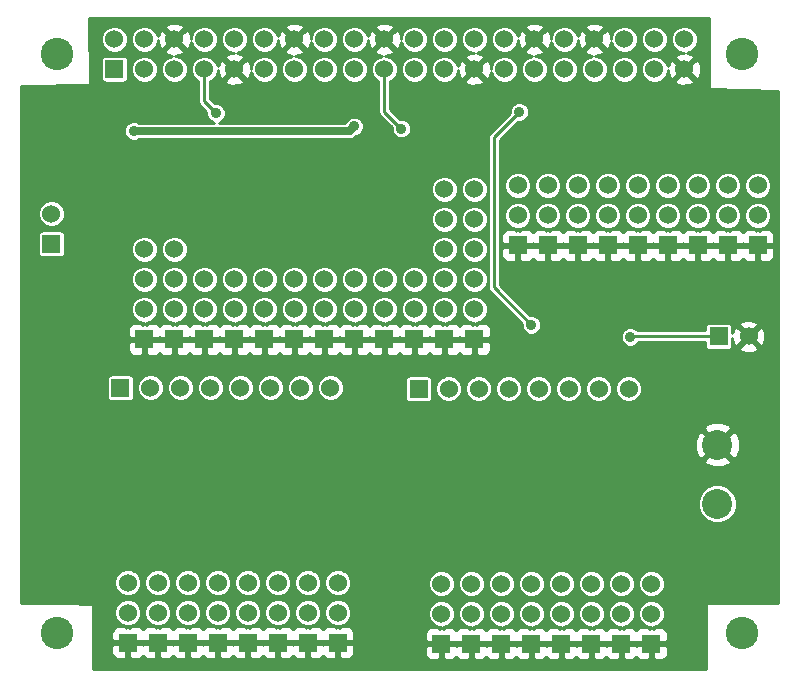
<source format=gbl>
G04 #@! TF.FileFunction,Copper,L2,Bot,Signal*
%FSLAX46Y46*%
G04 Gerber Fmt 4.6, Leading zero omitted, Abs format (unit mm)*
G04 Created by KiCad (PCBNEW (after 2015-mar-04 BZR unknown)-product) date 4/21/2015 1:20:39 PM*
%MOMM*%
G01*
G04 APERTURE LIST*
%ADD10C,0.150000*%
%ADD11R,1.524000X1.524000*%
%ADD12C,1.524000*%
%ADD13C,2.750000*%
%ADD14C,2.540000*%
%ADD15C,0.889000*%
%ADD16C,0.254000*%
%ADD17C,0.635000*%
G04 APERTURE END LIST*
D10*
D11*
X128450000Y-87630000D03*
D12*
X128450000Y-85090000D03*
X128450000Y-82550000D03*
X128450000Y-80010000D03*
D11*
X133530000Y-87630000D03*
D12*
X133530000Y-85090000D03*
X133530000Y-82550000D03*
D11*
X138610000Y-87630000D03*
D12*
X138610000Y-85090000D03*
X138610000Y-82550000D03*
D11*
X143690000Y-87630000D03*
D12*
X143690000Y-85090000D03*
X143690000Y-82550000D03*
D11*
X148770000Y-87630000D03*
D12*
X148770000Y-85090000D03*
X148770000Y-82550000D03*
D11*
X141150000Y-87630000D03*
D12*
X141150000Y-85090000D03*
X141150000Y-82550000D03*
D11*
X146230000Y-87630000D03*
D12*
X146230000Y-85090000D03*
X146230000Y-82550000D03*
D11*
X153850000Y-87630000D03*
D12*
X153850000Y-85090000D03*
X153850000Y-82550000D03*
X153850000Y-80010000D03*
X153850000Y-77470000D03*
X153850000Y-74930000D03*
D11*
X125910000Y-87630000D03*
D12*
X125910000Y-85090000D03*
X125910000Y-82550000D03*
X125910000Y-80010000D03*
D11*
X136070000Y-87630000D03*
D12*
X136070000Y-85090000D03*
X136070000Y-82550000D03*
D11*
X151310000Y-87630000D03*
D12*
X151310000Y-85090000D03*
X151310000Y-82550000D03*
X151310000Y-80010000D03*
X151310000Y-77470000D03*
X151310000Y-74930000D03*
D11*
X157545000Y-79685000D03*
D12*
X157545000Y-77145000D03*
X157545000Y-74605000D03*
D11*
X160085000Y-79685000D03*
D12*
X160085000Y-77145000D03*
X160085000Y-74605000D03*
D11*
X165165000Y-79685000D03*
D12*
X165165000Y-77145000D03*
X165165000Y-74605000D03*
D11*
X167705000Y-79685000D03*
D12*
X167705000Y-77145000D03*
X167705000Y-74605000D03*
D11*
X172785000Y-79685000D03*
D12*
X172785000Y-77145000D03*
X172785000Y-74605000D03*
D11*
X162625000Y-79685000D03*
D12*
X162625000Y-77145000D03*
X162625000Y-74605000D03*
D11*
X170245000Y-79685000D03*
D12*
X170245000Y-77145000D03*
X170245000Y-74605000D03*
D11*
X175325000Y-79685000D03*
D12*
X175325000Y-77145000D03*
X175325000Y-74605000D03*
D11*
X177865000Y-79685000D03*
D12*
X177865000Y-77145000D03*
X177865000Y-74605000D03*
D11*
X123370000Y-64770000D03*
D12*
X123370000Y-62230000D03*
X136070000Y-64770000D03*
X125910000Y-62230000D03*
X138610000Y-64770000D03*
X128450000Y-62230000D03*
X141150000Y-64770000D03*
X130990000Y-62230000D03*
X143690000Y-64770000D03*
X133530000Y-62230000D03*
X146230000Y-64770000D03*
X136070000Y-62230000D03*
X148770000Y-64770000D03*
X138610000Y-62230000D03*
X151310000Y-64770000D03*
X141150000Y-62230000D03*
X153850000Y-64770000D03*
X143690000Y-62230000D03*
X156390000Y-64770000D03*
X146230000Y-62230000D03*
X158930000Y-64770000D03*
X148770000Y-62230000D03*
X161470000Y-64770000D03*
X151310000Y-62230000D03*
X153850000Y-62230000D03*
X164010000Y-64770000D03*
X156390000Y-62230000D03*
X161470000Y-62230000D03*
X164010000Y-62230000D03*
X166550000Y-62230000D03*
X169090000Y-62230000D03*
X166550000Y-64770000D03*
X169090000Y-64770000D03*
X125910000Y-64770000D03*
X128450000Y-64770000D03*
X130990000Y-64770000D03*
X133530000Y-64770000D03*
X171630000Y-64770000D03*
X171630000Y-62230000D03*
X158930000Y-62230000D03*
D11*
X130990000Y-87630000D03*
D12*
X130990000Y-85090000D03*
X130990000Y-82550000D03*
X136590000Y-91750000D03*
X134050000Y-91750000D03*
D11*
X123890000Y-91750000D03*
D12*
X126430000Y-91750000D03*
X128970000Y-91750000D03*
X131510000Y-91750000D03*
X139130000Y-91750000D03*
X141670000Y-91750000D03*
D13*
X176500000Y-112500000D03*
X118500000Y-112500000D03*
X176500000Y-63500000D03*
X118500000Y-63500000D03*
D11*
X142305000Y-113340000D03*
D12*
X142305000Y-110800000D03*
X142305000Y-108260000D03*
D11*
X139765000Y-113340000D03*
D12*
X139765000Y-110800000D03*
X139765000Y-108260000D03*
D11*
X137225000Y-113340000D03*
D12*
X137225000Y-110800000D03*
X137225000Y-108260000D03*
D11*
X134685000Y-113340000D03*
D12*
X134685000Y-110800000D03*
X134685000Y-108260000D03*
D11*
X132145000Y-113340000D03*
D12*
X132145000Y-110800000D03*
X132145000Y-108260000D03*
D11*
X129605000Y-113340000D03*
D12*
X129605000Y-110800000D03*
X129605000Y-108260000D03*
D11*
X127065000Y-113340000D03*
D12*
X127065000Y-110800000D03*
X127065000Y-108260000D03*
D11*
X124525000Y-113340000D03*
D12*
X124525000Y-110800000D03*
X124525000Y-108260000D03*
D11*
X174540000Y-87390000D03*
D12*
X177080000Y-87390000D03*
D11*
X168825000Y-113425000D03*
D12*
X168825000Y-110885000D03*
X168825000Y-108345000D03*
D11*
X166285000Y-113425000D03*
D12*
X166285000Y-110885000D03*
X166285000Y-108345000D03*
D11*
X163745000Y-113425000D03*
D12*
X163745000Y-110885000D03*
X163745000Y-108345000D03*
D11*
X161205000Y-113425000D03*
D12*
X161205000Y-110885000D03*
X161205000Y-108345000D03*
D11*
X158665000Y-113425000D03*
D12*
X158665000Y-110885000D03*
X158665000Y-108345000D03*
D11*
X156125000Y-113425000D03*
D12*
X156125000Y-110885000D03*
X156125000Y-108345000D03*
D11*
X153585000Y-113425000D03*
D12*
X153585000Y-110885000D03*
X153585000Y-108345000D03*
D11*
X151045000Y-113425000D03*
D12*
X151045000Y-110885000D03*
X151045000Y-108345000D03*
X161840000Y-91835000D03*
X159300000Y-91835000D03*
D11*
X149140000Y-91835000D03*
D12*
X151680000Y-91835000D03*
X154220000Y-91835000D03*
X156760000Y-91835000D03*
X164380000Y-91835000D03*
X166920000Y-91835000D03*
D14*
X174436000Y-96576000D03*
X174436000Y-101576000D03*
D11*
X118048000Y-79558000D03*
D12*
X118048000Y-77018000D03*
D15*
X132000000Y-68500000D03*
X157672000Y-68382000D03*
X158688000Y-86416000D03*
X147666800Y-69813200D03*
X167070000Y-87432000D03*
X128462000Y-102164000D03*
X123191500Y-97084000D03*
X170880000Y-82860000D03*
X150560000Y-98100000D03*
X155132000Y-102164000D03*
X148274000Y-113848000D03*
X167832000Y-101910000D03*
X143679000Y-69610000D03*
X125010000Y-69991000D03*
D16*
X130990000Y-67490000D02*
X132000000Y-68500000D01*
X130990000Y-64770000D02*
X130990000Y-67490000D01*
X155513000Y-72954000D02*
X155513000Y-70541000D01*
X155513000Y-70541000D02*
X157672000Y-68382000D01*
X155513000Y-72954000D02*
X155513000Y-83241000D01*
X155513000Y-83241000D02*
X158688000Y-86416000D01*
X146230000Y-68376400D02*
X147666800Y-69813200D01*
X146230000Y-64770000D02*
X146230000Y-68376400D01*
X167070000Y-87432000D02*
X167112000Y-87390000D01*
X167112000Y-87390000D02*
X174540000Y-87390000D01*
D17*
X143289000Y-70000000D02*
X143679000Y-69610000D01*
X143289000Y-70000000D02*
X125019000Y-70000000D01*
X125019000Y-70000000D02*
X125010000Y-69991000D01*
D16*
G36*
X179569000Y-109949100D02*
X179262000Y-109949100D01*
X179262000Y-80573309D01*
X179262000Y-79970750D01*
X179262000Y-79399250D01*
X179262000Y-78796691D01*
X179165327Y-78563302D01*
X179008198Y-78406172D01*
X178986699Y-78384673D01*
X178753310Y-78288000D01*
X178500691Y-78288000D01*
X178150750Y-78288000D01*
X177992002Y-78446748D01*
X177992002Y-78288111D01*
X178091359Y-78288198D01*
X178511612Y-78114554D01*
X178833423Y-77793303D01*
X179007801Y-77373354D01*
X179008198Y-76918641D01*
X179008198Y-74378641D01*
X178834554Y-73958388D01*
X178513303Y-73636577D01*
X178093354Y-73462199D01*
X177638641Y-73461802D01*
X177218388Y-73635446D01*
X176896577Y-73956697D01*
X176722199Y-74376646D01*
X176721802Y-74831359D01*
X176895446Y-75251612D01*
X177216697Y-75573423D01*
X177636646Y-75747801D01*
X178091359Y-75748198D01*
X178511612Y-75574554D01*
X178833423Y-75253303D01*
X179007801Y-74833354D01*
X179008198Y-74378641D01*
X179008198Y-76918641D01*
X178834554Y-76498388D01*
X178513303Y-76176577D01*
X178093354Y-76002199D01*
X177638641Y-76001802D01*
X177218388Y-76175446D01*
X176896577Y-76496697D01*
X176722199Y-76916646D01*
X176721802Y-77371359D01*
X176895446Y-77791612D01*
X177216697Y-78113423D01*
X177636646Y-78287801D01*
X177864575Y-78288000D01*
X177737998Y-78288000D01*
X177737998Y-78446748D01*
X177579250Y-78288000D01*
X177229309Y-78288000D01*
X176976690Y-78288000D01*
X176743301Y-78384673D01*
X176595000Y-78532974D01*
X176468198Y-78406172D01*
X176446699Y-78384673D01*
X176213310Y-78288000D01*
X175960691Y-78288000D01*
X175610750Y-78288000D01*
X175452002Y-78446748D01*
X175452002Y-78288111D01*
X175551359Y-78288198D01*
X175971612Y-78114554D01*
X176293423Y-77793303D01*
X176467801Y-77373354D01*
X176468198Y-76918641D01*
X176468198Y-74378641D01*
X176294554Y-73958388D01*
X175973303Y-73636577D01*
X175553354Y-73462199D01*
X175098641Y-73461802D01*
X174678388Y-73635446D01*
X174356577Y-73956697D01*
X174182199Y-74376646D01*
X174181802Y-74831359D01*
X174355446Y-75251612D01*
X174676697Y-75573423D01*
X175096646Y-75747801D01*
X175551359Y-75748198D01*
X175971612Y-75574554D01*
X176293423Y-75253303D01*
X176467801Y-74833354D01*
X176468198Y-74378641D01*
X176468198Y-76918641D01*
X176294554Y-76498388D01*
X175973303Y-76176577D01*
X175553354Y-76002199D01*
X175098641Y-76001802D01*
X174678388Y-76175446D01*
X174356577Y-76496697D01*
X174182199Y-76916646D01*
X174181802Y-77371359D01*
X174355446Y-77791612D01*
X174676697Y-78113423D01*
X175096646Y-78287801D01*
X175324575Y-78288000D01*
X175197998Y-78288000D01*
X175197998Y-78446748D01*
X175039250Y-78288000D01*
X174689309Y-78288000D01*
X174436690Y-78288000D01*
X174203301Y-78384673D01*
X174055000Y-78532974D01*
X173928198Y-78406172D01*
X173906699Y-78384673D01*
X173673310Y-78288000D01*
X173420691Y-78288000D01*
X173070750Y-78288000D01*
X172912002Y-78446748D01*
X172912002Y-78288111D01*
X173011359Y-78288198D01*
X173431612Y-78114554D01*
X173753423Y-77793303D01*
X173927801Y-77373354D01*
X173928198Y-76918641D01*
X173928198Y-74378641D01*
X173754554Y-73958388D01*
X173433303Y-73636577D01*
X173039144Y-73472907D01*
X173039144Y-64977698D01*
X173011362Y-64422632D01*
X172852397Y-64038857D01*
X172773198Y-64016140D01*
X172773198Y-62003641D01*
X172599554Y-61583388D01*
X172278303Y-61261577D01*
X171858354Y-61087199D01*
X171403641Y-61086802D01*
X170983388Y-61260446D01*
X170661577Y-61581697D01*
X170487199Y-62001646D01*
X170486802Y-62456359D01*
X170660446Y-62876612D01*
X170981697Y-63198423D01*
X171401646Y-63372801D01*
X171595660Y-63372970D01*
X171282632Y-63388638D01*
X170898857Y-63547603D01*
X170829392Y-63789787D01*
X171630000Y-64590395D01*
X172430608Y-63789787D01*
X172361143Y-63547603D01*
X171863741Y-63370147D01*
X172276612Y-63199554D01*
X172598423Y-62878303D01*
X172772801Y-62458354D01*
X172773198Y-62003641D01*
X172773198Y-64016140D01*
X172610213Y-63969392D01*
X171809605Y-64770000D01*
X172610213Y-65570608D01*
X172852397Y-65501143D01*
X173039144Y-64977698D01*
X173039144Y-73472907D01*
X173013354Y-73462199D01*
X172558641Y-73461802D01*
X172430608Y-73514703D01*
X172430608Y-65750213D01*
X171630000Y-64949605D01*
X171450395Y-65129210D01*
X171450395Y-64770000D01*
X170649787Y-63969392D01*
X170407603Y-64038857D01*
X170233198Y-64527706D01*
X170233198Y-62003641D01*
X170059554Y-61583388D01*
X169738303Y-61261577D01*
X169318354Y-61087199D01*
X168863641Y-61086802D01*
X168443388Y-61260446D01*
X168121577Y-61581697D01*
X167947199Y-62001646D01*
X167946802Y-62456359D01*
X168120446Y-62876612D01*
X168441697Y-63198423D01*
X168861646Y-63372801D01*
X169316359Y-63373198D01*
X169736612Y-63199554D01*
X170058423Y-62878303D01*
X170232801Y-62458354D01*
X170233198Y-62003641D01*
X170233198Y-64527706D01*
X170230147Y-64536258D01*
X170059554Y-64123388D01*
X169738303Y-63801577D01*
X169318354Y-63627199D01*
X168863641Y-63626802D01*
X168443388Y-63800446D01*
X168121577Y-64121697D01*
X167947199Y-64541646D01*
X167946802Y-64996359D01*
X168120446Y-65416612D01*
X168441697Y-65738423D01*
X168861646Y-65912801D01*
X169316359Y-65913198D01*
X169736612Y-65739554D01*
X170058423Y-65418303D01*
X170232801Y-64998354D01*
X170232970Y-64804339D01*
X170248638Y-65117368D01*
X170407603Y-65501143D01*
X170649787Y-65570608D01*
X171450395Y-64770000D01*
X171450395Y-65129210D01*
X170829392Y-65750213D01*
X170898857Y-65992397D01*
X171422302Y-66179144D01*
X171977368Y-66151362D01*
X172361143Y-65992397D01*
X172430608Y-65750213D01*
X172430608Y-73514703D01*
X172138388Y-73635446D01*
X171816577Y-73956697D01*
X171642199Y-74376646D01*
X171641802Y-74831359D01*
X171815446Y-75251612D01*
X172136697Y-75573423D01*
X172556646Y-75747801D01*
X173011359Y-75748198D01*
X173431612Y-75574554D01*
X173753423Y-75253303D01*
X173927801Y-74833354D01*
X173928198Y-74378641D01*
X173928198Y-76918641D01*
X173754554Y-76498388D01*
X173433303Y-76176577D01*
X173013354Y-76002199D01*
X172558641Y-76001802D01*
X172138388Y-76175446D01*
X171816577Y-76496697D01*
X171642199Y-76916646D01*
X171641802Y-77371359D01*
X171815446Y-77791612D01*
X172136697Y-78113423D01*
X172556646Y-78287801D01*
X172784575Y-78288000D01*
X172657998Y-78288000D01*
X172657998Y-78446748D01*
X172499250Y-78288000D01*
X172149309Y-78288000D01*
X171896690Y-78288000D01*
X171663301Y-78384673D01*
X171515000Y-78532974D01*
X171388198Y-78406172D01*
X171366699Y-78384673D01*
X171133310Y-78288000D01*
X170880691Y-78288000D01*
X170530750Y-78288000D01*
X170372002Y-78446748D01*
X170372002Y-78288111D01*
X170471359Y-78288198D01*
X170891612Y-78114554D01*
X171213423Y-77793303D01*
X171387801Y-77373354D01*
X171388198Y-76918641D01*
X171388198Y-74378641D01*
X171214554Y-73958388D01*
X170893303Y-73636577D01*
X170473354Y-73462199D01*
X170018641Y-73461802D01*
X169598388Y-73635446D01*
X169276577Y-73956697D01*
X169102199Y-74376646D01*
X169101802Y-74831359D01*
X169275446Y-75251612D01*
X169596697Y-75573423D01*
X170016646Y-75747801D01*
X170471359Y-75748198D01*
X170891612Y-75574554D01*
X171213423Y-75253303D01*
X171387801Y-74833354D01*
X171388198Y-74378641D01*
X171388198Y-76918641D01*
X171214554Y-76498388D01*
X170893303Y-76176577D01*
X170473354Y-76002199D01*
X170018641Y-76001802D01*
X169598388Y-76175446D01*
X169276577Y-76496697D01*
X169102199Y-76916646D01*
X169101802Y-77371359D01*
X169275446Y-77791612D01*
X169596697Y-78113423D01*
X170016646Y-78287801D01*
X170244575Y-78288000D01*
X170117998Y-78288000D01*
X170117998Y-78446748D01*
X169959250Y-78288000D01*
X169609309Y-78288000D01*
X169356690Y-78288000D01*
X169123301Y-78384673D01*
X168975000Y-78532974D01*
X168848198Y-78406172D01*
X168826699Y-78384673D01*
X168593310Y-78288000D01*
X168340691Y-78288000D01*
X167990750Y-78288000D01*
X167832002Y-78446748D01*
X167832002Y-78288111D01*
X167931359Y-78288198D01*
X168351612Y-78114554D01*
X168673423Y-77793303D01*
X168847801Y-77373354D01*
X168848198Y-76918641D01*
X168848198Y-74378641D01*
X168674554Y-73958388D01*
X168353303Y-73636577D01*
X167933354Y-73462199D01*
X167693198Y-73461989D01*
X167693198Y-64543641D01*
X167693198Y-62003641D01*
X167519554Y-61583388D01*
X167198303Y-61261577D01*
X166778354Y-61087199D01*
X166323641Y-61086802D01*
X165903388Y-61260446D01*
X165581577Y-61581697D01*
X165407199Y-62001646D01*
X165407029Y-62195660D01*
X165391362Y-61882632D01*
X165232397Y-61498857D01*
X164990213Y-61429392D01*
X164810608Y-61608997D01*
X164810608Y-61249787D01*
X164741143Y-61007603D01*
X164217698Y-60820856D01*
X163662632Y-60848638D01*
X163278857Y-61007603D01*
X163209392Y-61249787D01*
X164010000Y-62050395D01*
X164810608Y-61249787D01*
X164810608Y-61608997D01*
X164189605Y-62230000D01*
X164990213Y-63030608D01*
X165232397Y-62961143D01*
X165409852Y-62463741D01*
X165580446Y-62876612D01*
X165901697Y-63198423D01*
X166321646Y-63372801D01*
X166776359Y-63373198D01*
X167196612Y-63199554D01*
X167518423Y-62878303D01*
X167692801Y-62458354D01*
X167693198Y-62003641D01*
X167693198Y-64543641D01*
X167519554Y-64123388D01*
X167198303Y-63801577D01*
X166778354Y-63627199D01*
X166323641Y-63626802D01*
X165903388Y-63800446D01*
X165581577Y-64121697D01*
X165407199Y-64541646D01*
X165406802Y-64996359D01*
X165580446Y-65416612D01*
X165901697Y-65738423D01*
X166321646Y-65912801D01*
X166776359Y-65913198D01*
X167196612Y-65739554D01*
X167518423Y-65418303D01*
X167692801Y-64998354D01*
X167693198Y-64543641D01*
X167693198Y-73461989D01*
X167478641Y-73461802D01*
X167058388Y-73635446D01*
X166736577Y-73956697D01*
X166562199Y-74376646D01*
X166561802Y-74831359D01*
X166735446Y-75251612D01*
X167056697Y-75573423D01*
X167476646Y-75747801D01*
X167931359Y-75748198D01*
X168351612Y-75574554D01*
X168673423Y-75253303D01*
X168847801Y-74833354D01*
X168848198Y-74378641D01*
X168848198Y-76918641D01*
X168674554Y-76498388D01*
X168353303Y-76176577D01*
X167933354Y-76002199D01*
X167478641Y-76001802D01*
X167058388Y-76175446D01*
X166736577Y-76496697D01*
X166562199Y-76916646D01*
X166561802Y-77371359D01*
X166735446Y-77791612D01*
X167056697Y-78113423D01*
X167476646Y-78287801D01*
X167704575Y-78288000D01*
X167577998Y-78288000D01*
X167577998Y-78446748D01*
X167419250Y-78288000D01*
X167069309Y-78288000D01*
X166816690Y-78288000D01*
X166583301Y-78384673D01*
X166435000Y-78532974D01*
X166308198Y-78406172D01*
X166286699Y-78384673D01*
X166053310Y-78288000D01*
X165800691Y-78288000D01*
X165450750Y-78288000D01*
X165292002Y-78446748D01*
X165292002Y-78288111D01*
X165391359Y-78288198D01*
X165811612Y-78114554D01*
X166133423Y-77793303D01*
X166307801Y-77373354D01*
X166308198Y-76918641D01*
X166308198Y-74378641D01*
X166134554Y-73958388D01*
X165813303Y-73636577D01*
X165393354Y-73462199D01*
X165153198Y-73461989D01*
X165153198Y-64543641D01*
X164979554Y-64123388D01*
X164658303Y-63801577D01*
X164238354Y-63627199D01*
X164044339Y-63627029D01*
X164357368Y-63611362D01*
X164741143Y-63452397D01*
X164810608Y-63210213D01*
X164010000Y-62409605D01*
X163830395Y-62589210D01*
X163830395Y-62230000D01*
X163029787Y-61429392D01*
X162787603Y-61498857D01*
X162610147Y-61996258D01*
X162439554Y-61583388D01*
X162118303Y-61261577D01*
X161698354Y-61087199D01*
X161243641Y-61086802D01*
X160823388Y-61260446D01*
X160501577Y-61581697D01*
X160327199Y-62001646D01*
X160327029Y-62195660D01*
X160311362Y-61882632D01*
X160152397Y-61498857D01*
X159910213Y-61429392D01*
X159730608Y-61608997D01*
X159730608Y-61249787D01*
X159661143Y-61007603D01*
X159137698Y-60820856D01*
X158582632Y-60848638D01*
X158198857Y-61007603D01*
X158129392Y-61249787D01*
X158930000Y-62050395D01*
X159730608Y-61249787D01*
X159730608Y-61608997D01*
X159109605Y-62230000D01*
X159910213Y-63030608D01*
X160152397Y-62961143D01*
X160329852Y-62463741D01*
X160500446Y-62876612D01*
X160821697Y-63198423D01*
X161241646Y-63372801D01*
X161696359Y-63373198D01*
X162116612Y-63199554D01*
X162438423Y-62878303D01*
X162612801Y-62458354D01*
X162612970Y-62264339D01*
X162628638Y-62577368D01*
X162787603Y-62961143D01*
X163029787Y-63030608D01*
X163830395Y-62230000D01*
X163830395Y-62589210D01*
X163209392Y-63210213D01*
X163278857Y-63452397D01*
X163776258Y-63629852D01*
X163363388Y-63800446D01*
X163041577Y-64121697D01*
X162867199Y-64541646D01*
X162866802Y-64996359D01*
X163040446Y-65416612D01*
X163361697Y-65738423D01*
X163781646Y-65912801D01*
X164236359Y-65913198D01*
X164656612Y-65739554D01*
X164978423Y-65418303D01*
X165152801Y-64998354D01*
X165153198Y-64543641D01*
X165153198Y-73461989D01*
X164938641Y-73461802D01*
X164518388Y-73635446D01*
X164196577Y-73956697D01*
X164022199Y-74376646D01*
X164021802Y-74831359D01*
X164195446Y-75251612D01*
X164516697Y-75573423D01*
X164936646Y-75747801D01*
X165391359Y-75748198D01*
X165811612Y-75574554D01*
X166133423Y-75253303D01*
X166307801Y-74833354D01*
X166308198Y-74378641D01*
X166308198Y-76918641D01*
X166134554Y-76498388D01*
X165813303Y-76176577D01*
X165393354Y-76002199D01*
X164938641Y-76001802D01*
X164518388Y-76175446D01*
X164196577Y-76496697D01*
X164022199Y-76916646D01*
X164021802Y-77371359D01*
X164195446Y-77791612D01*
X164516697Y-78113423D01*
X164936646Y-78287801D01*
X165164575Y-78288000D01*
X165037998Y-78288000D01*
X165037998Y-78446748D01*
X164879250Y-78288000D01*
X164529309Y-78288000D01*
X164276690Y-78288000D01*
X164043301Y-78384673D01*
X163895000Y-78532974D01*
X163768198Y-78406172D01*
X163746699Y-78384673D01*
X163513310Y-78288000D01*
X163260691Y-78288000D01*
X162910750Y-78288000D01*
X162752002Y-78446748D01*
X162752002Y-78288111D01*
X162851359Y-78288198D01*
X163271612Y-78114554D01*
X163593423Y-77793303D01*
X163767801Y-77373354D01*
X163768198Y-76918641D01*
X163768198Y-74378641D01*
X163594554Y-73958388D01*
X163273303Y-73636577D01*
X162853354Y-73462199D01*
X162613198Y-73461989D01*
X162613198Y-64543641D01*
X162439554Y-64123388D01*
X162118303Y-63801577D01*
X161698354Y-63627199D01*
X161243641Y-63626802D01*
X160823388Y-63800446D01*
X160501577Y-64121697D01*
X160327199Y-64541646D01*
X160326802Y-64996359D01*
X160500446Y-65416612D01*
X160821697Y-65738423D01*
X161241646Y-65912801D01*
X161696359Y-65913198D01*
X162116612Y-65739554D01*
X162438423Y-65418303D01*
X162612801Y-64998354D01*
X162613198Y-64543641D01*
X162613198Y-73461989D01*
X162398641Y-73461802D01*
X161978388Y-73635446D01*
X161656577Y-73956697D01*
X161482199Y-74376646D01*
X161481802Y-74831359D01*
X161655446Y-75251612D01*
X161976697Y-75573423D01*
X162396646Y-75747801D01*
X162851359Y-75748198D01*
X163271612Y-75574554D01*
X163593423Y-75253303D01*
X163767801Y-74833354D01*
X163768198Y-74378641D01*
X163768198Y-76918641D01*
X163594554Y-76498388D01*
X163273303Y-76176577D01*
X162853354Y-76002199D01*
X162398641Y-76001802D01*
X161978388Y-76175446D01*
X161656577Y-76496697D01*
X161482199Y-76916646D01*
X161481802Y-77371359D01*
X161655446Y-77791612D01*
X161976697Y-78113423D01*
X162396646Y-78287801D01*
X162624575Y-78288000D01*
X162497998Y-78288000D01*
X162497998Y-78446748D01*
X162339250Y-78288000D01*
X161989309Y-78288000D01*
X161736690Y-78288000D01*
X161503301Y-78384673D01*
X161355000Y-78532974D01*
X161228198Y-78406172D01*
X161206699Y-78384673D01*
X160973310Y-78288000D01*
X160720691Y-78288000D01*
X160370750Y-78288000D01*
X160212002Y-78446748D01*
X160212002Y-78288111D01*
X160311359Y-78288198D01*
X160731612Y-78114554D01*
X161053423Y-77793303D01*
X161227801Y-77373354D01*
X161228198Y-76918641D01*
X161228198Y-74378641D01*
X161054554Y-73958388D01*
X160733303Y-73636577D01*
X160313354Y-73462199D01*
X160073198Y-73461989D01*
X160073198Y-64543641D01*
X159899554Y-64123388D01*
X159578303Y-63801577D01*
X159158354Y-63627199D01*
X158964339Y-63627029D01*
X159277368Y-63611362D01*
X159661143Y-63452397D01*
X159730608Y-63210213D01*
X158930000Y-62409605D01*
X158750395Y-62589210D01*
X158750395Y-62230000D01*
X157949787Y-61429392D01*
X157707603Y-61498857D01*
X157530147Y-61996258D01*
X157359554Y-61583388D01*
X157038303Y-61261577D01*
X156618354Y-61087199D01*
X156163641Y-61086802D01*
X155743388Y-61260446D01*
X155421577Y-61581697D01*
X155247199Y-62001646D01*
X155246802Y-62456359D01*
X155420446Y-62876612D01*
X155741697Y-63198423D01*
X156161646Y-63372801D01*
X156616359Y-63373198D01*
X157036612Y-63199554D01*
X157358423Y-62878303D01*
X157532801Y-62458354D01*
X157532970Y-62264339D01*
X157548638Y-62577368D01*
X157707603Y-62961143D01*
X157949787Y-63030608D01*
X158750395Y-62230000D01*
X158750395Y-62589210D01*
X158129392Y-63210213D01*
X158198857Y-63452397D01*
X158696258Y-63629852D01*
X158283388Y-63800446D01*
X157961577Y-64121697D01*
X157787199Y-64541646D01*
X157786802Y-64996359D01*
X157960446Y-65416612D01*
X158281697Y-65738423D01*
X158701646Y-65912801D01*
X159156359Y-65913198D01*
X159576612Y-65739554D01*
X159898423Y-65418303D01*
X160072801Y-64998354D01*
X160073198Y-64543641D01*
X160073198Y-73461989D01*
X159858641Y-73461802D01*
X159438388Y-73635446D01*
X159116577Y-73956697D01*
X158942199Y-74376646D01*
X158941802Y-74831359D01*
X159115446Y-75251612D01*
X159436697Y-75573423D01*
X159856646Y-75747801D01*
X160311359Y-75748198D01*
X160731612Y-75574554D01*
X161053423Y-75253303D01*
X161227801Y-74833354D01*
X161228198Y-74378641D01*
X161228198Y-76918641D01*
X161054554Y-76498388D01*
X160733303Y-76176577D01*
X160313354Y-76002199D01*
X159858641Y-76001802D01*
X159438388Y-76175446D01*
X159116577Y-76496697D01*
X158942199Y-76916646D01*
X158941802Y-77371359D01*
X159115446Y-77791612D01*
X159436697Y-78113423D01*
X159856646Y-78287801D01*
X160084575Y-78288000D01*
X159957998Y-78288000D01*
X159957998Y-78446748D01*
X159799250Y-78288000D01*
X159449309Y-78288000D01*
X159196690Y-78288000D01*
X158963301Y-78384673D01*
X158815000Y-78532974D01*
X158688198Y-78406172D01*
X158666699Y-78384673D01*
X158433310Y-78288000D01*
X158180691Y-78288000D01*
X157830750Y-78288000D01*
X157672002Y-78446748D01*
X157672002Y-78288111D01*
X157771359Y-78288198D01*
X158191612Y-78114554D01*
X158513423Y-77793303D01*
X158687801Y-77373354D01*
X158688198Y-76918641D01*
X158688198Y-74378641D01*
X158514554Y-73958388D01*
X158193303Y-73636577D01*
X157773354Y-73462199D01*
X157318641Y-73461802D01*
X156898388Y-73635446D01*
X156576577Y-73956697D01*
X156402199Y-74376646D01*
X156401802Y-74831359D01*
X156575446Y-75251612D01*
X156896697Y-75573423D01*
X157316646Y-75747801D01*
X157771359Y-75748198D01*
X158191612Y-75574554D01*
X158513423Y-75253303D01*
X158687801Y-74833354D01*
X158688198Y-74378641D01*
X158688198Y-76918641D01*
X158514554Y-76498388D01*
X158193303Y-76176577D01*
X157773354Y-76002199D01*
X157318641Y-76001802D01*
X156898388Y-76175446D01*
X156576577Y-76496697D01*
X156402199Y-76916646D01*
X156401802Y-77371359D01*
X156575446Y-77791612D01*
X156896697Y-78113423D01*
X157316646Y-78287801D01*
X157544575Y-78288000D01*
X157417998Y-78288000D01*
X157417998Y-78446748D01*
X157259250Y-78288000D01*
X156909309Y-78288000D01*
X156656690Y-78288000D01*
X156423301Y-78384673D01*
X156244673Y-78563302D01*
X156148000Y-78796691D01*
X156148000Y-79399250D01*
X156306750Y-79558000D01*
X157418000Y-79558000D01*
X157418000Y-79538000D01*
X157672000Y-79538000D01*
X157672000Y-79558000D01*
X158783250Y-79558000D01*
X158815000Y-79526250D01*
X158846750Y-79558000D01*
X159958000Y-79558000D01*
X159958000Y-79538000D01*
X160212000Y-79538000D01*
X160212000Y-79558000D01*
X161323250Y-79558000D01*
X161355000Y-79526250D01*
X161386750Y-79558000D01*
X162498000Y-79558000D01*
X162498000Y-79538000D01*
X162752000Y-79538000D01*
X162752000Y-79558000D01*
X163863250Y-79558000D01*
X163895000Y-79526250D01*
X163926750Y-79558000D01*
X165038000Y-79558000D01*
X165038000Y-79538000D01*
X165292000Y-79538000D01*
X165292000Y-79558000D01*
X166403250Y-79558000D01*
X166435000Y-79526250D01*
X166466750Y-79558000D01*
X167578000Y-79558000D01*
X167578000Y-79538000D01*
X167832000Y-79538000D01*
X167832000Y-79558000D01*
X168943250Y-79558000D01*
X168975000Y-79526250D01*
X169006750Y-79558000D01*
X170118000Y-79558000D01*
X170118000Y-79538000D01*
X170372000Y-79538000D01*
X170372000Y-79558000D01*
X171483250Y-79558000D01*
X171515000Y-79526250D01*
X171546750Y-79558000D01*
X172658000Y-79558000D01*
X172658000Y-79538000D01*
X172912000Y-79538000D01*
X172912000Y-79558000D01*
X174023250Y-79558000D01*
X174055000Y-79526250D01*
X174086750Y-79558000D01*
X175198000Y-79558000D01*
X175198000Y-79538000D01*
X175452000Y-79538000D01*
X175452000Y-79558000D01*
X176563250Y-79558000D01*
X176595000Y-79526250D01*
X176626750Y-79558000D01*
X177738000Y-79558000D01*
X177738000Y-79538000D01*
X177992000Y-79538000D01*
X177992000Y-79558000D01*
X179103250Y-79558000D01*
X179262000Y-79399250D01*
X179262000Y-79970750D01*
X179103250Y-79812000D01*
X177992000Y-79812000D01*
X177992000Y-80923250D01*
X178150750Y-81082000D01*
X178500691Y-81082000D01*
X178753310Y-81082000D01*
X178986699Y-80985327D01*
X179165327Y-80806698D01*
X179262000Y-80573309D01*
X179262000Y-109949100D01*
X178489144Y-109949100D01*
X178489144Y-87597698D01*
X178461362Y-87042632D01*
X178302397Y-86658857D01*
X178060213Y-86589392D01*
X177880608Y-86768997D01*
X177880608Y-86409787D01*
X177811143Y-86167603D01*
X177738000Y-86141508D01*
X177738000Y-80923250D01*
X177738000Y-79812000D01*
X176626750Y-79812000D01*
X176595000Y-79843750D01*
X176563250Y-79812000D01*
X175452000Y-79812000D01*
X175452000Y-80923250D01*
X175610750Y-81082000D01*
X175960691Y-81082000D01*
X176213310Y-81082000D01*
X176446699Y-80985327D01*
X176595000Y-80837025D01*
X176743301Y-80985327D01*
X176976690Y-81082000D01*
X177229309Y-81082000D01*
X177579250Y-81082000D01*
X177738000Y-80923250D01*
X177738000Y-86141508D01*
X177287698Y-85980856D01*
X176732632Y-86008638D01*
X176348857Y-86167603D01*
X176279392Y-86409787D01*
X177080000Y-87210395D01*
X177880608Y-86409787D01*
X177880608Y-86768997D01*
X177259605Y-87390000D01*
X178060213Y-88190608D01*
X178302397Y-88121143D01*
X178489144Y-87597698D01*
X178489144Y-109949100D01*
X177880608Y-109949100D01*
X177880608Y-88370213D01*
X177080000Y-87569605D01*
X176900395Y-87749210D01*
X176900395Y-87390000D01*
X176099787Y-86589392D01*
X175857603Y-86658857D01*
X175690464Y-87127341D01*
X175690464Y-86628000D01*
X175662278Y-86482726D01*
X175578404Y-86355044D01*
X175451784Y-86269574D01*
X175302000Y-86239536D01*
X175198000Y-86239536D01*
X175198000Y-80923250D01*
X175198000Y-79812000D01*
X174086750Y-79812000D01*
X174055000Y-79843750D01*
X174023250Y-79812000D01*
X172912000Y-79812000D01*
X172912000Y-80923250D01*
X173070750Y-81082000D01*
X173420691Y-81082000D01*
X173673310Y-81082000D01*
X173906699Y-80985327D01*
X174055000Y-80837025D01*
X174203301Y-80985327D01*
X174436690Y-81082000D01*
X174689309Y-81082000D01*
X175039250Y-81082000D01*
X175198000Y-80923250D01*
X175198000Y-86239536D01*
X173778000Y-86239536D01*
X173632726Y-86267722D01*
X173505044Y-86351596D01*
X173419574Y-86478216D01*
X173389536Y-86628000D01*
X173389536Y-86882000D01*
X172658000Y-86882000D01*
X172658000Y-80923250D01*
X172658000Y-79812000D01*
X171546750Y-79812000D01*
X171515000Y-79843750D01*
X171483250Y-79812000D01*
X170372000Y-79812000D01*
X170372000Y-80923250D01*
X170530750Y-81082000D01*
X170880691Y-81082000D01*
X171133310Y-81082000D01*
X171366699Y-80985327D01*
X171515000Y-80837025D01*
X171663301Y-80985327D01*
X171896690Y-81082000D01*
X172149309Y-81082000D01*
X172499250Y-81082000D01*
X172658000Y-80923250D01*
X172658000Y-86882000D01*
X170118000Y-86882000D01*
X170118000Y-80923250D01*
X170118000Y-79812000D01*
X169006750Y-79812000D01*
X168975000Y-79843750D01*
X168943250Y-79812000D01*
X167832000Y-79812000D01*
X167832000Y-80923250D01*
X167990750Y-81082000D01*
X168340691Y-81082000D01*
X168593310Y-81082000D01*
X168826699Y-80985327D01*
X168975000Y-80837025D01*
X169123301Y-80985327D01*
X169356690Y-81082000D01*
X169609309Y-81082000D01*
X169959250Y-81082000D01*
X170118000Y-80923250D01*
X170118000Y-86882000D01*
X167687375Y-86882000D01*
X167578000Y-86772433D01*
X167578000Y-80923250D01*
X167578000Y-79812000D01*
X166466750Y-79812000D01*
X166435000Y-79843750D01*
X166403250Y-79812000D01*
X165292000Y-79812000D01*
X165292000Y-80923250D01*
X165450750Y-81082000D01*
X165800691Y-81082000D01*
X166053310Y-81082000D01*
X166286699Y-80985327D01*
X166435000Y-80837025D01*
X166583301Y-80985327D01*
X166816690Y-81082000D01*
X167069309Y-81082000D01*
X167419250Y-81082000D01*
X167578000Y-80923250D01*
X167578000Y-86772433D01*
X167538219Y-86732583D01*
X167234923Y-86606643D01*
X166906518Y-86606357D01*
X166603002Y-86731767D01*
X166370583Y-86963781D01*
X166244643Y-87267077D01*
X166244357Y-87595482D01*
X166369767Y-87898998D01*
X166601781Y-88131417D01*
X166905077Y-88257357D01*
X167233482Y-88257643D01*
X167536998Y-88132233D01*
X167769417Y-87900219D01*
X167770338Y-87898000D01*
X173389536Y-87898000D01*
X173389536Y-88152000D01*
X173417722Y-88297274D01*
X173501596Y-88424956D01*
X173628216Y-88510426D01*
X173778000Y-88540464D01*
X175302000Y-88540464D01*
X175447274Y-88512278D01*
X175574956Y-88428404D01*
X175660426Y-88301784D01*
X175690464Y-88152000D01*
X175690464Y-87574056D01*
X175698638Y-87737368D01*
X175857603Y-88121143D01*
X176099787Y-88190608D01*
X176900395Y-87390000D01*
X176900395Y-87749210D01*
X176279392Y-88370213D01*
X176348857Y-88612397D01*
X176872302Y-88799144D01*
X177427368Y-88771362D01*
X177811143Y-88612397D01*
X177880608Y-88370213D01*
X177880608Y-109949100D01*
X176350261Y-109949100D01*
X176350261Y-96904964D01*
X176330436Y-96147368D01*
X176078657Y-95539520D01*
X175783777Y-95407828D01*
X175604172Y-95587433D01*
X175604172Y-95228223D01*
X175472480Y-94933343D01*
X174764964Y-94661739D01*
X174007368Y-94681564D01*
X173399520Y-94933343D01*
X173267828Y-95228223D01*
X174436000Y-96396395D01*
X175604172Y-95228223D01*
X175604172Y-95587433D01*
X174615605Y-96576000D01*
X175783777Y-97744172D01*
X176078657Y-97612480D01*
X176350261Y-96904964D01*
X176350261Y-109949100D01*
X176087286Y-109949100D01*
X176087286Y-101249037D01*
X175836466Y-100642005D01*
X175604172Y-100409305D01*
X175604172Y-97923777D01*
X174436000Y-96755605D01*
X174256395Y-96935210D01*
X174256395Y-96576000D01*
X173088223Y-95407828D01*
X172793343Y-95539520D01*
X172521739Y-96247036D01*
X172541564Y-97004632D01*
X172793343Y-97612480D01*
X173088223Y-97744172D01*
X174256395Y-96576000D01*
X174256395Y-96935210D01*
X173267828Y-97923777D01*
X173399520Y-98218657D01*
X174107036Y-98490261D01*
X174864632Y-98470436D01*
X175472480Y-98218657D01*
X175604172Y-97923777D01*
X175604172Y-100409305D01*
X175372437Y-100177166D01*
X174765845Y-99925287D01*
X174109037Y-99924714D01*
X173502005Y-100175534D01*
X173037166Y-100639563D01*
X172785287Y-101246155D01*
X172784714Y-101902963D01*
X173035534Y-102509995D01*
X173499563Y-102974834D01*
X174106155Y-103226713D01*
X174762963Y-103227286D01*
X175369995Y-102976466D01*
X175834834Y-102512437D01*
X176086713Y-101905845D01*
X176087286Y-101249037D01*
X176087286Y-109949100D01*
X173432422Y-109949100D01*
X173444719Y-115569000D01*
X170222000Y-115569000D01*
X170222000Y-114313309D01*
X170222000Y-113710750D01*
X170222000Y-113139250D01*
X170222000Y-112536691D01*
X170125327Y-112303302D01*
X169968198Y-112146172D01*
X169946699Y-112124673D01*
X169713310Y-112028000D01*
X169460691Y-112028000D01*
X169110750Y-112028000D01*
X168952002Y-112186748D01*
X168952002Y-112028111D01*
X169051359Y-112028198D01*
X169471612Y-111854554D01*
X169793423Y-111533303D01*
X169967801Y-111113354D01*
X169968198Y-110658641D01*
X169968198Y-108118641D01*
X169794554Y-107698388D01*
X169473303Y-107376577D01*
X169053354Y-107202199D01*
X168598641Y-107201802D01*
X168178388Y-107375446D01*
X168063198Y-107490435D01*
X168063198Y-91608641D01*
X167889554Y-91188388D01*
X167568303Y-90866577D01*
X167148354Y-90692199D01*
X166693641Y-90691802D01*
X166273388Y-90865446D01*
X165951577Y-91186697D01*
X165777199Y-91606646D01*
X165776802Y-92061359D01*
X165950446Y-92481612D01*
X166271697Y-92803423D01*
X166691646Y-92977801D01*
X167146359Y-92978198D01*
X167566612Y-92804554D01*
X167888423Y-92483303D01*
X168062801Y-92063354D01*
X168063198Y-91608641D01*
X168063198Y-107490435D01*
X167856577Y-107696697D01*
X167682199Y-108116646D01*
X167681802Y-108571359D01*
X167855446Y-108991612D01*
X168176697Y-109313423D01*
X168596646Y-109487801D01*
X169051359Y-109488198D01*
X169471612Y-109314554D01*
X169793423Y-108993303D01*
X169967801Y-108573354D01*
X169968198Y-108118641D01*
X169968198Y-110658641D01*
X169794554Y-110238388D01*
X169473303Y-109916577D01*
X169053354Y-109742199D01*
X168598641Y-109741802D01*
X168178388Y-109915446D01*
X167856577Y-110236697D01*
X167682199Y-110656646D01*
X167681802Y-111111359D01*
X167855446Y-111531612D01*
X168176697Y-111853423D01*
X168596646Y-112027801D01*
X168824575Y-112028000D01*
X168697998Y-112028000D01*
X168697998Y-112186748D01*
X168539250Y-112028000D01*
X168189309Y-112028000D01*
X167936690Y-112028000D01*
X167703301Y-112124673D01*
X167555000Y-112272974D01*
X167428198Y-112146172D01*
X167406699Y-112124673D01*
X167173310Y-112028000D01*
X166920691Y-112028000D01*
X166570750Y-112028000D01*
X166412002Y-112186748D01*
X166412002Y-112028111D01*
X166511359Y-112028198D01*
X166931612Y-111854554D01*
X167253423Y-111533303D01*
X167427801Y-111113354D01*
X167428198Y-110658641D01*
X167428198Y-108118641D01*
X167254554Y-107698388D01*
X166933303Y-107376577D01*
X166513354Y-107202199D01*
X166058641Y-107201802D01*
X165638388Y-107375446D01*
X165523198Y-107490435D01*
X165523198Y-91608641D01*
X165349554Y-91188388D01*
X165038000Y-90876290D01*
X165038000Y-80923250D01*
X165038000Y-79812000D01*
X163926750Y-79812000D01*
X163895000Y-79843750D01*
X163863250Y-79812000D01*
X162752000Y-79812000D01*
X162752000Y-80923250D01*
X162910750Y-81082000D01*
X163260691Y-81082000D01*
X163513310Y-81082000D01*
X163746699Y-80985327D01*
X163895000Y-80837025D01*
X164043301Y-80985327D01*
X164276690Y-81082000D01*
X164529309Y-81082000D01*
X164879250Y-81082000D01*
X165038000Y-80923250D01*
X165038000Y-90876290D01*
X165028303Y-90866577D01*
X164608354Y-90692199D01*
X164153641Y-90691802D01*
X163733388Y-90865446D01*
X163411577Y-91186697D01*
X163237199Y-91606646D01*
X163236802Y-92061359D01*
X163410446Y-92481612D01*
X163731697Y-92803423D01*
X164151646Y-92977801D01*
X164606359Y-92978198D01*
X165026612Y-92804554D01*
X165348423Y-92483303D01*
X165522801Y-92063354D01*
X165523198Y-91608641D01*
X165523198Y-107490435D01*
X165316577Y-107696697D01*
X165142199Y-108116646D01*
X165141802Y-108571359D01*
X165315446Y-108991612D01*
X165636697Y-109313423D01*
X166056646Y-109487801D01*
X166511359Y-109488198D01*
X166931612Y-109314554D01*
X167253423Y-108993303D01*
X167427801Y-108573354D01*
X167428198Y-108118641D01*
X167428198Y-110658641D01*
X167254554Y-110238388D01*
X166933303Y-109916577D01*
X166513354Y-109742199D01*
X166058641Y-109741802D01*
X165638388Y-109915446D01*
X165316577Y-110236697D01*
X165142199Y-110656646D01*
X165141802Y-111111359D01*
X165315446Y-111531612D01*
X165636697Y-111853423D01*
X166056646Y-112027801D01*
X166284575Y-112028000D01*
X166157998Y-112028000D01*
X166157998Y-112186748D01*
X165999250Y-112028000D01*
X165649309Y-112028000D01*
X165396690Y-112028000D01*
X165163301Y-112124673D01*
X165015000Y-112272974D01*
X164888198Y-112146172D01*
X164866699Y-112124673D01*
X164633310Y-112028000D01*
X164380691Y-112028000D01*
X164030750Y-112028000D01*
X163872002Y-112186748D01*
X163872002Y-112028111D01*
X163971359Y-112028198D01*
X164391612Y-111854554D01*
X164713423Y-111533303D01*
X164887801Y-111113354D01*
X164888198Y-110658641D01*
X164888198Y-108118641D01*
X164714554Y-107698388D01*
X164393303Y-107376577D01*
X163973354Y-107202199D01*
X163518641Y-107201802D01*
X163098388Y-107375446D01*
X162983198Y-107490435D01*
X162983198Y-91608641D01*
X162809554Y-91188388D01*
X162498000Y-90876290D01*
X162498000Y-80923250D01*
X162498000Y-79812000D01*
X161386750Y-79812000D01*
X161355000Y-79843750D01*
X161323250Y-79812000D01*
X160212000Y-79812000D01*
X160212000Y-80923250D01*
X160370750Y-81082000D01*
X160720691Y-81082000D01*
X160973310Y-81082000D01*
X161206699Y-80985327D01*
X161355000Y-80837025D01*
X161503301Y-80985327D01*
X161736690Y-81082000D01*
X161989309Y-81082000D01*
X162339250Y-81082000D01*
X162498000Y-80923250D01*
X162498000Y-90876290D01*
X162488303Y-90866577D01*
X162068354Y-90692199D01*
X161613641Y-90691802D01*
X161193388Y-90865446D01*
X160871577Y-91186697D01*
X160697199Y-91606646D01*
X160696802Y-92061359D01*
X160870446Y-92481612D01*
X161191697Y-92803423D01*
X161611646Y-92977801D01*
X162066359Y-92978198D01*
X162486612Y-92804554D01*
X162808423Y-92483303D01*
X162982801Y-92063354D01*
X162983198Y-91608641D01*
X162983198Y-107490435D01*
X162776577Y-107696697D01*
X162602199Y-108116646D01*
X162601802Y-108571359D01*
X162775446Y-108991612D01*
X163096697Y-109313423D01*
X163516646Y-109487801D01*
X163971359Y-109488198D01*
X164391612Y-109314554D01*
X164713423Y-108993303D01*
X164887801Y-108573354D01*
X164888198Y-108118641D01*
X164888198Y-110658641D01*
X164714554Y-110238388D01*
X164393303Y-109916577D01*
X163973354Y-109742199D01*
X163518641Y-109741802D01*
X163098388Y-109915446D01*
X162776577Y-110236697D01*
X162602199Y-110656646D01*
X162601802Y-111111359D01*
X162775446Y-111531612D01*
X163096697Y-111853423D01*
X163516646Y-112027801D01*
X163744575Y-112028000D01*
X163617998Y-112028000D01*
X163617998Y-112186748D01*
X163459250Y-112028000D01*
X163109309Y-112028000D01*
X162856690Y-112028000D01*
X162623301Y-112124673D01*
X162475000Y-112272974D01*
X162348198Y-112146172D01*
X162326699Y-112124673D01*
X162093310Y-112028000D01*
X161840691Y-112028000D01*
X161490750Y-112028000D01*
X161332002Y-112186748D01*
X161332002Y-112028111D01*
X161431359Y-112028198D01*
X161851612Y-111854554D01*
X162173423Y-111533303D01*
X162347801Y-111113354D01*
X162348198Y-110658641D01*
X162348198Y-108118641D01*
X162174554Y-107698388D01*
X161853303Y-107376577D01*
X161433354Y-107202199D01*
X160978641Y-107201802D01*
X160558388Y-107375446D01*
X160443198Y-107490435D01*
X160443198Y-91608641D01*
X160269554Y-91188388D01*
X159958000Y-90876290D01*
X159958000Y-80923250D01*
X159958000Y-79812000D01*
X158846750Y-79812000D01*
X158815000Y-79843750D01*
X158783250Y-79812000D01*
X157672000Y-79812000D01*
X157672000Y-80923250D01*
X157830750Y-81082000D01*
X158180691Y-81082000D01*
X158433310Y-81082000D01*
X158666699Y-80985327D01*
X158815000Y-80837025D01*
X158963301Y-80985327D01*
X159196690Y-81082000D01*
X159449309Y-81082000D01*
X159799250Y-81082000D01*
X159958000Y-80923250D01*
X159958000Y-90876290D01*
X159948303Y-90866577D01*
X159528354Y-90692199D01*
X159513643Y-90692186D01*
X159513643Y-86252518D01*
X159388233Y-85949002D01*
X159156219Y-85716583D01*
X158852923Y-85590643D01*
X158580826Y-85590406D01*
X157418000Y-84427580D01*
X157418000Y-80923250D01*
X157418000Y-79812000D01*
X156306750Y-79812000D01*
X156148000Y-79970750D01*
X156148000Y-80573309D01*
X156244673Y-80806698D01*
X156423301Y-80985327D01*
X156656690Y-81082000D01*
X156909309Y-81082000D01*
X157259250Y-81082000D01*
X157418000Y-80923250D01*
X157418000Y-84427580D01*
X156021000Y-83030580D01*
X156021000Y-72954000D01*
X156021000Y-70751420D01*
X157565012Y-69207407D01*
X157835482Y-69207643D01*
X158138998Y-69082233D01*
X158371417Y-68850219D01*
X158497357Y-68546923D01*
X158497643Y-68218518D01*
X158372233Y-67915002D01*
X158140219Y-67682583D01*
X157836923Y-67556643D01*
X157533198Y-67556378D01*
X157533198Y-64543641D01*
X157359554Y-64123388D01*
X157038303Y-63801577D01*
X156618354Y-63627199D01*
X156163641Y-63626802D01*
X155743388Y-63800446D01*
X155421577Y-64121697D01*
X155247199Y-64541646D01*
X155247029Y-64735660D01*
X155231362Y-64422632D01*
X155072397Y-64038857D01*
X154993198Y-64016140D01*
X154993198Y-62003641D01*
X154819554Y-61583388D01*
X154498303Y-61261577D01*
X154078354Y-61087199D01*
X153623641Y-61086802D01*
X153203388Y-61260446D01*
X152881577Y-61581697D01*
X152707199Y-62001646D01*
X152706802Y-62456359D01*
X152880446Y-62876612D01*
X153201697Y-63198423D01*
X153621646Y-63372801D01*
X153815660Y-63372970D01*
X153502632Y-63388638D01*
X153118857Y-63547603D01*
X153049392Y-63789787D01*
X153850000Y-64590395D01*
X154650608Y-63789787D01*
X154581143Y-63547603D01*
X154083741Y-63370147D01*
X154496612Y-63199554D01*
X154818423Y-62878303D01*
X154992801Y-62458354D01*
X154993198Y-62003641D01*
X154993198Y-64016140D01*
X154830213Y-63969392D01*
X154029605Y-64770000D01*
X154830213Y-65570608D01*
X155072397Y-65501143D01*
X155249852Y-65003741D01*
X155420446Y-65416612D01*
X155741697Y-65738423D01*
X156161646Y-65912801D01*
X156616359Y-65913198D01*
X157036612Y-65739554D01*
X157358423Y-65418303D01*
X157532801Y-64998354D01*
X157533198Y-64543641D01*
X157533198Y-67556378D01*
X157508518Y-67556357D01*
X157205002Y-67681767D01*
X156972583Y-67913781D01*
X156846643Y-68217077D01*
X156846406Y-68489173D01*
X155153790Y-70181790D01*
X155043669Y-70346597D01*
X155005000Y-70541000D01*
X155005000Y-72954000D01*
X155005000Y-83241000D01*
X155043669Y-83435403D01*
X155153790Y-83600210D01*
X157862592Y-86309012D01*
X157862357Y-86579482D01*
X157987767Y-86882998D01*
X158219781Y-87115417D01*
X158523077Y-87241357D01*
X158851482Y-87241643D01*
X159154998Y-87116233D01*
X159387417Y-86884219D01*
X159513357Y-86580923D01*
X159513643Y-86252518D01*
X159513643Y-90692186D01*
X159073641Y-90691802D01*
X158653388Y-90865446D01*
X158331577Y-91186697D01*
X158157199Y-91606646D01*
X158156802Y-92061359D01*
X158330446Y-92481612D01*
X158651697Y-92803423D01*
X159071646Y-92977801D01*
X159526359Y-92978198D01*
X159946612Y-92804554D01*
X160268423Y-92483303D01*
X160442801Y-92063354D01*
X160443198Y-91608641D01*
X160443198Y-107490435D01*
X160236577Y-107696697D01*
X160062199Y-108116646D01*
X160061802Y-108571359D01*
X160235446Y-108991612D01*
X160556697Y-109313423D01*
X160976646Y-109487801D01*
X161431359Y-109488198D01*
X161851612Y-109314554D01*
X162173423Y-108993303D01*
X162347801Y-108573354D01*
X162348198Y-108118641D01*
X162348198Y-110658641D01*
X162174554Y-110238388D01*
X161853303Y-109916577D01*
X161433354Y-109742199D01*
X160978641Y-109741802D01*
X160558388Y-109915446D01*
X160236577Y-110236697D01*
X160062199Y-110656646D01*
X160061802Y-111111359D01*
X160235446Y-111531612D01*
X160556697Y-111853423D01*
X160976646Y-112027801D01*
X161204575Y-112028000D01*
X161077998Y-112028000D01*
X161077998Y-112186748D01*
X160919250Y-112028000D01*
X160569309Y-112028000D01*
X160316690Y-112028000D01*
X160083301Y-112124673D01*
X159935000Y-112272974D01*
X159808198Y-112146172D01*
X159786699Y-112124673D01*
X159553310Y-112028000D01*
X159300691Y-112028000D01*
X158950750Y-112028000D01*
X158792002Y-112186748D01*
X158792002Y-112028111D01*
X158891359Y-112028198D01*
X159311612Y-111854554D01*
X159633423Y-111533303D01*
X159807801Y-111113354D01*
X159808198Y-110658641D01*
X159808198Y-108118641D01*
X159634554Y-107698388D01*
X159313303Y-107376577D01*
X158893354Y-107202199D01*
X158438641Y-107201802D01*
X158018388Y-107375446D01*
X157903198Y-107490435D01*
X157903198Y-91608641D01*
X157729554Y-91188388D01*
X157408303Y-90866577D01*
X156988354Y-90692199D01*
X156533641Y-90691802D01*
X156113388Y-90865446D01*
X155791577Y-91186697D01*
X155617199Y-91606646D01*
X155616802Y-92061359D01*
X155790446Y-92481612D01*
X156111697Y-92803423D01*
X156531646Y-92977801D01*
X156986359Y-92978198D01*
X157406612Y-92804554D01*
X157728423Y-92483303D01*
X157902801Y-92063354D01*
X157903198Y-91608641D01*
X157903198Y-107490435D01*
X157696577Y-107696697D01*
X157522199Y-108116646D01*
X157521802Y-108571359D01*
X157695446Y-108991612D01*
X158016697Y-109313423D01*
X158436646Y-109487801D01*
X158891359Y-109488198D01*
X159311612Y-109314554D01*
X159633423Y-108993303D01*
X159807801Y-108573354D01*
X159808198Y-108118641D01*
X159808198Y-110658641D01*
X159634554Y-110238388D01*
X159313303Y-109916577D01*
X158893354Y-109742199D01*
X158438641Y-109741802D01*
X158018388Y-109915446D01*
X157696577Y-110236697D01*
X157522199Y-110656646D01*
X157521802Y-111111359D01*
X157695446Y-111531612D01*
X158016697Y-111853423D01*
X158436646Y-112027801D01*
X158664575Y-112028000D01*
X158537998Y-112028000D01*
X158537998Y-112186748D01*
X158379250Y-112028000D01*
X158029309Y-112028000D01*
X157776690Y-112028000D01*
X157543301Y-112124673D01*
X157395000Y-112272974D01*
X157268198Y-112146172D01*
X157246699Y-112124673D01*
X157013310Y-112028000D01*
X156760691Y-112028000D01*
X156410750Y-112028000D01*
X156252002Y-112186748D01*
X156252002Y-112028111D01*
X156351359Y-112028198D01*
X156771612Y-111854554D01*
X157093423Y-111533303D01*
X157267801Y-111113354D01*
X157268198Y-110658641D01*
X157268198Y-108118641D01*
X157094554Y-107698388D01*
X156773303Y-107376577D01*
X156353354Y-107202199D01*
X155898641Y-107201802D01*
X155478388Y-107375446D01*
X155363198Y-107490435D01*
X155363198Y-91608641D01*
X155247000Y-91327418D01*
X155247000Y-88518309D01*
X155247000Y-87915750D01*
X155247000Y-87344250D01*
X155247000Y-86741691D01*
X155150327Y-86508302D01*
X154993198Y-86351172D01*
X154971699Y-86329673D01*
X154738310Y-86233000D01*
X154485691Y-86233000D01*
X154135750Y-86233000D01*
X153977002Y-86391748D01*
X153977002Y-86233111D01*
X154076359Y-86233198D01*
X154496612Y-86059554D01*
X154818423Y-85738303D01*
X154992801Y-85318354D01*
X154993198Y-84863641D01*
X154993198Y-82323641D01*
X154993198Y-79783641D01*
X154993198Y-77243641D01*
X154993198Y-74703641D01*
X154819554Y-74283388D01*
X154650608Y-74114147D01*
X154650608Y-65750213D01*
X153850000Y-64949605D01*
X153670395Y-65129210D01*
X153670395Y-64770000D01*
X152869787Y-63969392D01*
X152627603Y-64038857D01*
X152453198Y-64527706D01*
X152453198Y-62003641D01*
X152279554Y-61583388D01*
X151958303Y-61261577D01*
X151538354Y-61087199D01*
X151083641Y-61086802D01*
X150663388Y-61260446D01*
X150341577Y-61581697D01*
X150167199Y-62001646D01*
X150166802Y-62456359D01*
X150340446Y-62876612D01*
X150661697Y-63198423D01*
X151081646Y-63372801D01*
X151536359Y-63373198D01*
X151956612Y-63199554D01*
X152278423Y-62878303D01*
X152452801Y-62458354D01*
X152453198Y-62003641D01*
X152453198Y-64527706D01*
X152450147Y-64536258D01*
X152279554Y-64123388D01*
X151958303Y-63801577D01*
X151538354Y-63627199D01*
X151083641Y-63626802D01*
X150663388Y-63800446D01*
X150341577Y-64121697D01*
X150167199Y-64541646D01*
X150166802Y-64996359D01*
X150340446Y-65416612D01*
X150661697Y-65738423D01*
X151081646Y-65912801D01*
X151536359Y-65913198D01*
X151956612Y-65739554D01*
X152278423Y-65418303D01*
X152452801Y-64998354D01*
X152452970Y-64804339D01*
X152468638Y-65117368D01*
X152627603Y-65501143D01*
X152869787Y-65570608D01*
X153670395Y-64770000D01*
X153670395Y-65129210D01*
X153049392Y-65750213D01*
X153118857Y-65992397D01*
X153642302Y-66179144D01*
X154197368Y-66151362D01*
X154581143Y-65992397D01*
X154650608Y-65750213D01*
X154650608Y-74114147D01*
X154498303Y-73961577D01*
X154078354Y-73787199D01*
X153623641Y-73786802D01*
X153203388Y-73960446D01*
X152881577Y-74281697D01*
X152707199Y-74701646D01*
X152706802Y-75156359D01*
X152880446Y-75576612D01*
X153201697Y-75898423D01*
X153621646Y-76072801D01*
X154076359Y-76073198D01*
X154496612Y-75899554D01*
X154818423Y-75578303D01*
X154992801Y-75158354D01*
X154993198Y-74703641D01*
X154993198Y-77243641D01*
X154819554Y-76823388D01*
X154498303Y-76501577D01*
X154078354Y-76327199D01*
X153623641Y-76326802D01*
X153203388Y-76500446D01*
X152881577Y-76821697D01*
X152707199Y-77241646D01*
X152706802Y-77696359D01*
X152880446Y-78116612D01*
X153201697Y-78438423D01*
X153621646Y-78612801D01*
X154076359Y-78613198D01*
X154496612Y-78439554D01*
X154818423Y-78118303D01*
X154992801Y-77698354D01*
X154993198Y-77243641D01*
X154993198Y-79783641D01*
X154819554Y-79363388D01*
X154498303Y-79041577D01*
X154078354Y-78867199D01*
X153623641Y-78866802D01*
X153203388Y-79040446D01*
X152881577Y-79361697D01*
X152707199Y-79781646D01*
X152706802Y-80236359D01*
X152880446Y-80656612D01*
X153201697Y-80978423D01*
X153621646Y-81152801D01*
X154076359Y-81153198D01*
X154496612Y-80979554D01*
X154818423Y-80658303D01*
X154992801Y-80238354D01*
X154993198Y-79783641D01*
X154993198Y-82323641D01*
X154819554Y-81903388D01*
X154498303Y-81581577D01*
X154078354Y-81407199D01*
X153623641Y-81406802D01*
X153203388Y-81580446D01*
X152881577Y-81901697D01*
X152707199Y-82321646D01*
X152706802Y-82776359D01*
X152880446Y-83196612D01*
X153201697Y-83518423D01*
X153621646Y-83692801D01*
X154076359Y-83693198D01*
X154496612Y-83519554D01*
X154818423Y-83198303D01*
X154992801Y-82778354D01*
X154993198Y-82323641D01*
X154993198Y-84863641D01*
X154819554Y-84443388D01*
X154498303Y-84121577D01*
X154078354Y-83947199D01*
X153623641Y-83946802D01*
X153203388Y-84120446D01*
X152881577Y-84441697D01*
X152707199Y-84861646D01*
X152706802Y-85316359D01*
X152880446Y-85736612D01*
X153201697Y-86058423D01*
X153621646Y-86232801D01*
X153849575Y-86233000D01*
X153722998Y-86233000D01*
X153722998Y-86391748D01*
X153564250Y-86233000D01*
X153214309Y-86233000D01*
X152961690Y-86233000D01*
X152728301Y-86329673D01*
X152580000Y-86477974D01*
X152453198Y-86351172D01*
X152431699Y-86329673D01*
X152198310Y-86233000D01*
X151945691Y-86233000D01*
X151595750Y-86233000D01*
X151437002Y-86391748D01*
X151437002Y-86233111D01*
X151536359Y-86233198D01*
X151956612Y-86059554D01*
X152278423Y-85738303D01*
X152452801Y-85318354D01*
X152453198Y-84863641D01*
X152453198Y-82323641D01*
X152453198Y-79783641D01*
X152453198Y-77243641D01*
X152453198Y-74703641D01*
X152279554Y-74283388D01*
X151958303Y-73961577D01*
X151538354Y-73787199D01*
X151083641Y-73786802D01*
X150663388Y-73960446D01*
X150341577Y-74281697D01*
X150167199Y-74701646D01*
X150166802Y-75156359D01*
X150340446Y-75576612D01*
X150661697Y-75898423D01*
X151081646Y-76072801D01*
X151536359Y-76073198D01*
X151956612Y-75899554D01*
X152278423Y-75578303D01*
X152452801Y-75158354D01*
X152453198Y-74703641D01*
X152453198Y-77243641D01*
X152279554Y-76823388D01*
X151958303Y-76501577D01*
X151538354Y-76327199D01*
X151083641Y-76326802D01*
X150663388Y-76500446D01*
X150341577Y-76821697D01*
X150167199Y-77241646D01*
X150166802Y-77696359D01*
X150340446Y-78116612D01*
X150661697Y-78438423D01*
X151081646Y-78612801D01*
X151536359Y-78613198D01*
X151956612Y-78439554D01*
X152278423Y-78118303D01*
X152452801Y-77698354D01*
X152453198Y-77243641D01*
X152453198Y-79783641D01*
X152279554Y-79363388D01*
X151958303Y-79041577D01*
X151538354Y-78867199D01*
X151083641Y-78866802D01*
X150663388Y-79040446D01*
X150341577Y-79361697D01*
X150167199Y-79781646D01*
X150166802Y-80236359D01*
X150340446Y-80656612D01*
X150661697Y-80978423D01*
X151081646Y-81152801D01*
X151536359Y-81153198D01*
X151956612Y-80979554D01*
X152278423Y-80658303D01*
X152452801Y-80238354D01*
X152453198Y-79783641D01*
X152453198Y-82323641D01*
X152279554Y-81903388D01*
X151958303Y-81581577D01*
X151538354Y-81407199D01*
X151083641Y-81406802D01*
X150663388Y-81580446D01*
X150341577Y-81901697D01*
X150167199Y-82321646D01*
X150166802Y-82776359D01*
X150340446Y-83196612D01*
X150661697Y-83518423D01*
X151081646Y-83692801D01*
X151536359Y-83693198D01*
X151956612Y-83519554D01*
X152278423Y-83198303D01*
X152452801Y-82778354D01*
X152453198Y-82323641D01*
X152453198Y-84863641D01*
X152279554Y-84443388D01*
X151958303Y-84121577D01*
X151538354Y-83947199D01*
X151083641Y-83946802D01*
X150663388Y-84120446D01*
X150341577Y-84441697D01*
X150167199Y-84861646D01*
X150166802Y-85316359D01*
X150340446Y-85736612D01*
X150661697Y-86058423D01*
X151081646Y-86232801D01*
X151309575Y-86233000D01*
X151182998Y-86233000D01*
X151182998Y-86391748D01*
X151024250Y-86233000D01*
X150674309Y-86233000D01*
X150421690Y-86233000D01*
X150188301Y-86329673D01*
X150040000Y-86477974D01*
X149913198Y-86351172D01*
X149891699Y-86329673D01*
X149658310Y-86233000D01*
X149405691Y-86233000D01*
X149055750Y-86233000D01*
X148897002Y-86391748D01*
X148897002Y-86233111D01*
X148996359Y-86233198D01*
X149416612Y-86059554D01*
X149738423Y-85738303D01*
X149912801Y-85318354D01*
X149913198Y-84863641D01*
X149913198Y-82323641D01*
X149913198Y-64543641D01*
X149913198Y-62003641D01*
X149739554Y-61583388D01*
X149418303Y-61261577D01*
X148998354Y-61087199D01*
X148543641Y-61086802D01*
X148123388Y-61260446D01*
X147801577Y-61581697D01*
X147627199Y-62001646D01*
X147627029Y-62195660D01*
X147611362Y-61882632D01*
X147452397Y-61498857D01*
X147210213Y-61429392D01*
X147030608Y-61608997D01*
X147030608Y-61249787D01*
X146961143Y-61007603D01*
X146437698Y-60820856D01*
X145882632Y-60848638D01*
X145498857Y-61007603D01*
X145429392Y-61249787D01*
X146230000Y-62050395D01*
X147030608Y-61249787D01*
X147030608Y-61608997D01*
X146409605Y-62230000D01*
X147210213Y-63030608D01*
X147452397Y-62961143D01*
X147629852Y-62463741D01*
X147800446Y-62876612D01*
X148121697Y-63198423D01*
X148541646Y-63372801D01*
X148996359Y-63373198D01*
X149416612Y-63199554D01*
X149738423Y-62878303D01*
X149912801Y-62458354D01*
X149913198Y-62003641D01*
X149913198Y-64543641D01*
X149739554Y-64123388D01*
X149418303Y-63801577D01*
X148998354Y-63627199D01*
X148543641Y-63626802D01*
X148123388Y-63800446D01*
X147801577Y-64121697D01*
X147627199Y-64541646D01*
X147626802Y-64996359D01*
X147800446Y-65416612D01*
X148121697Y-65738423D01*
X148541646Y-65912801D01*
X148996359Y-65913198D01*
X149416612Y-65739554D01*
X149738423Y-65418303D01*
X149912801Y-64998354D01*
X149913198Y-64543641D01*
X149913198Y-82323641D01*
X149739554Y-81903388D01*
X149418303Y-81581577D01*
X148998354Y-81407199D01*
X148543641Y-81406802D01*
X148492443Y-81427956D01*
X148492443Y-69649718D01*
X148367033Y-69346202D01*
X148135019Y-69113783D01*
X147831723Y-68987843D01*
X147559626Y-68987606D01*
X146738000Y-68165980D01*
X146738000Y-65796826D01*
X146876612Y-65739554D01*
X147198423Y-65418303D01*
X147372801Y-64998354D01*
X147373198Y-64543641D01*
X147199554Y-64123388D01*
X146878303Y-63801577D01*
X146458354Y-63627199D01*
X146264339Y-63627029D01*
X146577368Y-63611362D01*
X146961143Y-63452397D01*
X147030608Y-63210213D01*
X146230000Y-62409605D01*
X146050395Y-62589210D01*
X146050395Y-62230000D01*
X145249787Y-61429392D01*
X145007603Y-61498857D01*
X144830147Y-61996258D01*
X144659554Y-61583388D01*
X144338303Y-61261577D01*
X143918354Y-61087199D01*
X143463641Y-61086802D01*
X143043388Y-61260446D01*
X142721577Y-61581697D01*
X142547199Y-62001646D01*
X142546802Y-62456359D01*
X142720446Y-62876612D01*
X143041697Y-63198423D01*
X143461646Y-63372801D01*
X143916359Y-63373198D01*
X144336612Y-63199554D01*
X144658423Y-62878303D01*
X144832801Y-62458354D01*
X144832970Y-62264339D01*
X144848638Y-62577368D01*
X145007603Y-62961143D01*
X145249787Y-63030608D01*
X146050395Y-62230000D01*
X146050395Y-62589210D01*
X145429392Y-63210213D01*
X145498857Y-63452397D01*
X145996258Y-63629852D01*
X145583388Y-63800446D01*
X145261577Y-64121697D01*
X145087199Y-64541646D01*
X145086802Y-64996359D01*
X145260446Y-65416612D01*
X145581697Y-65738423D01*
X145722000Y-65796681D01*
X145722000Y-68376400D01*
X145760669Y-68570803D01*
X145870790Y-68735610D01*
X146841392Y-69706212D01*
X146841157Y-69976682D01*
X146966567Y-70280198D01*
X147198581Y-70512617D01*
X147501877Y-70638557D01*
X147830282Y-70638843D01*
X148133798Y-70513433D01*
X148366217Y-70281419D01*
X148492157Y-69978123D01*
X148492443Y-69649718D01*
X148492443Y-81427956D01*
X148123388Y-81580446D01*
X147801577Y-81901697D01*
X147627199Y-82321646D01*
X147626802Y-82776359D01*
X147800446Y-83196612D01*
X148121697Y-83518423D01*
X148541646Y-83692801D01*
X148996359Y-83693198D01*
X149416612Y-83519554D01*
X149738423Y-83198303D01*
X149912801Y-82778354D01*
X149913198Y-82323641D01*
X149913198Y-84863641D01*
X149739554Y-84443388D01*
X149418303Y-84121577D01*
X148998354Y-83947199D01*
X148543641Y-83946802D01*
X148123388Y-84120446D01*
X147801577Y-84441697D01*
X147627199Y-84861646D01*
X147626802Y-85316359D01*
X147800446Y-85736612D01*
X148121697Y-86058423D01*
X148541646Y-86232801D01*
X148769575Y-86233000D01*
X148642998Y-86233000D01*
X148642998Y-86391748D01*
X148484250Y-86233000D01*
X148134309Y-86233000D01*
X147881690Y-86233000D01*
X147648301Y-86329673D01*
X147500000Y-86477974D01*
X147373198Y-86351172D01*
X147351699Y-86329673D01*
X147118310Y-86233000D01*
X146865691Y-86233000D01*
X146515750Y-86233000D01*
X146357002Y-86391748D01*
X146357002Y-86233111D01*
X146456359Y-86233198D01*
X146876612Y-86059554D01*
X147198423Y-85738303D01*
X147372801Y-85318354D01*
X147373198Y-84863641D01*
X147373198Y-82323641D01*
X147199554Y-81903388D01*
X146878303Y-81581577D01*
X146458354Y-81407199D01*
X146003641Y-81406802D01*
X145583388Y-81580446D01*
X145261577Y-81901697D01*
X145087199Y-82321646D01*
X145086802Y-82776359D01*
X145260446Y-83196612D01*
X145581697Y-83518423D01*
X146001646Y-83692801D01*
X146456359Y-83693198D01*
X146876612Y-83519554D01*
X147198423Y-83198303D01*
X147372801Y-82778354D01*
X147373198Y-82323641D01*
X147373198Y-84863641D01*
X147199554Y-84443388D01*
X146878303Y-84121577D01*
X146458354Y-83947199D01*
X146003641Y-83946802D01*
X145583388Y-84120446D01*
X145261577Y-84441697D01*
X145087199Y-84861646D01*
X145086802Y-85316359D01*
X145260446Y-85736612D01*
X145581697Y-86058423D01*
X146001646Y-86232801D01*
X146229575Y-86233000D01*
X146102998Y-86233000D01*
X146102998Y-86391748D01*
X145944250Y-86233000D01*
X145594309Y-86233000D01*
X145341690Y-86233000D01*
X145108301Y-86329673D01*
X144960000Y-86477974D01*
X144833198Y-86351172D01*
X144811699Y-86329673D01*
X144578310Y-86233000D01*
X144325691Y-86233000D01*
X143975750Y-86233000D01*
X143817002Y-86391748D01*
X143817002Y-86233111D01*
X143916359Y-86233198D01*
X144336612Y-86059554D01*
X144658423Y-85738303D01*
X144832801Y-85318354D01*
X144833198Y-84863641D01*
X144833198Y-82323641D01*
X144833198Y-64543641D01*
X144659554Y-64123388D01*
X144338303Y-63801577D01*
X143918354Y-63627199D01*
X143463641Y-63626802D01*
X143043388Y-63800446D01*
X142721577Y-64121697D01*
X142547199Y-64541646D01*
X142546802Y-64996359D01*
X142720446Y-65416612D01*
X143041697Y-65738423D01*
X143461646Y-65912801D01*
X143916359Y-65913198D01*
X144336612Y-65739554D01*
X144658423Y-65418303D01*
X144832801Y-64998354D01*
X144833198Y-64543641D01*
X144833198Y-82323641D01*
X144659554Y-81903388D01*
X144504643Y-81748206D01*
X144504643Y-69446518D01*
X144379233Y-69143002D01*
X144147219Y-68910583D01*
X143843923Y-68784643D01*
X143515518Y-68784357D01*
X143212002Y-68909767D01*
X142979583Y-69141781D01*
X142913261Y-69301500D01*
X142293198Y-69301500D01*
X142293198Y-64543641D01*
X142293198Y-62003641D01*
X142119554Y-61583388D01*
X141798303Y-61261577D01*
X141378354Y-61087199D01*
X140923641Y-61086802D01*
X140503388Y-61260446D01*
X140181577Y-61581697D01*
X140007199Y-62001646D01*
X140007029Y-62195660D01*
X139991362Y-61882632D01*
X139832397Y-61498857D01*
X139590213Y-61429392D01*
X139410608Y-61608997D01*
X139410608Y-61249787D01*
X139341143Y-61007603D01*
X138817698Y-60820856D01*
X138262632Y-60848638D01*
X137878857Y-61007603D01*
X137809392Y-61249787D01*
X138610000Y-62050395D01*
X139410608Y-61249787D01*
X139410608Y-61608997D01*
X138789605Y-62230000D01*
X139590213Y-63030608D01*
X139832397Y-62961143D01*
X140009852Y-62463741D01*
X140180446Y-62876612D01*
X140501697Y-63198423D01*
X140921646Y-63372801D01*
X141376359Y-63373198D01*
X141796612Y-63199554D01*
X142118423Y-62878303D01*
X142292801Y-62458354D01*
X142293198Y-62003641D01*
X142293198Y-64543641D01*
X142119554Y-64123388D01*
X141798303Y-63801577D01*
X141378354Y-63627199D01*
X140923641Y-63626802D01*
X140503388Y-63800446D01*
X140181577Y-64121697D01*
X140007199Y-64541646D01*
X140006802Y-64996359D01*
X140180446Y-65416612D01*
X140501697Y-65738423D01*
X140921646Y-65912801D01*
X141376359Y-65913198D01*
X141796612Y-65739554D01*
X142118423Y-65418303D01*
X142292801Y-64998354D01*
X142293198Y-64543641D01*
X142293198Y-69301500D01*
X139753198Y-69301500D01*
X139753198Y-64543641D01*
X139579554Y-64123388D01*
X139258303Y-63801577D01*
X138838354Y-63627199D01*
X138644339Y-63627029D01*
X138957368Y-63611362D01*
X139341143Y-63452397D01*
X139410608Y-63210213D01*
X138610000Y-62409605D01*
X138430395Y-62589210D01*
X138430395Y-62230000D01*
X137629787Y-61429392D01*
X137387603Y-61498857D01*
X137210147Y-61996258D01*
X137039554Y-61583388D01*
X136718303Y-61261577D01*
X136298354Y-61087199D01*
X135843641Y-61086802D01*
X135423388Y-61260446D01*
X135101577Y-61581697D01*
X134927199Y-62001646D01*
X134926802Y-62456359D01*
X135100446Y-62876612D01*
X135421697Y-63198423D01*
X135841646Y-63372801D01*
X136296359Y-63373198D01*
X136716612Y-63199554D01*
X137038423Y-62878303D01*
X137212801Y-62458354D01*
X137212970Y-62264339D01*
X137228638Y-62577368D01*
X137387603Y-62961143D01*
X137629787Y-63030608D01*
X138430395Y-62230000D01*
X138430395Y-62589210D01*
X137809392Y-63210213D01*
X137878857Y-63452397D01*
X138376258Y-63629852D01*
X137963388Y-63800446D01*
X137641577Y-64121697D01*
X137467199Y-64541646D01*
X137466802Y-64996359D01*
X137640446Y-65416612D01*
X137961697Y-65738423D01*
X138381646Y-65912801D01*
X138836359Y-65913198D01*
X139256612Y-65739554D01*
X139578423Y-65418303D01*
X139752801Y-64998354D01*
X139753198Y-64543641D01*
X139753198Y-69301500D01*
X137213198Y-69301500D01*
X137213198Y-64543641D01*
X137039554Y-64123388D01*
X136718303Y-63801577D01*
X136298354Y-63627199D01*
X135843641Y-63626802D01*
X135423388Y-63800446D01*
X135101577Y-64121697D01*
X134927199Y-64541646D01*
X134927029Y-64735660D01*
X134911362Y-64422632D01*
X134752397Y-64038857D01*
X134673198Y-64016140D01*
X134673198Y-62003641D01*
X134499554Y-61583388D01*
X134178303Y-61261577D01*
X133758354Y-61087199D01*
X133303641Y-61086802D01*
X132883388Y-61260446D01*
X132561577Y-61581697D01*
X132387199Y-62001646D01*
X132386802Y-62456359D01*
X132560446Y-62876612D01*
X132881697Y-63198423D01*
X133301646Y-63372801D01*
X133495660Y-63372970D01*
X133182632Y-63388638D01*
X132798857Y-63547603D01*
X132729392Y-63789787D01*
X133530000Y-64590395D01*
X134330608Y-63789787D01*
X134261143Y-63547603D01*
X133763741Y-63370147D01*
X134176612Y-63199554D01*
X134498423Y-62878303D01*
X134672801Y-62458354D01*
X134673198Y-62003641D01*
X134673198Y-64016140D01*
X134510213Y-63969392D01*
X133709605Y-64770000D01*
X134510213Y-65570608D01*
X134752397Y-65501143D01*
X134929852Y-65003741D01*
X135100446Y-65416612D01*
X135421697Y-65738423D01*
X135841646Y-65912801D01*
X136296359Y-65913198D01*
X136716612Y-65739554D01*
X137038423Y-65418303D01*
X137212801Y-64998354D01*
X137213198Y-64543641D01*
X137213198Y-69301500D01*
X134330608Y-69301500D01*
X134330608Y-65750213D01*
X133530000Y-64949605D01*
X132729392Y-65750213D01*
X132798857Y-65992397D01*
X133322302Y-66179144D01*
X133877368Y-66151362D01*
X134261143Y-65992397D01*
X134330608Y-65750213D01*
X134330608Y-69301500D01*
X132221912Y-69301500D01*
X132466998Y-69200233D01*
X132699417Y-68968219D01*
X132825357Y-68664923D01*
X132825643Y-68336518D01*
X132700233Y-68033002D01*
X132468219Y-67800583D01*
X132164923Y-67674643D01*
X131892826Y-67674406D01*
X131498000Y-67279580D01*
X131498000Y-65796826D01*
X131636612Y-65739554D01*
X131958423Y-65418303D01*
X132132801Y-64998354D01*
X132132970Y-64804339D01*
X132148638Y-65117368D01*
X132307603Y-65501143D01*
X132549787Y-65570608D01*
X133350395Y-64770000D01*
X132549787Y-63969392D01*
X132307603Y-64038857D01*
X132133198Y-64527706D01*
X132133198Y-62003641D01*
X131959554Y-61583388D01*
X131638303Y-61261577D01*
X131218354Y-61087199D01*
X130763641Y-61086802D01*
X130343388Y-61260446D01*
X130021577Y-61581697D01*
X129847199Y-62001646D01*
X129847029Y-62195660D01*
X129831362Y-61882632D01*
X129672397Y-61498857D01*
X129430213Y-61429392D01*
X129250608Y-61608997D01*
X129250608Y-61249787D01*
X129181143Y-61007603D01*
X128657698Y-60820856D01*
X128102632Y-60848638D01*
X127718857Y-61007603D01*
X127649392Y-61249787D01*
X128450000Y-62050395D01*
X129250608Y-61249787D01*
X129250608Y-61608997D01*
X128629605Y-62230000D01*
X129430213Y-63030608D01*
X129672397Y-62961143D01*
X129849852Y-62463741D01*
X130020446Y-62876612D01*
X130341697Y-63198423D01*
X130761646Y-63372801D01*
X131216359Y-63373198D01*
X131636612Y-63199554D01*
X131958423Y-62878303D01*
X132132801Y-62458354D01*
X132133198Y-62003641D01*
X132133198Y-64527706D01*
X132130147Y-64536258D01*
X131959554Y-64123388D01*
X131638303Y-63801577D01*
X131218354Y-63627199D01*
X130763641Y-63626802D01*
X130343388Y-63800446D01*
X130021577Y-64121697D01*
X129847199Y-64541646D01*
X129846802Y-64996359D01*
X130020446Y-65416612D01*
X130341697Y-65738423D01*
X130482000Y-65796681D01*
X130482000Y-67490000D01*
X130520669Y-67684403D01*
X130630790Y-67849210D01*
X131174592Y-68393012D01*
X131174357Y-68663482D01*
X131299767Y-68966998D01*
X131531781Y-69199417D01*
X131777623Y-69301500D01*
X129593198Y-69301500D01*
X129593198Y-64543641D01*
X129419554Y-64123388D01*
X129098303Y-63801577D01*
X128678354Y-63627199D01*
X128484339Y-63627029D01*
X128797368Y-63611362D01*
X129181143Y-63452397D01*
X129250608Y-63210213D01*
X128450000Y-62409605D01*
X128270395Y-62589210D01*
X128270395Y-62230000D01*
X127469787Y-61429392D01*
X127227603Y-61498857D01*
X127050147Y-61996258D01*
X126879554Y-61583388D01*
X126558303Y-61261577D01*
X126138354Y-61087199D01*
X125683641Y-61086802D01*
X125263388Y-61260446D01*
X124941577Y-61581697D01*
X124767199Y-62001646D01*
X124766802Y-62456359D01*
X124940446Y-62876612D01*
X125261697Y-63198423D01*
X125681646Y-63372801D01*
X126136359Y-63373198D01*
X126556612Y-63199554D01*
X126878423Y-62878303D01*
X127052801Y-62458354D01*
X127052970Y-62264339D01*
X127068638Y-62577368D01*
X127227603Y-62961143D01*
X127469787Y-63030608D01*
X128270395Y-62230000D01*
X128270395Y-62589210D01*
X127649392Y-63210213D01*
X127718857Y-63452397D01*
X128216258Y-63629852D01*
X127803388Y-63800446D01*
X127481577Y-64121697D01*
X127307199Y-64541646D01*
X127306802Y-64996359D01*
X127480446Y-65416612D01*
X127801697Y-65738423D01*
X128221646Y-65912801D01*
X128676359Y-65913198D01*
X129096612Y-65739554D01*
X129418423Y-65418303D01*
X129592801Y-64998354D01*
X129593198Y-64543641D01*
X129593198Y-69301500D01*
X127053198Y-69301500D01*
X127053198Y-64543641D01*
X126879554Y-64123388D01*
X126558303Y-63801577D01*
X126138354Y-63627199D01*
X125683641Y-63626802D01*
X125263388Y-63800446D01*
X124941577Y-64121697D01*
X124767199Y-64541646D01*
X124766802Y-64996359D01*
X124940446Y-65416612D01*
X125261697Y-65738423D01*
X125681646Y-65912801D01*
X126136359Y-65913198D01*
X126556612Y-65739554D01*
X126878423Y-65418303D01*
X127052801Y-64998354D01*
X127053198Y-64543641D01*
X127053198Y-69301500D01*
X125488118Y-69301500D01*
X125478219Y-69291583D01*
X125174923Y-69165643D01*
X124846518Y-69165357D01*
X124543002Y-69290767D01*
X124520464Y-69313265D01*
X124520464Y-65532000D01*
X124520464Y-64008000D01*
X124513198Y-63970550D01*
X124513198Y-62003641D01*
X124339554Y-61583388D01*
X124018303Y-61261577D01*
X123598354Y-61087199D01*
X123143641Y-61086802D01*
X122723388Y-61260446D01*
X122401577Y-61581697D01*
X122227199Y-62001646D01*
X122226802Y-62456359D01*
X122400446Y-62876612D01*
X122721697Y-63198423D01*
X123141646Y-63372801D01*
X123596359Y-63373198D01*
X124016612Y-63199554D01*
X124338423Y-62878303D01*
X124512801Y-62458354D01*
X124513198Y-62003641D01*
X124513198Y-63970550D01*
X124492278Y-63862726D01*
X124408404Y-63735044D01*
X124281784Y-63649574D01*
X124132000Y-63619536D01*
X122608000Y-63619536D01*
X122462726Y-63647722D01*
X122335044Y-63731596D01*
X122249574Y-63858216D01*
X122219536Y-64008000D01*
X122219536Y-65532000D01*
X122247722Y-65677274D01*
X122331596Y-65804956D01*
X122458216Y-65890426D01*
X122608000Y-65920464D01*
X124132000Y-65920464D01*
X124277274Y-65892278D01*
X124404956Y-65808404D01*
X124490426Y-65681784D01*
X124520464Y-65532000D01*
X124520464Y-69313265D01*
X124310583Y-69522781D01*
X124184643Y-69826077D01*
X124184357Y-70154482D01*
X124309767Y-70457998D01*
X124541781Y-70690417D01*
X124845077Y-70816357D01*
X125173482Y-70816643D01*
X125459410Y-70698500D01*
X143289000Y-70698500D01*
X143556304Y-70645330D01*
X143556305Y-70645330D01*
X143782914Y-70493914D01*
X143841186Y-70435641D01*
X143842482Y-70435643D01*
X144145998Y-70310233D01*
X144378417Y-70078219D01*
X144504357Y-69774923D01*
X144504643Y-69446518D01*
X144504643Y-81748206D01*
X144338303Y-81581577D01*
X143918354Y-81407199D01*
X143463641Y-81406802D01*
X143043388Y-81580446D01*
X142721577Y-81901697D01*
X142547199Y-82321646D01*
X142546802Y-82776359D01*
X142720446Y-83196612D01*
X143041697Y-83518423D01*
X143461646Y-83692801D01*
X143916359Y-83693198D01*
X144336612Y-83519554D01*
X144658423Y-83198303D01*
X144832801Y-82778354D01*
X144833198Y-82323641D01*
X144833198Y-84863641D01*
X144659554Y-84443388D01*
X144338303Y-84121577D01*
X143918354Y-83947199D01*
X143463641Y-83946802D01*
X143043388Y-84120446D01*
X142721577Y-84441697D01*
X142547199Y-84861646D01*
X142546802Y-85316359D01*
X142720446Y-85736612D01*
X143041697Y-86058423D01*
X143461646Y-86232801D01*
X143689575Y-86233000D01*
X143562998Y-86233000D01*
X143562998Y-86391748D01*
X143404250Y-86233000D01*
X143054309Y-86233000D01*
X142801690Y-86233000D01*
X142568301Y-86329673D01*
X142420000Y-86477974D01*
X142293198Y-86351172D01*
X142271699Y-86329673D01*
X142038310Y-86233000D01*
X141785691Y-86233000D01*
X141435750Y-86233000D01*
X141277002Y-86391748D01*
X141277002Y-86233111D01*
X141376359Y-86233198D01*
X141796612Y-86059554D01*
X142118423Y-85738303D01*
X142292801Y-85318354D01*
X142293198Y-84863641D01*
X142293198Y-82323641D01*
X142119554Y-81903388D01*
X141798303Y-81581577D01*
X141378354Y-81407199D01*
X140923641Y-81406802D01*
X140503388Y-81580446D01*
X140181577Y-81901697D01*
X140007199Y-82321646D01*
X140006802Y-82776359D01*
X140180446Y-83196612D01*
X140501697Y-83518423D01*
X140921646Y-83692801D01*
X141376359Y-83693198D01*
X141796612Y-83519554D01*
X142118423Y-83198303D01*
X142292801Y-82778354D01*
X142293198Y-82323641D01*
X142293198Y-84863641D01*
X142119554Y-84443388D01*
X141798303Y-84121577D01*
X141378354Y-83947199D01*
X140923641Y-83946802D01*
X140503388Y-84120446D01*
X140181577Y-84441697D01*
X140007199Y-84861646D01*
X140006802Y-85316359D01*
X140180446Y-85736612D01*
X140501697Y-86058423D01*
X140921646Y-86232801D01*
X141149575Y-86233000D01*
X141022998Y-86233000D01*
X141022998Y-86391748D01*
X140864250Y-86233000D01*
X140514309Y-86233000D01*
X140261690Y-86233000D01*
X140028301Y-86329673D01*
X139880000Y-86477974D01*
X139753198Y-86351172D01*
X139731699Y-86329673D01*
X139498310Y-86233000D01*
X139245691Y-86233000D01*
X138895750Y-86233000D01*
X138737002Y-86391748D01*
X138737002Y-86233111D01*
X138836359Y-86233198D01*
X139256612Y-86059554D01*
X139578423Y-85738303D01*
X139752801Y-85318354D01*
X139753198Y-84863641D01*
X139753198Y-82323641D01*
X139579554Y-81903388D01*
X139258303Y-81581577D01*
X138838354Y-81407199D01*
X138383641Y-81406802D01*
X137963388Y-81580446D01*
X137641577Y-81901697D01*
X137467199Y-82321646D01*
X137466802Y-82776359D01*
X137640446Y-83196612D01*
X137961697Y-83518423D01*
X138381646Y-83692801D01*
X138836359Y-83693198D01*
X139256612Y-83519554D01*
X139578423Y-83198303D01*
X139752801Y-82778354D01*
X139753198Y-82323641D01*
X139753198Y-84863641D01*
X139579554Y-84443388D01*
X139258303Y-84121577D01*
X138838354Y-83947199D01*
X138383641Y-83946802D01*
X137963388Y-84120446D01*
X137641577Y-84441697D01*
X137467199Y-84861646D01*
X137466802Y-85316359D01*
X137640446Y-85736612D01*
X137961697Y-86058423D01*
X138381646Y-86232801D01*
X138609575Y-86233000D01*
X138482998Y-86233000D01*
X138482998Y-86391748D01*
X138324250Y-86233000D01*
X137974309Y-86233000D01*
X137721690Y-86233000D01*
X137488301Y-86329673D01*
X137340000Y-86477974D01*
X137213198Y-86351172D01*
X137191699Y-86329673D01*
X136958310Y-86233000D01*
X136705691Y-86233000D01*
X136355750Y-86233000D01*
X136197002Y-86391748D01*
X136197002Y-86233111D01*
X136296359Y-86233198D01*
X136716612Y-86059554D01*
X137038423Y-85738303D01*
X137212801Y-85318354D01*
X137213198Y-84863641D01*
X137213198Y-82323641D01*
X137039554Y-81903388D01*
X136718303Y-81581577D01*
X136298354Y-81407199D01*
X135843641Y-81406802D01*
X135423388Y-81580446D01*
X135101577Y-81901697D01*
X134927199Y-82321646D01*
X134926802Y-82776359D01*
X135100446Y-83196612D01*
X135421697Y-83518423D01*
X135841646Y-83692801D01*
X136296359Y-83693198D01*
X136716612Y-83519554D01*
X137038423Y-83198303D01*
X137212801Y-82778354D01*
X137213198Y-82323641D01*
X137213198Y-84863641D01*
X137039554Y-84443388D01*
X136718303Y-84121577D01*
X136298354Y-83947199D01*
X135843641Y-83946802D01*
X135423388Y-84120446D01*
X135101577Y-84441697D01*
X134927199Y-84861646D01*
X134926802Y-85316359D01*
X135100446Y-85736612D01*
X135421697Y-86058423D01*
X135841646Y-86232801D01*
X136069575Y-86233000D01*
X135942998Y-86233000D01*
X135942998Y-86391748D01*
X135784250Y-86233000D01*
X135434309Y-86233000D01*
X135181690Y-86233000D01*
X134948301Y-86329673D01*
X134800000Y-86477974D01*
X134673198Y-86351172D01*
X134651699Y-86329673D01*
X134418310Y-86233000D01*
X134165691Y-86233000D01*
X133815750Y-86233000D01*
X133657002Y-86391748D01*
X133657002Y-86233111D01*
X133756359Y-86233198D01*
X134176612Y-86059554D01*
X134498423Y-85738303D01*
X134672801Y-85318354D01*
X134673198Y-84863641D01*
X134673198Y-82323641D01*
X134499554Y-81903388D01*
X134178303Y-81581577D01*
X133758354Y-81407199D01*
X133303641Y-81406802D01*
X132883388Y-81580446D01*
X132561577Y-81901697D01*
X132387199Y-82321646D01*
X132386802Y-82776359D01*
X132560446Y-83196612D01*
X132881697Y-83518423D01*
X133301646Y-83692801D01*
X133756359Y-83693198D01*
X134176612Y-83519554D01*
X134498423Y-83198303D01*
X134672801Y-82778354D01*
X134673198Y-82323641D01*
X134673198Y-84863641D01*
X134499554Y-84443388D01*
X134178303Y-84121577D01*
X133758354Y-83947199D01*
X133303641Y-83946802D01*
X132883388Y-84120446D01*
X132561577Y-84441697D01*
X132387199Y-84861646D01*
X132386802Y-85316359D01*
X132560446Y-85736612D01*
X132881697Y-86058423D01*
X133301646Y-86232801D01*
X133529575Y-86233000D01*
X133402998Y-86233000D01*
X133402998Y-86391748D01*
X133244250Y-86233000D01*
X132894309Y-86233000D01*
X132641690Y-86233000D01*
X132408301Y-86329673D01*
X132260000Y-86477974D01*
X132133198Y-86351172D01*
X132111699Y-86329673D01*
X131878310Y-86233000D01*
X131625691Y-86233000D01*
X131275750Y-86233000D01*
X131117002Y-86391748D01*
X131117002Y-86233111D01*
X131216359Y-86233198D01*
X131636612Y-86059554D01*
X131958423Y-85738303D01*
X132132801Y-85318354D01*
X132133198Y-84863641D01*
X132133198Y-82323641D01*
X131959554Y-81903388D01*
X131638303Y-81581577D01*
X131218354Y-81407199D01*
X130763641Y-81406802D01*
X130343388Y-81580446D01*
X130021577Y-81901697D01*
X129847199Y-82321646D01*
X129846802Y-82776359D01*
X130020446Y-83196612D01*
X130341697Y-83518423D01*
X130761646Y-83692801D01*
X131216359Y-83693198D01*
X131636612Y-83519554D01*
X131958423Y-83198303D01*
X132132801Y-82778354D01*
X132133198Y-82323641D01*
X132133198Y-84863641D01*
X131959554Y-84443388D01*
X131638303Y-84121577D01*
X131218354Y-83947199D01*
X130763641Y-83946802D01*
X130343388Y-84120446D01*
X130021577Y-84441697D01*
X129847199Y-84861646D01*
X129846802Y-85316359D01*
X130020446Y-85736612D01*
X130341697Y-86058423D01*
X130761646Y-86232801D01*
X130989575Y-86233000D01*
X130862998Y-86233000D01*
X130862998Y-86391748D01*
X130704250Y-86233000D01*
X130354309Y-86233000D01*
X130101690Y-86233000D01*
X129868301Y-86329673D01*
X129720000Y-86477974D01*
X129593198Y-86351172D01*
X129571699Y-86329673D01*
X129338310Y-86233000D01*
X129085691Y-86233000D01*
X128735750Y-86233000D01*
X128577002Y-86391748D01*
X128577002Y-86233111D01*
X128676359Y-86233198D01*
X129096612Y-86059554D01*
X129418423Y-85738303D01*
X129592801Y-85318354D01*
X129593198Y-84863641D01*
X129593198Y-82323641D01*
X129593198Y-79783641D01*
X129419554Y-79363388D01*
X129098303Y-79041577D01*
X128678354Y-78867199D01*
X128223641Y-78866802D01*
X127803388Y-79040446D01*
X127481577Y-79361697D01*
X127307199Y-79781646D01*
X127306802Y-80236359D01*
X127480446Y-80656612D01*
X127801697Y-80978423D01*
X128221646Y-81152801D01*
X128676359Y-81153198D01*
X129096612Y-80979554D01*
X129418423Y-80658303D01*
X129592801Y-80238354D01*
X129593198Y-79783641D01*
X129593198Y-82323641D01*
X129419554Y-81903388D01*
X129098303Y-81581577D01*
X128678354Y-81407199D01*
X128223641Y-81406802D01*
X127803388Y-81580446D01*
X127481577Y-81901697D01*
X127307199Y-82321646D01*
X127306802Y-82776359D01*
X127480446Y-83196612D01*
X127801697Y-83518423D01*
X128221646Y-83692801D01*
X128676359Y-83693198D01*
X129096612Y-83519554D01*
X129418423Y-83198303D01*
X129592801Y-82778354D01*
X129593198Y-82323641D01*
X129593198Y-84863641D01*
X129419554Y-84443388D01*
X129098303Y-84121577D01*
X128678354Y-83947199D01*
X128223641Y-83946802D01*
X127803388Y-84120446D01*
X127481577Y-84441697D01*
X127307199Y-84861646D01*
X127306802Y-85316359D01*
X127480446Y-85736612D01*
X127801697Y-86058423D01*
X128221646Y-86232801D01*
X128449575Y-86233000D01*
X128322998Y-86233000D01*
X128322998Y-86391748D01*
X128164250Y-86233000D01*
X127814309Y-86233000D01*
X127561690Y-86233000D01*
X127328301Y-86329673D01*
X127180000Y-86477974D01*
X127053198Y-86351172D01*
X127031699Y-86329673D01*
X126798310Y-86233000D01*
X126545691Y-86233000D01*
X126195750Y-86233000D01*
X126037002Y-86391748D01*
X126037002Y-86233111D01*
X126136359Y-86233198D01*
X126556612Y-86059554D01*
X126878423Y-85738303D01*
X127052801Y-85318354D01*
X127053198Y-84863641D01*
X127053198Y-82323641D01*
X127053198Y-79783641D01*
X126879554Y-79363388D01*
X126558303Y-79041577D01*
X126138354Y-78867199D01*
X125683641Y-78866802D01*
X125263388Y-79040446D01*
X124941577Y-79361697D01*
X124767199Y-79781646D01*
X124766802Y-80236359D01*
X124940446Y-80656612D01*
X125261697Y-80978423D01*
X125681646Y-81152801D01*
X126136359Y-81153198D01*
X126556612Y-80979554D01*
X126878423Y-80658303D01*
X127052801Y-80238354D01*
X127053198Y-79783641D01*
X127053198Y-82323641D01*
X126879554Y-81903388D01*
X126558303Y-81581577D01*
X126138354Y-81407199D01*
X125683641Y-81406802D01*
X125263388Y-81580446D01*
X124941577Y-81901697D01*
X124767199Y-82321646D01*
X124766802Y-82776359D01*
X124940446Y-83196612D01*
X125261697Y-83518423D01*
X125681646Y-83692801D01*
X126136359Y-83693198D01*
X126556612Y-83519554D01*
X126878423Y-83198303D01*
X127052801Y-82778354D01*
X127053198Y-82323641D01*
X127053198Y-84863641D01*
X126879554Y-84443388D01*
X126558303Y-84121577D01*
X126138354Y-83947199D01*
X125683641Y-83946802D01*
X125263388Y-84120446D01*
X124941577Y-84441697D01*
X124767199Y-84861646D01*
X124766802Y-85316359D01*
X124940446Y-85736612D01*
X125261697Y-86058423D01*
X125681646Y-86232801D01*
X125909575Y-86233000D01*
X125782998Y-86233000D01*
X125782998Y-86391748D01*
X125624250Y-86233000D01*
X125274309Y-86233000D01*
X125021690Y-86233000D01*
X124788301Y-86329673D01*
X124609673Y-86508302D01*
X124513000Y-86741691D01*
X124513000Y-87344250D01*
X124671750Y-87503000D01*
X125783000Y-87503000D01*
X125783000Y-87483000D01*
X126037000Y-87483000D01*
X126037000Y-87503000D01*
X127148250Y-87503000D01*
X127180000Y-87471250D01*
X127211750Y-87503000D01*
X128323000Y-87503000D01*
X128323000Y-87483000D01*
X128577000Y-87483000D01*
X128577000Y-87503000D01*
X129688250Y-87503000D01*
X129720000Y-87471250D01*
X129751750Y-87503000D01*
X130863000Y-87503000D01*
X130863000Y-87483000D01*
X131117000Y-87483000D01*
X131117000Y-87503000D01*
X132228250Y-87503000D01*
X132260000Y-87471250D01*
X132291750Y-87503000D01*
X133403000Y-87503000D01*
X133403000Y-87483000D01*
X133657000Y-87483000D01*
X133657000Y-87503000D01*
X134768250Y-87503000D01*
X134800000Y-87471250D01*
X134831750Y-87503000D01*
X135943000Y-87503000D01*
X135943000Y-87483000D01*
X136197000Y-87483000D01*
X136197000Y-87503000D01*
X137308250Y-87503000D01*
X137340000Y-87471250D01*
X137371750Y-87503000D01*
X138483000Y-87503000D01*
X138483000Y-87483000D01*
X138737000Y-87483000D01*
X138737000Y-87503000D01*
X139848250Y-87503000D01*
X139880000Y-87471250D01*
X139911750Y-87503000D01*
X141023000Y-87503000D01*
X141023000Y-87483000D01*
X141277000Y-87483000D01*
X141277000Y-87503000D01*
X142388250Y-87503000D01*
X142420000Y-87471250D01*
X142451750Y-87503000D01*
X143563000Y-87503000D01*
X143563000Y-87483000D01*
X143817000Y-87483000D01*
X143817000Y-87503000D01*
X144928250Y-87503000D01*
X144960000Y-87471250D01*
X144991750Y-87503000D01*
X146103000Y-87503000D01*
X146103000Y-87483000D01*
X146357000Y-87483000D01*
X146357000Y-87503000D01*
X147468250Y-87503000D01*
X147500000Y-87471250D01*
X147531750Y-87503000D01*
X148643000Y-87503000D01*
X148643000Y-87483000D01*
X148897000Y-87483000D01*
X148897000Y-87503000D01*
X150008250Y-87503000D01*
X150040000Y-87471250D01*
X150071750Y-87503000D01*
X151183000Y-87503000D01*
X151183000Y-87483000D01*
X151437000Y-87483000D01*
X151437000Y-87503000D01*
X152548250Y-87503000D01*
X152580000Y-87471250D01*
X152611750Y-87503000D01*
X153723000Y-87503000D01*
X153723000Y-87483000D01*
X153977000Y-87483000D01*
X153977000Y-87503000D01*
X155088250Y-87503000D01*
X155247000Y-87344250D01*
X155247000Y-87915750D01*
X155088250Y-87757000D01*
X153977000Y-87757000D01*
X153977000Y-88868250D01*
X154135750Y-89027000D01*
X154485691Y-89027000D01*
X154738310Y-89027000D01*
X154971699Y-88930327D01*
X155150327Y-88751698D01*
X155247000Y-88518309D01*
X155247000Y-91327418D01*
X155189554Y-91188388D01*
X154868303Y-90866577D01*
X154448354Y-90692199D01*
X153993641Y-90691802D01*
X153723000Y-90803627D01*
X153723000Y-88868250D01*
X153723000Y-87757000D01*
X152611750Y-87757000D01*
X152580000Y-87788750D01*
X152548250Y-87757000D01*
X151437000Y-87757000D01*
X151437000Y-88868250D01*
X151595750Y-89027000D01*
X151945691Y-89027000D01*
X152198310Y-89027000D01*
X152431699Y-88930327D01*
X152580000Y-88782025D01*
X152728301Y-88930327D01*
X152961690Y-89027000D01*
X153214309Y-89027000D01*
X153564250Y-89027000D01*
X153723000Y-88868250D01*
X153723000Y-90803627D01*
X153573388Y-90865446D01*
X153251577Y-91186697D01*
X153077199Y-91606646D01*
X153076802Y-92061359D01*
X153250446Y-92481612D01*
X153571697Y-92803423D01*
X153991646Y-92977801D01*
X154446359Y-92978198D01*
X154866612Y-92804554D01*
X155188423Y-92483303D01*
X155362801Y-92063354D01*
X155363198Y-91608641D01*
X155363198Y-107490435D01*
X155156577Y-107696697D01*
X154982199Y-108116646D01*
X154981802Y-108571359D01*
X155155446Y-108991612D01*
X155476697Y-109313423D01*
X155896646Y-109487801D01*
X156351359Y-109488198D01*
X156771612Y-109314554D01*
X157093423Y-108993303D01*
X157267801Y-108573354D01*
X157268198Y-108118641D01*
X157268198Y-110658641D01*
X157094554Y-110238388D01*
X156773303Y-109916577D01*
X156353354Y-109742199D01*
X155898641Y-109741802D01*
X155478388Y-109915446D01*
X155156577Y-110236697D01*
X154982199Y-110656646D01*
X154981802Y-111111359D01*
X155155446Y-111531612D01*
X155476697Y-111853423D01*
X155896646Y-112027801D01*
X156124575Y-112028000D01*
X155997998Y-112028000D01*
X155997998Y-112186748D01*
X155839250Y-112028000D01*
X155489309Y-112028000D01*
X155236690Y-112028000D01*
X155003301Y-112124673D01*
X154855000Y-112272974D01*
X154728198Y-112146172D01*
X154706699Y-112124673D01*
X154473310Y-112028000D01*
X154220691Y-112028000D01*
X153870750Y-112028000D01*
X153712002Y-112186748D01*
X153712002Y-112028111D01*
X153811359Y-112028198D01*
X154231612Y-111854554D01*
X154553423Y-111533303D01*
X154727801Y-111113354D01*
X154728198Y-110658641D01*
X154728198Y-108118641D01*
X154554554Y-107698388D01*
X154233303Y-107376577D01*
X153813354Y-107202199D01*
X153358641Y-107201802D01*
X152938388Y-107375446D01*
X152823198Y-107490435D01*
X152823198Y-91608641D01*
X152649554Y-91188388D01*
X152328303Y-90866577D01*
X151908354Y-90692199D01*
X151453641Y-90691802D01*
X151183000Y-90803627D01*
X151183000Y-88868250D01*
X151183000Y-87757000D01*
X150071750Y-87757000D01*
X150040000Y-87788750D01*
X150008250Y-87757000D01*
X148897000Y-87757000D01*
X148897000Y-88868250D01*
X149055750Y-89027000D01*
X149405691Y-89027000D01*
X149658310Y-89027000D01*
X149891699Y-88930327D01*
X150040000Y-88782025D01*
X150188301Y-88930327D01*
X150421690Y-89027000D01*
X150674309Y-89027000D01*
X151024250Y-89027000D01*
X151183000Y-88868250D01*
X151183000Y-90803627D01*
X151033388Y-90865446D01*
X150711577Y-91186697D01*
X150537199Y-91606646D01*
X150536802Y-92061359D01*
X150710446Y-92481612D01*
X151031697Y-92803423D01*
X151451646Y-92977801D01*
X151906359Y-92978198D01*
X152326612Y-92804554D01*
X152648423Y-92483303D01*
X152822801Y-92063354D01*
X152823198Y-91608641D01*
X152823198Y-107490435D01*
X152616577Y-107696697D01*
X152442199Y-108116646D01*
X152441802Y-108571359D01*
X152615446Y-108991612D01*
X152936697Y-109313423D01*
X153356646Y-109487801D01*
X153811359Y-109488198D01*
X154231612Y-109314554D01*
X154553423Y-108993303D01*
X154727801Y-108573354D01*
X154728198Y-108118641D01*
X154728198Y-110658641D01*
X154554554Y-110238388D01*
X154233303Y-109916577D01*
X153813354Y-109742199D01*
X153358641Y-109741802D01*
X152938388Y-109915446D01*
X152616577Y-110236697D01*
X152442199Y-110656646D01*
X152441802Y-111111359D01*
X152615446Y-111531612D01*
X152936697Y-111853423D01*
X153356646Y-112027801D01*
X153584575Y-112028000D01*
X153457998Y-112028000D01*
X153457998Y-112186748D01*
X153299250Y-112028000D01*
X152949309Y-112028000D01*
X152696690Y-112028000D01*
X152463301Y-112124673D01*
X152315000Y-112272974D01*
X152188198Y-112146172D01*
X152166699Y-112124673D01*
X151933310Y-112028000D01*
X151680691Y-112028000D01*
X151330750Y-112028000D01*
X151172002Y-112186748D01*
X151172002Y-112028111D01*
X151271359Y-112028198D01*
X151691612Y-111854554D01*
X152013423Y-111533303D01*
X152187801Y-111113354D01*
X152188198Y-110658641D01*
X152188198Y-108118641D01*
X152014554Y-107698388D01*
X151693303Y-107376577D01*
X151273354Y-107202199D01*
X150818641Y-107201802D01*
X150398388Y-107375446D01*
X150290464Y-107483182D01*
X150290464Y-92597000D01*
X150290464Y-91073000D01*
X150262278Y-90927726D01*
X150178404Y-90800044D01*
X150051784Y-90714574D01*
X149902000Y-90684536D01*
X148643000Y-90684536D01*
X148643000Y-88868250D01*
X148643000Y-87757000D01*
X147531750Y-87757000D01*
X147500000Y-87788750D01*
X147468250Y-87757000D01*
X146357000Y-87757000D01*
X146357000Y-88868250D01*
X146515750Y-89027000D01*
X146865691Y-89027000D01*
X147118310Y-89027000D01*
X147351699Y-88930327D01*
X147500000Y-88782025D01*
X147648301Y-88930327D01*
X147881690Y-89027000D01*
X148134309Y-89027000D01*
X148484250Y-89027000D01*
X148643000Y-88868250D01*
X148643000Y-90684536D01*
X148378000Y-90684536D01*
X148232726Y-90712722D01*
X148105044Y-90796596D01*
X148019574Y-90923216D01*
X147989536Y-91073000D01*
X147989536Y-92597000D01*
X148017722Y-92742274D01*
X148101596Y-92869956D01*
X148228216Y-92955426D01*
X148378000Y-92985464D01*
X149902000Y-92985464D01*
X150047274Y-92957278D01*
X150174956Y-92873404D01*
X150260426Y-92746784D01*
X150290464Y-92597000D01*
X150290464Y-107483182D01*
X150076577Y-107696697D01*
X149902199Y-108116646D01*
X149901802Y-108571359D01*
X150075446Y-108991612D01*
X150396697Y-109313423D01*
X150816646Y-109487801D01*
X151271359Y-109488198D01*
X151691612Y-109314554D01*
X152013423Y-108993303D01*
X152187801Y-108573354D01*
X152188198Y-108118641D01*
X152188198Y-110658641D01*
X152014554Y-110238388D01*
X151693303Y-109916577D01*
X151273354Y-109742199D01*
X150818641Y-109741802D01*
X150398388Y-109915446D01*
X150076577Y-110236697D01*
X149902199Y-110656646D01*
X149901802Y-111111359D01*
X150075446Y-111531612D01*
X150396697Y-111853423D01*
X150816646Y-112027801D01*
X151044575Y-112028000D01*
X150917998Y-112028000D01*
X150917998Y-112186748D01*
X150759250Y-112028000D01*
X150409309Y-112028000D01*
X150156690Y-112028000D01*
X149923301Y-112124673D01*
X149744673Y-112303302D01*
X149648000Y-112536691D01*
X149648000Y-113139250D01*
X149806750Y-113298000D01*
X150918000Y-113298000D01*
X150918000Y-113278000D01*
X151172000Y-113278000D01*
X151172000Y-113298000D01*
X152283250Y-113298000D01*
X152315000Y-113266250D01*
X152346750Y-113298000D01*
X153458000Y-113298000D01*
X153458000Y-113278000D01*
X153712000Y-113278000D01*
X153712000Y-113298000D01*
X154823250Y-113298000D01*
X154855000Y-113266250D01*
X154886750Y-113298000D01*
X155998000Y-113298000D01*
X155998000Y-113278000D01*
X156252000Y-113278000D01*
X156252000Y-113298000D01*
X157363250Y-113298000D01*
X157395000Y-113266250D01*
X157426750Y-113298000D01*
X158538000Y-113298000D01*
X158538000Y-113278000D01*
X158792000Y-113278000D01*
X158792000Y-113298000D01*
X159903250Y-113298000D01*
X159935000Y-113266250D01*
X159966750Y-113298000D01*
X161078000Y-113298000D01*
X161078000Y-113278000D01*
X161332000Y-113278000D01*
X161332000Y-113298000D01*
X162443250Y-113298000D01*
X162475000Y-113266250D01*
X162506750Y-113298000D01*
X163618000Y-113298000D01*
X163618000Y-113278000D01*
X163872000Y-113278000D01*
X163872000Y-113298000D01*
X164983250Y-113298000D01*
X165015000Y-113266250D01*
X165046750Y-113298000D01*
X166158000Y-113298000D01*
X166158000Y-113278000D01*
X166412000Y-113278000D01*
X166412000Y-113298000D01*
X167523250Y-113298000D01*
X167555000Y-113266250D01*
X167586750Y-113298000D01*
X168698000Y-113298000D01*
X168698000Y-113278000D01*
X168952000Y-113278000D01*
X168952000Y-113298000D01*
X170063250Y-113298000D01*
X170222000Y-113139250D01*
X170222000Y-113710750D01*
X170063250Y-113552000D01*
X168952000Y-113552000D01*
X168952000Y-114663250D01*
X169110750Y-114822000D01*
X169460691Y-114822000D01*
X169713310Y-114822000D01*
X169946699Y-114725327D01*
X170125327Y-114546698D01*
X170222000Y-114313309D01*
X170222000Y-115569000D01*
X168698000Y-115569000D01*
X168698000Y-114663250D01*
X168698000Y-113552000D01*
X167586750Y-113552000D01*
X167555000Y-113583750D01*
X167523250Y-113552000D01*
X166412000Y-113552000D01*
X166412000Y-114663250D01*
X166570750Y-114822000D01*
X166920691Y-114822000D01*
X167173310Y-114822000D01*
X167406699Y-114725327D01*
X167555000Y-114577025D01*
X167703301Y-114725327D01*
X167936690Y-114822000D01*
X168189309Y-114822000D01*
X168539250Y-114822000D01*
X168698000Y-114663250D01*
X168698000Y-115569000D01*
X166158000Y-115569000D01*
X166158000Y-114663250D01*
X166158000Y-113552000D01*
X165046750Y-113552000D01*
X165015000Y-113583750D01*
X164983250Y-113552000D01*
X163872000Y-113552000D01*
X163872000Y-114663250D01*
X164030750Y-114822000D01*
X164380691Y-114822000D01*
X164633310Y-114822000D01*
X164866699Y-114725327D01*
X165015000Y-114577025D01*
X165163301Y-114725327D01*
X165396690Y-114822000D01*
X165649309Y-114822000D01*
X165999250Y-114822000D01*
X166158000Y-114663250D01*
X166158000Y-115569000D01*
X163618000Y-115569000D01*
X163618000Y-114663250D01*
X163618000Y-113552000D01*
X162506750Y-113552000D01*
X162475000Y-113583750D01*
X162443250Y-113552000D01*
X161332000Y-113552000D01*
X161332000Y-114663250D01*
X161490750Y-114822000D01*
X161840691Y-114822000D01*
X162093310Y-114822000D01*
X162326699Y-114725327D01*
X162475000Y-114577025D01*
X162623301Y-114725327D01*
X162856690Y-114822000D01*
X163109309Y-114822000D01*
X163459250Y-114822000D01*
X163618000Y-114663250D01*
X163618000Y-115569000D01*
X161078000Y-115569000D01*
X161078000Y-114663250D01*
X161078000Y-113552000D01*
X159966750Y-113552000D01*
X159935000Y-113583750D01*
X159903250Y-113552000D01*
X158792000Y-113552000D01*
X158792000Y-114663250D01*
X158950750Y-114822000D01*
X159300691Y-114822000D01*
X159553310Y-114822000D01*
X159786699Y-114725327D01*
X159935000Y-114577025D01*
X160083301Y-114725327D01*
X160316690Y-114822000D01*
X160569309Y-114822000D01*
X160919250Y-114822000D01*
X161078000Y-114663250D01*
X161078000Y-115569000D01*
X158538000Y-115569000D01*
X158538000Y-114663250D01*
X158538000Y-113552000D01*
X157426750Y-113552000D01*
X157395000Y-113583750D01*
X157363250Y-113552000D01*
X156252000Y-113552000D01*
X156252000Y-114663250D01*
X156410750Y-114822000D01*
X156760691Y-114822000D01*
X157013310Y-114822000D01*
X157246699Y-114725327D01*
X157395000Y-114577025D01*
X157543301Y-114725327D01*
X157776690Y-114822000D01*
X158029309Y-114822000D01*
X158379250Y-114822000D01*
X158538000Y-114663250D01*
X158538000Y-115569000D01*
X155998000Y-115569000D01*
X155998000Y-114663250D01*
X155998000Y-113552000D01*
X154886750Y-113552000D01*
X154855000Y-113583750D01*
X154823250Y-113552000D01*
X153712000Y-113552000D01*
X153712000Y-114663250D01*
X153870750Y-114822000D01*
X154220691Y-114822000D01*
X154473310Y-114822000D01*
X154706699Y-114725327D01*
X154855000Y-114577025D01*
X155003301Y-114725327D01*
X155236690Y-114822000D01*
X155489309Y-114822000D01*
X155839250Y-114822000D01*
X155998000Y-114663250D01*
X155998000Y-115569000D01*
X153458000Y-115569000D01*
X153458000Y-114663250D01*
X153458000Y-113552000D01*
X152346750Y-113552000D01*
X152315000Y-113583750D01*
X152283250Y-113552000D01*
X151172000Y-113552000D01*
X151172000Y-114663250D01*
X151330750Y-114822000D01*
X151680691Y-114822000D01*
X151933310Y-114822000D01*
X152166699Y-114725327D01*
X152315000Y-114577025D01*
X152463301Y-114725327D01*
X152696690Y-114822000D01*
X152949309Y-114822000D01*
X153299250Y-114822000D01*
X153458000Y-114663250D01*
X153458000Y-115569000D01*
X150918000Y-115569000D01*
X150918000Y-114663250D01*
X150918000Y-113552000D01*
X149806750Y-113552000D01*
X149648000Y-113710750D01*
X149648000Y-114313309D01*
X149744673Y-114546698D01*
X149923301Y-114725327D01*
X150156690Y-114822000D01*
X150409309Y-114822000D01*
X150759250Y-114822000D01*
X150918000Y-114663250D01*
X150918000Y-115569000D01*
X146103000Y-115569000D01*
X146103000Y-88868250D01*
X146103000Y-87757000D01*
X144991750Y-87757000D01*
X144960000Y-87788750D01*
X144928250Y-87757000D01*
X143817000Y-87757000D01*
X143817000Y-88868250D01*
X143975750Y-89027000D01*
X144325691Y-89027000D01*
X144578310Y-89027000D01*
X144811699Y-88930327D01*
X144960000Y-88782025D01*
X145108301Y-88930327D01*
X145341690Y-89027000D01*
X145594309Y-89027000D01*
X145944250Y-89027000D01*
X146103000Y-88868250D01*
X146103000Y-115569000D01*
X143702000Y-115569000D01*
X143702000Y-114228309D01*
X143702000Y-113625750D01*
X143702000Y-113054250D01*
X143702000Y-112451691D01*
X143605327Y-112218302D01*
X143563000Y-112175974D01*
X143563000Y-88868250D01*
X143563000Y-87757000D01*
X142451750Y-87757000D01*
X142420000Y-87788750D01*
X142388250Y-87757000D01*
X141277000Y-87757000D01*
X141277000Y-88868250D01*
X141435750Y-89027000D01*
X141785691Y-89027000D01*
X142038310Y-89027000D01*
X142271699Y-88930327D01*
X142420000Y-88782025D01*
X142568301Y-88930327D01*
X142801690Y-89027000D01*
X143054309Y-89027000D01*
X143404250Y-89027000D01*
X143563000Y-88868250D01*
X143563000Y-112175974D01*
X143448198Y-112061172D01*
X143426699Y-112039673D01*
X143193310Y-111943000D01*
X142940691Y-111943000D01*
X142590750Y-111943000D01*
X142432002Y-112101748D01*
X142432002Y-111943111D01*
X142531359Y-111943198D01*
X142951612Y-111769554D01*
X143273423Y-111448303D01*
X143447801Y-111028354D01*
X143448198Y-110573641D01*
X143448198Y-108033641D01*
X143274554Y-107613388D01*
X142953303Y-107291577D01*
X142813198Y-107233400D01*
X142813198Y-91523641D01*
X142639554Y-91103388D01*
X142318303Y-90781577D01*
X141898354Y-90607199D01*
X141443641Y-90606802D01*
X141023388Y-90780446D01*
X141023000Y-90780833D01*
X141023000Y-88868250D01*
X141023000Y-87757000D01*
X139911750Y-87757000D01*
X139880000Y-87788750D01*
X139848250Y-87757000D01*
X138737000Y-87757000D01*
X138737000Y-88868250D01*
X138895750Y-89027000D01*
X139245691Y-89027000D01*
X139498310Y-89027000D01*
X139731699Y-88930327D01*
X139880000Y-88782025D01*
X140028301Y-88930327D01*
X140261690Y-89027000D01*
X140514309Y-89027000D01*
X140864250Y-89027000D01*
X141023000Y-88868250D01*
X141023000Y-90780833D01*
X140701577Y-91101697D01*
X140527199Y-91521646D01*
X140526802Y-91976359D01*
X140700446Y-92396612D01*
X141021697Y-92718423D01*
X141441646Y-92892801D01*
X141896359Y-92893198D01*
X142316612Y-92719554D01*
X142638423Y-92398303D01*
X142812801Y-91978354D01*
X142813198Y-91523641D01*
X142813198Y-107233400D01*
X142533354Y-107117199D01*
X142078641Y-107116802D01*
X141658388Y-107290446D01*
X141336577Y-107611697D01*
X141162199Y-108031646D01*
X141161802Y-108486359D01*
X141335446Y-108906612D01*
X141656697Y-109228423D01*
X142076646Y-109402801D01*
X142531359Y-109403198D01*
X142951612Y-109229554D01*
X143273423Y-108908303D01*
X143447801Y-108488354D01*
X143448198Y-108033641D01*
X143448198Y-110573641D01*
X143274554Y-110153388D01*
X142953303Y-109831577D01*
X142533354Y-109657199D01*
X142078641Y-109656802D01*
X141658388Y-109830446D01*
X141336577Y-110151697D01*
X141162199Y-110571646D01*
X141161802Y-111026359D01*
X141335446Y-111446612D01*
X141656697Y-111768423D01*
X142076646Y-111942801D01*
X142304575Y-111943000D01*
X142177998Y-111943000D01*
X142177998Y-112101748D01*
X142019250Y-111943000D01*
X141669309Y-111943000D01*
X141416690Y-111943000D01*
X141183301Y-112039673D01*
X141035000Y-112187974D01*
X140908198Y-112061172D01*
X140886699Y-112039673D01*
X140653310Y-111943000D01*
X140400691Y-111943000D01*
X140050750Y-111943000D01*
X139892002Y-112101748D01*
X139892002Y-111943111D01*
X139991359Y-111943198D01*
X140411612Y-111769554D01*
X140733423Y-111448303D01*
X140907801Y-111028354D01*
X140908198Y-110573641D01*
X140908198Y-108033641D01*
X140734554Y-107613388D01*
X140413303Y-107291577D01*
X140273198Y-107233400D01*
X140273198Y-91523641D01*
X140099554Y-91103388D01*
X139778303Y-90781577D01*
X139358354Y-90607199D01*
X138903641Y-90606802D01*
X138483388Y-90780446D01*
X138483000Y-90780833D01*
X138483000Y-88868250D01*
X138483000Y-87757000D01*
X137371750Y-87757000D01*
X137340000Y-87788750D01*
X137308250Y-87757000D01*
X136197000Y-87757000D01*
X136197000Y-88868250D01*
X136355750Y-89027000D01*
X136705691Y-89027000D01*
X136958310Y-89027000D01*
X137191699Y-88930327D01*
X137340000Y-88782025D01*
X137488301Y-88930327D01*
X137721690Y-89027000D01*
X137974309Y-89027000D01*
X138324250Y-89027000D01*
X138483000Y-88868250D01*
X138483000Y-90780833D01*
X138161577Y-91101697D01*
X137987199Y-91521646D01*
X137986802Y-91976359D01*
X138160446Y-92396612D01*
X138481697Y-92718423D01*
X138901646Y-92892801D01*
X139356359Y-92893198D01*
X139776612Y-92719554D01*
X140098423Y-92398303D01*
X140272801Y-91978354D01*
X140273198Y-91523641D01*
X140273198Y-107233400D01*
X139993354Y-107117199D01*
X139538641Y-107116802D01*
X139118388Y-107290446D01*
X138796577Y-107611697D01*
X138622199Y-108031646D01*
X138621802Y-108486359D01*
X138795446Y-108906612D01*
X139116697Y-109228423D01*
X139536646Y-109402801D01*
X139991359Y-109403198D01*
X140411612Y-109229554D01*
X140733423Y-108908303D01*
X140907801Y-108488354D01*
X140908198Y-108033641D01*
X140908198Y-110573641D01*
X140734554Y-110153388D01*
X140413303Y-109831577D01*
X139993354Y-109657199D01*
X139538641Y-109656802D01*
X139118388Y-109830446D01*
X138796577Y-110151697D01*
X138622199Y-110571646D01*
X138621802Y-111026359D01*
X138795446Y-111446612D01*
X139116697Y-111768423D01*
X139536646Y-111942801D01*
X139764575Y-111943000D01*
X139637998Y-111943000D01*
X139637998Y-112101748D01*
X139479250Y-111943000D01*
X139129309Y-111943000D01*
X138876690Y-111943000D01*
X138643301Y-112039673D01*
X138495000Y-112187974D01*
X138368198Y-112061172D01*
X138346699Y-112039673D01*
X138113310Y-111943000D01*
X137860691Y-111943000D01*
X137510750Y-111943000D01*
X137352002Y-112101748D01*
X137352002Y-111943111D01*
X137451359Y-111943198D01*
X137871612Y-111769554D01*
X138193423Y-111448303D01*
X138367801Y-111028354D01*
X138368198Y-110573641D01*
X138368198Y-108033641D01*
X138194554Y-107613388D01*
X137873303Y-107291577D01*
X137733198Y-107233400D01*
X137733198Y-91523641D01*
X137559554Y-91103388D01*
X137238303Y-90781577D01*
X136818354Y-90607199D01*
X136363641Y-90606802D01*
X135943388Y-90780446D01*
X135943000Y-90780833D01*
X135943000Y-88868250D01*
X135943000Y-87757000D01*
X134831750Y-87757000D01*
X134800000Y-87788750D01*
X134768250Y-87757000D01*
X133657000Y-87757000D01*
X133657000Y-88868250D01*
X133815750Y-89027000D01*
X134165691Y-89027000D01*
X134418310Y-89027000D01*
X134651699Y-88930327D01*
X134800000Y-88782025D01*
X134948301Y-88930327D01*
X135181690Y-89027000D01*
X135434309Y-89027000D01*
X135784250Y-89027000D01*
X135943000Y-88868250D01*
X135943000Y-90780833D01*
X135621577Y-91101697D01*
X135447199Y-91521646D01*
X135446802Y-91976359D01*
X135620446Y-92396612D01*
X135941697Y-92718423D01*
X136361646Y-92892801D01*
X136816359Y-92893198D01*
X137236612Y-92719554D01*
X137558423Y-92398303D01*
X137732801Y-91978354D01*
X137733198Y-91523641D01*
X137733198Y-107233400D01*
X137453354Y-107117199D01*
X136998641Y-107116802D01*
X136578388Y-107290446D01*
X136256577Y-107611697D01*
X136082199Y-108031646D01*
X136081802Y-108486359D01*
X136255446Y-108906612D01*
X136576697Y-109228423D01*
X136996646Y-109402801D01*
X137451359Y-109403198D01*
X137871612Y-109229554D01*
X138193423Y-108908303D01*
X138367801Y-108488354D01*
X138368198Y-108033641D01*
X138368198Y-110573641D01*
X138194554Y-110153388D01*
X137873303Y-109831577D01*
X137453354Y-109657199D01*
X136998641Y-109656802D01*
X136578388Y-109830446D01*
X136256577Y-110151697D01*
X136082199Y-110571646D01*
X136081802Y-111026359D01*
X136255446Y-111446612D01*
X136576697Y-111768423D01*
X136996646Y-111942801D01*
X137224575Y-111943000D01*
X137097998Y-111943000D01*
X137097998Y-112101748D01*
X136939250Y-111943000D01*
X136589309Y-111943000D01*
X136336690Y-111943000D01*
X136103301Y-112039673D01*
X135955000Y-112187974D01*
X135828198Y-112061172D01*
X135806699Y-112039673D01*
X135573310Y-111943000D01*
X135320691Y-111943000D01*
X134970750Y-111943000D01*
X134812002Y-112101748D01*
X134812002Y-111943111D01*
X134911359Y-111943198D01*
X135331612Y-111769554D01*
X135653423Y-111448303D01*
X135827801Y-111028354D01*
X135828198Y-110573641D01*
X135828198Y-108033641D01*
X135654554Y-107613388D01*
X135333303Y-107291577D01*
X135193198Y-107233400D01*
X135193198Y-91523641D01*
X135019554Y-91103388D01*
X134698303Y-90781577D01*
X134278354Y-90607199D01*
X133823641Y-90606802D01*
X133403388Y-90780446D01*
X133403000Y-90780833D01*
X133403000Y-88868250D01*
X133403000Y-87757000D01*
X132291750Y-87757000D01*
X132260000Y-87788750D01*
X132228250Y-87757000D01*
X131117000Y-87757000D01*
X131117000Y-88868250D01*
X131275750Y-89027000D01*
X131625691Y-89027000D01*
X131878310Y-89027000D01*
X132111699Y-88930327D01*
X132260000Y-88782025D01*
X132408301Y-88930327D01*
X132641690Y-89027000D01*
X132894309Y-89027000D01*
X133244250Y-89027000D01*
X133403000Y-88868250D01*
X133403000Y-90780833D01*
X133081577Y-91101697D01*
X132907199Y-91521646D01*
X132906802Y-91976359D01*
X133080446Y-92396612D01*
X133401697Y-92718423D01*
X133821646Y-92892801D01*
X134276359Y-92893198D01*
X134696612Y-92719554D01*
X135018423Y-92398303D01*
X135192801Y-91978354D01*
X135193198Y-91523641D01*
X135193198Y-107233400D01*
X134913354Y-107117199D01*
X134458641Y-107116802D01*
X134038388Y-107290446D01*
X133716577Y-107611697D01*
X133542199Y-108031646D01*
X133541802Y-108486359D01*
X133715446Y-108906612D01*
X134036697Y-109228423D01*
X134456646Y-109402801D01*
X134911359Y-109403198D01*
X135331612Y-109229554D01*
X135653423Y-108908303D01*
X135827801Y-108488354D01*
X135828198Y-108033641D01*
X135828198Y-110573641D01*
X135654554Y-110153388D01*
X135333303Y-109831577D01*
X134913354Y-109657199D01*
X134458641Y-109656802D01*
X134038388Y-109830446D01*
X133716577Y-110151697D01*
X133542199Y-110571646D01*
X133541802Y-111026359D01*
X133715446Y-111446612D01*
X134036697Y-111768423D01*
X134456646Y-111942801D01*
X134684575Y-111943000D01*
X134557998Y-111943000D01*
X134557998Y-112101748D01*
X134399250Y-111943000D01*
X134049309Y-111943000D01*
X133796690Y-111943000D01*
X133563301Y-112039673D01*
X133415000Y-112187974D01*
X133288198Y-112061172D01*
X133266699Y-112039673D01*
X133033310Y-111943000D01*
X132780691Y-111943000D01*
X132430750Y-111943000D01*
X132272002Y-112101748D01*
X132272002Y-111943111D01*
X132371359Y-111943198D01*
X132791612Y-111769554D01*
X133113423Y-111448303D01*
X133287801Y-111028354D01*
X133288198Y-110573641D01*
X133288198Y-108033641D01*
X133114554Y-107613388D01*
X132793303Y-107291577D01*
X132653198Y-107233400D01*
X132653198Y-91523641D01*
X132479554Y-91103388D01*
X132158303Y-90781577D01*
X131738354Y-90607199D01*
X131283641Y-90606802D01*
X130863388Y-90780446D01*
X130863000Y-90780833D01*
X130863000Y-88868250D01*
X130863000Y-87757000D01*
X129751750Y-87757000D01*
X129720000Y-87788750D01*
X129688250Y-87757000D01*
X128577000Y-87757000D01*
X128577000Y-88868250D01*
X128735750Y-89027000D01*
X129085691Y-89027000D01*
X129338310Y-89027000D01*
X129571699Y-88930327D01*
X129720000Y-88782025D01*
X129868301Y-88930327D01*
X130101690Y-89027000D01*
X130354309Y-89027000D01*
X130704250Y-89027000D01*
X130863000Y-88868250D01*
X130863000Y-90780833D01*
X130541577Y-91101697D01*
X130367199Y-91521646D01*
X130366802Y-91976359D01*
X130540446Y-92396612D01*
X130861697Y-92718423D01*
X131281646Y-92892801D01*
X131736359Y-92893198D01*
X132156612Y-92719554D01*
X132478423Y-92398303D01*
X132652801Y-91978354D01*
X132653198Y-91523641D01*
X132653198Y-107233400D01*
X132373354Y-107117199D01*
X131918641Y-107116802D01*
X131498388Y-107290446D01*
X131176577Y-107611697D01*
X131002199Y-108031646D01*
X131001802Y-108486359D01*
X131175446Y-108906612D01*
X131496697Y-109228423D01*
X131916646Y-109402801D01*
X132371359Y-109403198D01*
X132791612Y-109229554D01*
X133113423Y-108908303D01*
X133287801Y-108488354D01*
X133288198Y-108033641D01*
X133288198Y-110573641D01*
X133114554Y-110153388D01*
X132793303Y-109831577D01*
X132373354Y-109657199D01*
X131918641Y-109656802D01*
X131498388Y-109830446D01*
X131176577Y-110151697D01*
X131002199Y-110571646D01*
X131001802Y-111026359D01*
X131175446Y-111446612D01*
X131496697Y-111768423D01*
X131916646Y-111942801D01*
X132144575Y-111943000D01*
X132017998Y-111943000D01*
X132017998Y-112101748D01*
X131859250Y-111943000D01*
X131509309Y-111943000D01*
X131256690Y-111943000D01*
X131023301Y-112039673D01*
X130875000Y-112187974D01*
X130748198Y-112061172D01*
X130726699Y-112039673D01*
X130493310Y-111943000D01*
X130240691Y-111943000D01*
X129890750Y-111943000D01*
X129732002Y-112101748D01*
X129732002Y-111943111D01*
X129831359Y-111943198D01*
X130251612Y-111769554D01*
X130573423Y-111448303D01*
X130747801Y-111028354D01*
X130748198Y-110573641D01*
X130748198Y-108033641D01*
X130574554Y-107613388D01*
X130253303Y-107291577D01*
X130113198Y-107233400D01*
X130113198Y-91523641D01*
X129939554Y-91103388D01*
X129618303Y-90781577D01*
X129198354Y-90607199D01*
X128743641Y-90606802D01*
X128323388Y-90780446D01*
X128323000Y-90780833D01*
X128323000Y-88868250D01*
X128323000Y-87757000D01*
X127211750Y-87757000D01*
X127180000Y-87788750D01*
X127148250Y-87757000D01*
X126037000Y-87757000D01*
X126037000Y-88868250D01*
X126195750Y-89027000D01*
X126545691Y-89027000D01*
X126798310Y-89027000D01*
X127031699Y-88930327D01*
X127180000Y-88782025D01*
X127328301Y-88930327D01*
X127561690Y-89027000D01*
X127814309Y-89027000D01*
X128164250Y-89027000D01*
X128323000Y-88868250D01*
X128323000Y-90780833D01*
X128001577Y-91101697D01*
X127827199Y-91521646D01*
X127826802Y-91976359D01*
X128000446Y-92396612D01*
X128321697Y-92718423D01*
X128741646Y-92892801D01*
X129196359Y-92893198D01*
X129616612Y-92719554D01*
X129938423Y-92398303D01*
X130112801Y-91978354D01*
X130113198Y-91523641D01*
X130113198Y-107233400D01*
X129833354Y-107117199D01*
X129378641Y-107116802D01*
X128958388Y-107290446D01*
X128636577Y-107611697D01*
X128462199Y-108031646D01*
X128461802Y-108486359D01*
X128635446Y-108906612D01*
X128956697Y-109228423D01*
X129376646Y-109402801D01*
X129831359Y-109403198D01*
X130251612Y-109229554D01*
X130573423Y-108908303D01*
X130747801Y-108488354D01*
X130748198Y-108033641D01*
X130748198Y-110573641D01*
X130574554Y-110153388D01*
X130253303Y-109831577D01*
X129833354Y-109657199D01*
X129378641Y-109656802D01*
X128958388Y-109830446D01*
X128636577Y-110151697D01*
X128462199Y-110571646D01*
X128461802Y-111026359D01*
X128635446Y-111446612D01*
X128956697Y-111768423D01*
X129376646Y-111942801D01*
X129604575Y-111943000D01*
X129477998Y-111943000D01*
X129477998Y-112101748D01*
X129319250Y-111943000D01*
X128969309Y-111943000D01*
X128716690Y-111943000D01*
X128483301Y-112039673D01*
X128335000Y-112187974D01*
X128208198Y-112061172D01*
X128186699Y-112039673D01*
X127953310Y-111943000D01*
X127700691Y-111943000D01*
X127350750Y-111943000D01*
X127192002Y-112101748D01*
X127192002Y-111943111D01*
X127291359Y-111943198D01*
X127711612Y-111769554D01*
X128033423Y-111448303D01*
X128207801Y-111028354D01*
X128208198Y-110573641D01*
X128208198Y-108033641D01*
X128034554Y-107613388D01*
X127713303Y-107291577D01*
X127573198Y-107233400D01*
X127573198Y-91523641D01*
X127399554Y-91103388D01*
X127078303Y-90781577D01*
X126658354Y-90607199D01*
X126203641Y-90606802D01*
X125783388Y-90780446D01*
X125783000Y-90780833D01*
X125783000Y-88868250D01*
X125783000Y-87757000D01*
X124671750Y-87757000D01*
X124513000Y-87915750D01*
X124513000Y-88518309D01*
X124609673Y-88751698D01*
X124788301Y-88930327D01*
X125021690Y-89027000D01*
X125274309Y-89027000D01*
X125624250Y-89027000D01*
X125783000Y-88868250D01*
X125783000Y-90780833D01*
X125461577Y-91101697D01*
X125287199Y-91521646D01*
X125286802Y-91976359D01*
X125460446Y-92396612D01*
X125781697Y-92718423D01*
X126201646Y-92892801D01*
X126656359Y-92893198D01*
X127076612Y-92719554D01*
X127398423Y-92398303D01*
X127572801Y-91978354D01*
X127573198Y-91523641D01*
X127573198Y-107233400D01*
X127293354Y-107117199D01*
X126838641Y-107116802D01*
X126418388Y-107290446D01*
X126096577Y-107611697D01*
X125922199Y-108031646D01*
X125921802Y-108486359D01*
X126095446Y-108906612D01*
X126416697Y-109228423D01*
X126836646Y-109402801D01*
X127291359Y-109403198D01*
X127711612Y-109229554D01*
X128033423Y-108908303D01*
X128207801Y-108488354D01*
X128208198Y-108033641D01*
X128208198Y-110573641D01*
X128034554Y-110153388D01*
X127713303Y-109831577D01*
X127293354Y-109657199D01*
X126838641Y-109656802D01*
X126418388Y-109830446D01*
X126096577Y-110151697D01*
X125922199Y-110571646D01*
X125921802Y-111026359D01*
X126095446Y-111446612D01*
X126416697Y-111768423D01*
X126836646Y-111942801D01*
X127064575Y-111943000D01*
X126937998Y-111943000D01*
X126937998Y-112101748D01*
X126779250Y-111943000D01*
X126429309Y-111943000D01*
X126176690Y-111943000D01*
X125943301Y-112039673D01*
X125795000Y-112187974D01*
X125668198Y-112061172D01*
X125646699Y-112039673D01*
X125413310Y-111943000D01*
X125160691Y-111943000D01*
X124810750Y-111943000D01*
X124652002Y-112101748D01*
X124652002Y-111943111D01*
X124751359Y-111943198D01*
X125171612Y-111769554D01*
X125493423Y-111448303D01*
X125667801Y-111028354D01*
X125668198Y-110573641D01*
X125668198Y-108033641D01*
X125494554Y-107613388D01*
X125173303Y-107291577D01*
X125040464Y-107236417D01*
X125040464Y-92512000D01*
X125040464Y-90988000D01*
X125012278Y-90842726D01*
X124928404Y-90715044D01*
X124801784Y-90629574D01*
X124652000Y-90599536D01*
X123128000Y-90599536D01*
X122982726Y-90627722D01*
X122855044Y-90711596D01*
X122769574Y-90838216D01*
X122739536Y-90988000D01*
X122739536Y-92512000D01*
X122767722Y-92657274D01*
X122851596Y-92784956D01*
X122978216Y-92870426D01*
X123128000Y-92900464D01*
X124652000Y-92900464D01*
X124797274Y-92872278D01*
X124924956Y-92788404D01*
X125010426Y-92661784D01*
X125040464Y-92512000D01*
X125040464Y-107236417D01*
X124753354Y-107117199D01*
X124298641Y-107116802D01*
X123878388Y-107290446D01*
X123556577Y-107611697D01*
X123382199Y-108031646D01*
X123381802Y-108486359D01*
X123555446Y-108906612D01*
X123876697Y-109228423D01*
X124296646Y-109402801D01*
X124751359Y-109403198D01*
X125171612Y-109229554D01*
X125493423Y-108908303D01*
X125667801Y-108488354D01*
X125668198Y-108033641D01*
X125668198Y-110573641D01*
X125494554Y-110153388D01*
X125173303Y-109831577D01*
X124753354Y-109657199D01*
X124298641Y-109656802D01*
X123878388Y-109830446D01*
X123556577Y-110151697D01*
X123382199Y-110571646D01*
X123381802Y-111026359D01*
X123555446Y-111446612D01*
X123876697Y-111768423D01*
X124296646Y-111942801D01*
X124524575Y-111943000D01*
X124397998Y-111943000D01*
X124397998Y-112101748D01*
X124239250Y-111943000D01*
X123889309Y-111943000D01*
X123636690Y-111943000D01*
X123403301Y-112039673D01*
X123224673Y-112218302D01*
X123128000Y-112451691D01*
X123128000Y-113054250D01*
X123286750Y-113213000D01*
X124398000Y-113213000D01*
X124398000Y-113193000D01*
X124652000Y-113193000D01*
X124652000Y-113213000D01*
X125763250Y-113213000D01*
X125795000Y-113181250D01*
X125826750Y-113213000D01*
X126938000Y-113213000D01*
X126938000Y-113193000D01*
X127192000Y-113193000D01*
X127192000Y-113213000D01*
X128303250Y-113213000D01*
X128335000Y-113181250D01*
X128366750Y-113213000D01*
X129478000Y-113213000D01*
X129478000Y-113193000D01*
X129732000Y-113193000D01*
X129732000Y-113213000D01*
X130843250Y-113213000D01*
X130875000Y-113181250D01*
X130906750Y-113213000D01*
X132018000Y-113213000D01*
X132018000Y-113193000D01*
X132272000Y-113193000D01*
X132272000Y-113213000D01*
X133383250Y-113213000D01*
X133415000Y-113181250D01*
X133446750Y-113213000D01*
X134558000Y-113213000D01*
X134558000Y-113193000D01*
X134812000Y-113193000D01*
X134812000Y-113213000D01*
X135923250Y-113213000D01*
X135955000Y-113181250D01*
X135986750Y-113213000D01*
X137098000Y-113213000D01*
X137098000Y-113193000D01*
X137352000Y-113193000D01*
X137352000Y-113213000D01*
X138463250Y-113213000D01*
X138495000Y-113181250D01*
X138526750Y-113213000D01*
X139638000Y-113213000D01*
X139638000Y-113193000D01*
X139892000Y-113193000D01*
X139892000Y-113213000D01*
X141003250Y-113213000D01*
X141035000Y-113181250D01*
X141066750Y-113213000D01*
X142178000Y-113213000D01*
X142178000Y-113193000D01*
X142432000Y-113193000D01*
X142432000Y-113213000D01*
X143543250Y-113213000D01*
X143702000Y-113054250D01*
X143702000Y-113625750D01*
X143543250Y-113467000D01*
X142432000Y-113467000D01*
X142432000Y-114578250D01*
X142590750Y-114737000D01*
X142940691Y-114737000D01*
X143193310Y-114737000D01*
X143426699Y-114640327D01*
X143605327Y-114461698D01*
X143702000Y-114228309D01*
X143702000Y-115569000D01*
X142178000Y-115569000D01*
X142178000Y-114578250D01*
X142178000Y-113467000D01*
X141066750Y-113467000D01*
X141035000Y-113498750D01*
X141003250Y-113467000D01*
X139892000Y-113467000D01*
X139892000Y-114578250D01*
X140050750Y-114737000D01*
X140400691Y-114737000D01*
X140653310Y-114737000D01*
X140886699Y-114640327D01*
X141035000Y-114492025D01*
X141183301Y-114640327D01*
X141416690Y-114737000D01*
X141669309Y-114737000D01*
X142019250Y-114737000D01*
X142178000Y-114578250D01*
X142178000Y-115569000D01*
X139638000Y-115569000D01*
X139638000Y-114578250D01*
X139638000Y-113467000D01*
X138526750Y-113467000D01*
X138495000Y-113498750D01*
X138463250Y-113467000D01*
X137352000Y-113467000D01*
X137352000Y-114578250D01*
X137510750Y-114737000D01*
X137860691Y-114737000D01*
X138113310Y-114737000D01*
X138346699Y-114640327D01*
X138495000Y-114492025D01*
X138643301Y-114640327D01*
X138876690Y-114737000D01*
X139129309Y-114737000D01*
X139479250Y-114737000D01*
X139638000Y-114578250D01*
X139638000Y-115569000D01*
X137098000Y-115569000D01*
X137098000Y-114578250D01*
X137098000Y-113467000D01*
X135986750Y-113467000D01*
X135955000Y-113498750D01*
X135923250Y-113467000D01*
X134812000Y-113467000D01*
X134812000Y-114578250D01*
X134970750Y-114737000D01*
X135320691Y-114737000D01*
X135573310Y-114737000D01*
X135806699Y-114640327D01*
X135955000Y-114492025D01*
X136103301Y-114640327D01*
X136336690Y-114737000D01*
X136589309Y-114737000D01*
X136939250Y-114737000D01*
X137098000Y-114578250D01*
X137098000Y-115569000D01*
X134558000Y-115569000D01*
X134558000Y-114578250D01*
X134558000Y-113467000D01*
X133446750Y-113467000D01*
X133415000Y-113498750D01*
X133383250Y-113467000D01*
X132272000Y-113467000D01*
X132272000Y-114578250D01*
X132430750Y-114737000D01*
X132780691Y-114737000D01*
X133033310Y-114737000D01*
X133266699Y-114640327D01*
X133415000Y-114492025D01*
X133563301Y-114640327D01*
X133796690Y-114737000D01*
X134049309Y-114737000D01*
X134399250Y-114737000D01*
X134558000Y-114578250D01*
X134558000Y-115569000D01*
X132018000Y-115569000D01*
X132018000Y-114578250D01*
X132018000Y-113467000D01*
X130906750Y-113467000D01*
X130875000Y-113498750D01*
X130843250Y-113467000D01*
X129732000Y-113467000D01*
X129732000Y-114578250D01*
X129890750Y-114737000D01*
X130240691Y-114737000D01*
X130493310Y-114737000D01*
X130726699Y-114640327D01*
X130875000Y-114492025D01*
X131023301Y-114640327D01*
X131256690Y-114737000D01*
X131509309Y-114737000D01*
X131859250Y-114737000D01*
X132018000Y-114578250D01*
X132018000Y-115569000D01*
X129478000Y-115569000D01*
X129478000Y-114578250D01*
X129478000Y-113467000D01*
X128366750Y-113467000D01*
X128335000Y-113498750D01*
X128303250Y-113467000D01*
X127192000Y-113467000D01*
X127192000Y-114578250D01*
X127350750Y-114737000D01*
X127700691Y-114737000D01*
X127953310Y-114737000D01*
X128186699Y-114640327D01*
X128335000Y-114492025D01*
X128483301Y-114640327D01*
X128716690Y-114737000D01*
X128969309Y-114737000D01*
X129319250Y-114737000D01*
X129478000Y-114578250D01*
X129478000Y-115569000D01*
X126938000Y-115569000D01*
X126938000Y-114578250D01*
X126938000Y-113467000D01*
X125826750Y-113467000D01*
X125795000Y-113498750D01*
X125763250Y-113467000D01*
X124652000Y-113467000D01*
X124652000Y-114578250D01*
X124810750Y-114737000D01*
X125160691Y-114737000D01*
X125413310Y-114737000D01*
X125646699Y-114640327D01*
X125795000Y-114492025D01*
X125943301Y-114640327D01*
X126176690Y-114737000D01*
X126429309Y-114737000D01*
X126779250Y-114737000D01*
X126938000Y-114578250D01*
X126938000Y-115569000D01*
X124398000Y-115569000D01*
X124398000Y-114578250D01*
X124398000Y-113467000D01*
X123286750Y-113467000D01*
X123128000Y-113625750D01*
X123128000Y-114228309D01*
X123224673Y-114461698D01*
X123403301Y-114640327D01*
X123636690Y-114737000D01*
X123889309Y-114737000D01*
X124239250Y-114737000D01*
X124398000Y-114578250D01*
X124398000Y-115569000D01*
X121578600Y-115569000D01*
X121578600Y-110013596D01*
X119198464Y-109994854D01*
X119198464Y-80320000D01*
X119198464Y-78796000D01*
X119191198Y-78758550D01*
X119191198Y-76791641D01*
X119017554Y-76371388D01*
X118696303Y-76049577D01*
X118276354Y-75875199D01*
X117821641Y-75874802D01*
X117401388Y-76048446D01*
X117079577Y-76369697D01*
X116905199Y-76789646D01*
X116904802Y-77244359D01*
X117078446Y-77664612D01*
X117399697Y-77986423D01*
X117819646Y-78160801D01*
X118274359Y-78161198D01*
X118694612Y-77987554D01*
X119016423Y-77666303D01*
X119190801Y-77246354D01*
X119191198Y-76791641D01*
X119191198Y-78758550D01*
X119170278Y-78650726D01*
X119086404Y-78523044D01*
X118959784Y-78437574D01*
X118810000Y-78407536D01*
X117286000Y-78407536D01*
X117140726Y-78435722D01*
X117013044Y-78519596D01*
X116927574Y-78646216D01*
X116897536Y-78796000D01*
X116897536Y-80320000D01*
X116925722Y-80465274D01*
X117009596Y-80592956D01*
X117136216Y-80678426D01*
X117286000Y-80708464D01*
X118810000Y-80708464D01*
X118955274Y-80680278D01*
X119082956Y-80596404D01*
X119168426Y-80469784D01*
X119198464Y-80320000D01*
X119198464Y-109994854D01*
X115431000Y-109965189D01*
X115431000Y-66169536D01*
X121287830Y-66133309D01*
X121228057Y-60431000D01*
X173737500Y-60431000D01*
X173737500Y-66474269D01*
X179569000Y-66601040D01*
X179569000Y-109949100D01*
X179569000Y-109949100D01*
G37*
X179569000Y-109949100D02*
X179262000Y-109949100D01*
X179262000Y-80573309D01*
X179262000Y-79970750D01*
X179262000Y-79399250D01*
X179262000Y-78796691D01*
X179165327Y-78563302D01*
X179008198Y-78406172D01*
X178986699Y-78384673D01*
X178753310Y-78288000D01*
X178500691Y-78288000D01*
X178150750Y-78288000D01*
X177992002Y-78446748D01*
X177992002Y-78288111D01*
X178091359Y-78288198D01*
X178511612Y-78114554D01*
X178833423Y-77793303D01*
X179007801Y-77373354D01*
X179008198Y-76918641D01*
X179008198Y-74378641D01*
X178834554Y-73958388D01*
X178513303Y-73636577D01*
X178093354Y-73462199D01*
X177638641Y-73461802D01*
X177218388Y-73635446D01*
X176896577Y-73956697D01*
X176722199Y-74376646D01*
X176721802Y-74831359D01*
X176895446Y-75251612D01*
X177216697Y-75573423D01*
X177636646Y-75747801D01*
X178091359Y-75748198D01*
X178511612Y-75574554D01*
X178833423Y-75253303D01*
X179007801Y-74833354D01*
X179008198Y-74378641D01*
X179008198Y-76918641D01*
X178834554Y-76498388D01*
X178513303Y-76176577D01*
X178093354Y-76002199D01*
X177638641Y-76001802D01*
X177218388Y-76175446D01*
X176896577Y-76496697D01*
X176722199Y-76916646D01*
X176721802Y-77371359D01*
X176895446Y-77791612D01*
X177216697Y-78113423D01*
X177636646Y-78287801D01*
X177864575Y-78288000D01*
X177737998Y-78288000D01*
X177737998Y-78446748D01*
X177579250Y-78288000D01*
X177229309Y-78288000D01*
X176976690Y-78288000D01*
X176743301Y-78384673D01*
X176595000Y-78532974D01*
X176468198Y-78406172D01*
X176446699Y-78384673D01*
X176213310Y-78288000D01*
X175960691Y-78288000D01*
X175610750Y-78288000D01*
X175452002Y-78446748D01*
X175452002Y-78288111D01*
X175551359Y-78288198D01*
X175971612Y-78114554D01*
X176293423Y-77793303D01*
X176467801Y-77373354D01*
X176468198Y-76918641D01*
X176468198Y-74378641D01*
X176294554Y-73958388D01*
X175973303Y-73636577D01*
X175553354Y-73462199D01*
X175098641Y-73461802D01*
X174678388Y-73635446D01*
X174356577Y-73956697D01*
X174182199Y-74376646D01*
X174181802Y-74831359D01*
X174355446Y-75251612D01*
X174676697Y-75573423D01*
X175096646Y-75747801D01*
X175551359Y-75748198D01*
X175971612Y-75574554D01*
X176293423Y-75253303D01*
X176467801Y-74833354D01*
X176468198Y-74378641D01*
X176468198Y-76918641D01*
X176294554Y-76498388D01*
X175973303Y-76176577D01*
X175553354Y-76002199D01*
X175098641Y-76001802D01*
X174678388Y-76175446D01*
X174356577Y-76496697D01*
X174182199Y-76916646D01*
X174181802Y-77371359D01*
X174355446Y-77791612D01*
X174676697Y-78113423D01*
X175096646Y-78287801D01*
X175324575Y-78288000D01*
X175197998Y-78288000D01*
X175197998Y-78446748D01*
X175039250Y-78288000D01*
X174689309Y-78288000D01*
X174436690Y-78288000D01*
X174203301Y-78384673D01*
X174055000Y-78532974D01*
X173928198Y-78406172D01*
X173906699Y-78384673D01*
X173673310Y-78288000D01*
X173420691Y-78288000D01*
X173070750Y-78288000D01*
X172912002Y-78446748D01*
X172912002Y-78288111D01*
X173011359Y-78288198D01*
X173431612Y-78114554D01*
X173753423Y-77793303D01*
X173927801Y-77373354D01*
X173928198Y-76918641D01*
X173928198Y-74378641D01*
X173754554Y-73958388D01*
X173433303Y-73636577D01*
X173039144Y-73472907D01*
X173039144Y-64977698D01*
X173011362Y-64422632D01*
X172852397Y-64038857D01*
X172773198Y-64016140D01*
X172773198Y-62003641D01*
X172599554Y-61583388D01*
X172278303Y-61261577D01*
X171858354Y-61087199D01*
X171403641Y-61086802D01*
X170983388Y-61260446D01*
X170661577Y-61581697D01*
X170487199Y-62001646D01*
X170486802Y-62456359D01*
X170660446Y-62876612D01*
X170981697Y-63198423D01*
X171401646Y-63372801D01*
X171595660Y-63372970D01*
X171282632Y-63388638D01*
X170898857Y-63547603D01*
X170829392Y-63789787D01*
X171630000Y-64590395D01*
X172430608Y-63789787D01*
X172361143Y-63547603D01*
X171863741Y-63370147D01*
X172276612Y-63199554D01*
X172598423Y-62878303D01*
X172772801Y-62458354D01*
X172773198Y-62003641D01*
X172773198Y-64016140D01*
X172610213Y-63969392D01*
X171809605Y-64770000D01*
X172610213Y-65570608D01*
X172852397Y-65501143D01*
X173039144Y-64977698D01*
X173039144Y-73472907D01*
X173013354Y-73462199D01*
X172558641Y-73461802D01*
X172430608Y-73514703D01*
X172430608Y-65750213D01*
X171630000Y-64949605D01*
X171450395Y-65129210D01*
X171450395Y-64770000D01*
X170649787Y-63969392D01*
X170407603Y-64038857D01*
X170233198Y-64527706D01*
X170233198Y-62003641D01*
X170059554Y-61583388D01*
X169738303Y-61261577D01*
X169318354Y-61087199D01*
X168863641Y-61086802D01*
X168443388Y-61260446D01*
X168121577Y-61581697D01*
X167947199Y-62001646D01*
X167946802Y-62456359D01*
X168120446Y-62876612D01*
X168441697Y-63198423D01*
X168861646Y-63372801D01*
X169316359Y-63373198D01*
X169736612Y-63199554D01*
X170058423Y-62878303D01*
X170232801Y-62458354D01*
X170233198Y-62003641D01*
X170233198Y-64527706D01*
X170230147Y-64536258D01*
X170059554Y-64123388D01*
X169738303Y-63801577D01*
X169318354Y-63627199D01*
X168863641Y-63626802D01*
X168443388Y-63800446D01*
X168121577Y-64121697D01*
X167947199Y-64541646D01*
X167946802Y-64996359D01*
X168120446Y-65416612D01*
X168441697Y-65738423D01*
X168861646Y-65912801D01*
X169316359Y-65913198D01*
X169736612Y-65739554D01*
X170058423Y-65418303D01*
X170232801Y-64998354D01*
X170232970Y-64804339D01*
X170248638Y-65117368D01*
X170407603Y-65501143D01*
X170649787Y-65570608D01*
X171450395Y-64770000D01*
X171450395Y-65129210D01*
X170829392Y-65750213D01*
X170898857Y-65992397D01*
X171422302Y-66179144D01*
X171977368Y-66151362D01*
X172361143Y-65992397D01*
X172430608Y-65750213D01*
X172430608Y-73514703D01*
X172138388Y-73635446D01*
X171816577Y-73956697D01*
X171642199Y-74376646D01*
X171641802Y-74831359D01*
X171815446Y-75251612D01*
X172136697Y-75573423D01*
X172556646Y-75747801D01*
X173011359Y-75748198D01*
X173431612Y-75574554D01*
X173753423Y-75253303D01*
X173927801Y-74833354D01*
X173928198Y-74378641D01*
X173928198Y-76918641D01*
X173754554Y-76498388D01*
X173433303Y-76176577D01*
X173013354Y-76002199D01*
X172558641Y-76001802D01*
X172138388Y-76175446D01*
X171816577Y-76496697D01*
X171642199Y-76916646D01*
X171641802Y-77371359D01*
X171815446Y-77791612D01*
X172136697Y-78113423D01*
X172556646Y-78287801D01*
X172784575Y-78288000D01*
X172657998Y-78288000D01*
X172657998Y-78446748D01*
X172499250Y-78288000D01*
X172149309Y-78288000D01*
X171896690Y-78288000D01*
X171663301Y-78384673D01*
X171515000Y-78532974D01*
X171388198Y-78406172D01*
X171366699Y-78384673D01*
X171133310Y-78288000D01*
X170880691Y-78288000D01*
X170530750Y-78288000D01*
X170372002Y-78446748D01*
X170372002Y-78288111D01*
X170471359Y-78288198D01*
X170891612Y-78114554D01*
X171213423Y-77793303D01*
X171387801Y-77373354D01*
X171388198Y-76918641D01*
X171388198Y-74378641D01*
X171214554Y-73958388D01*
X170893303Y-73636577D01*
X170473354Y-73462199D01*
X170018641Y-73461802D01*
X169598388Y-73635446D01*
X169276577Y-73956697D01*
X169102199Y-74376646D01*
X169101802Y-74831359D01*
X169275446Y-75251612D01*
X169596697Y-75573423D01*
X170016646Y-75747801D01*
X170471359Y-75748198D01*
X170891612Y-75574554D01*
X171213423Y-75253303D01*
X171387801Y-74833354D01*
X171388198Y-74378641D01*
X171388198Y-76918641D01*
X171214554Y-76498388D01*
X170893303Y-76176577D01*
X170473354Y-76002199D01*
X170018641Y-76001802D01*
X169598388Y-76175446D01*
X169276577Y-76496697D01*
X169102199Y-76916646D01*
X169101802Y-77371359D01*
X169275446Y-77791612D01*
X169596697Y-78113423D01*
X170016646Y-78287801D01*
X170244575Y-78288000D01*
X170117998Y-78288000D01*
X170117998Y-78446748D01*
X169959250Y-78288000D01*
X169609309Y-78288000D01*
X169356690Y-78288000D01*
X169123301Y-78384673D01*
X168975000Y-78532974D01*
X168848198Y-78406172D01*
X168826699Y-78384673D01*
X168593310Y-78288000D01*
X168340691Y-78288000D01*
X167990750Y-78288000D01*
X167832002Y-78446748D01*
X167832002Y-78288111D01*
X167931359Y-78288198D01*
X168351612Y-78114554D01*
X168673423Y-77793303D01*
X168847801Y-77373354D01*
X168848198Y-76918641D01*
X168848198Y-74378641D01*
X168674554Y-73958388D01*
X168353303Y-73636577D01*
X167933354Y-73462199D01*
X167693198Y-73461989D01*
X167693198Y-64543641D01*
X167693198Y-62003641D01*
X167519554Y-61583388D01*
X167198303Y-61261577D01*
X166778354Y-61087199D01*
X166323641Y-61086802D01*
X165903388Y-61260446D01*
X165581577Y-61581697D01*
X165407199Y-62001646D01*
X165407029Y-62195660D01*
X165391362Y-61882632D01*
X165232397Y-61498857D01*
X164990213Y-61429392D01*
X164810608Y-61608997D01*
X164810608Y-61249787D01*
X164741143Y-61007603D01*
X164217698Y-60820856D01*
X163662632Y-60848638D01*
X163278857Y-61007603D01*
X163209392Y-61249787D01*
X164010000Y-62050395D01*
X164810608Y-61249787D01*
X164810608Y-61608997D01*
X164189605Y-62230000D01*
X164990213Y-63030608D01*
X165232397Y-62961143D01*
X165409852Y-62463741D01*
X165580446Y-62876612D01*
X165901697Y-63198423D01*
X166321646Y-63372801D01*
X166776359Y-63373198D01*
X167196612Y-63199554D01*
X167518423Y-62878303D01*
X167692801Y-62458354D01*
X167693198Y-62003641D01*
X167693198Y-64543641D01*
X167519554Y-64123388D01*
X167198303Y-63801577D01*
X166778354Y-63627199D01*
X166323641Y-63626802D01*
X165903388Y-63800446D01*
X165581577Y-64121697D01*
X165407199Y-64541646D01*
X165406802Y-64996359D01*
X165580446Y-65416612D01*
X165901697Y-65738423D01*
X166321646Y-65912801D01*
X166776359Y-65913198D01*
X167196612Y-65739554D01*
X167518423Y-65418303D01*
X167692801Y-64998354D01*
X167693198Y-64543641D01*
X167693198Y-73461989D01*
X167478641Y-73461802D01*
X167058388Y-73635446D01*
X166736577Y-73956697D01*
X166562199Y-74376646D01*
X166561802Y-74831359D01*
X166735446Y-75251612D01*
X167056697Y-75573423D01*
X167476646Y-75747801D01*
X167931359Y-75748198D01*
X168351612Y-75574554D01*
X168673423Y-75253303D01*
X168847801Y-74833354D01*
X168848198Y-74378641D01*
X168848198Y-76918641D01*
X168674554Y-76498388D01*
X168353303Y-76176577D01*
X167933354Y-76002199D01*
X167478641Y-76001802D01*
X167058388Y-76175446D01*
X166736577Y-76496697D01*
X166562199Y-76916646D01*
X166561802Y-77371359D01*
X166735446Y-77791612D01*
X167056697Y-78113423D01*
X167476646Y-78287801D01*
X167704575Y-78288000D01*
X167577998Y-78288000D01*
X167577998Y-78446748D01*
X167419250Y-78288000D01*
X167069309Y-78288000D01*
X166816690Y-78288000D01*
X166583301Y-78384673D01*
X166435000Y-78532974D01*
X166308198Y-78406172D01*
X166286699Y-78384673D01*
X166053310Y-78288000D01*
X165800691Y-78288000D01*
X165450750Y-78288000D01*
X165292002Y-78446748D01*
X165292002Y-78288111D01*
X165391359Y-78288198D01*
X165811612Y-78114554D01*
X166133423Y-77793303D01*
X166307801Y-77373354D01*
X166308198Y-76918641D01*
X166308198Y-74378641D01*
X166134554Y-73958388D01*
X165813303Y-73636577D01*
X165393354Y-73462199D01*
X165153198Y-73461989D01*
X165153198Y-64543641D01*
X164979554Y-64123388D01*
X164658303Y-63801577D01*
X164238354Y-63627199D01*
X164044339Y-63627029D01*
X164357368Y-63611362D01*
X164741143Y-63452397D01*
X164810608Y-63210213D01*
X164010000Y-62409605D01*
X163830395Y-62589210D01*
X163830395Y-62230000D01*
X163029787Y-61429392D01*
X162787603Y-61498857D01*
X162610147Y-61996258D01*
X162439554Y-61583388D01*
X162118303Y-61261577D01*
X161698354Y-61087199D01*
X161243641Y-61086802D01*
X160823388Y-61260446D01*
X160501577Y-61581697D01*
X160327199Y-62001646D01*
X160327029Y-62195660D01*
X160311362Y-61882632D01*
X160152397Y-61498857D01*
X159910213Y-61429392D01*
X159730608Y-61608997D01*
X159730608Y-61249787D01*
X159661143Y-61007603D01*
X159137698Y-60820856D01*
X158582632Y-60848638D01*
X158198857Y-61007603D01*
X158129392Y-61249787D01*
X158930000Y-62050395D01*
X159730608Y-61249787D01*
X159730608Y-61608997D01*
X159109605Y-62230000D01*
X159910213Y-63030608D01*
X160152397Y-62961143D01*
X160329852Y-62463741D01*
X160500446Y-62876612D01*
X160821697Y-63198423D01*
X161241646Y-63372801D01*
X161696359Y-63373198D01*
X162116612Y-63199554D01*
X162438423Y-62878303D01*
X162612801Y-62458354D01*
X162612970Y-62264339D01*
X162628638Y-62577368D01*
X162787603Y-62961143D01*
X163029787Y-63030608D01*
X163830395Y-62230000D01*
X163830395Y-62589210D01*
X163209392Y-63210213D01*
X163278857Y-63452397D01*
X163776258Y-63629852D01*
X163363388Y-63800446D01*
X163041577Y-64121697D01*
X162867199Y-64541646D01*
X162866802Y-64996359D01*
X163040446Y-65416612D01*
X163361697Y-65738423D01*
X163781646Y-65912801D01*
X164236359Y-65913198D01*
X164656612Y-65739554D01*
X164978423Y-65418303D01*
X165152801Y-64998354D01*
X165153198Y-64543641D01*
X165153198Y-73461989D01*
X164938641Y-73461802D01*
X164518388Y-73635446D01*
X164196577Y-73956697D01*
X164022199Y-74376646D01*
X164021802Y-74831359D01*
X164195446Y-75251612D01*
X164516697Y-75573423D01*
X164936646Y-75747801D01*
X165391359Y-75748198D01*
X165811612Y-75574554D01*
X166133423Y-75253303D01*
X166307801Y-74833354D01*
X166308198Y-74378641D01*
X166308198Y-76918641D01*
X166134554Y-76498388D01*
X165813303Y-76176577D01*
X165393354Y-76002199D01*
X164938641Y-76001802D01*
X164518388Y-76175446D01*
X164196577Y-76496697D01*
X164022199Y-76916646D01*
X164021802Y-77371359D01*
X164195446Y-77791612D01*
X164516697Y-78113423D01*
X164936646Y-78287801D01*
X165164575Y-78288000D01*
X165037998Y-78288000D01*
X165037998Y-78446748D01*
X164879250Y-78288000D01*
X164529309Y-78288000D01*
X164276690Y-78288000D01*
X164043301Y-78384673D01*
X163895000Y-78532974D01*
X163768198Y-78406172D01*
X163746699Y-78384673D01*
X163513310Y-78288000D01*
X163260691Y-78288000D01*
X162910750Y-78288000D01*
X162752002Y-78446748D01*
X162752002Y-78288111D01*
X162851359Y-78288198D01*
X163271612Y-78114554D01*
X163593423Y-77793303D01*
X163767801Y-77373354D01*
X163768198Y-76918641D01*
X163768198Y-74378641D01*
X163594554Y-73958388D01*
X163273303Y-73636577D01*
X162853354Y-73462199D01*
X162613198Y-73461989D01*
X162613198Y-64543641D01*
X162439554Y-64123388D01*
X162118303Y-63801577D01*
X161698354Y-63627199D01*
X161243641Y-63626802D01*
X160823388Y-63800446D01*
X160501577Y-64121697D01*
X160327199Y-64541646D01*
X160326802Y-64996359D01*
X160500446Y-65416612D01*
X160821697Y-65738423D01*
X161241646Y-65912801D01*
X161696359Y-65913198D01*
X162116612Y-65739554D01*
X162438423Y-65418303D01*
X162612801Y-64998354D01*
X162613198Y-64543641D01*
X162613198Y-73461989D01*
X162398641Y-73461802D01*
X161978388Y-73635446D01*
X161656577Y-73956697D01*
X161482199Y-74376646D01*
X161481802Y-74831359D01*
X161655446Y-75251612D01*
X161976697Y-75573423D01*
X162396646Y-75747801D01*
X162851359Y-75748198D01*
X163271612Y-75574554D01*
X163593423Y-75253303D01*
X163767801Y-74833354D01*
X163768198Y-74378641D01*
X163768198Y-76918641D01*
X163594554Y-76498388D01*
X163273303Y-76176577D01*
X162853354Y-76002199D01*
X162398641Y-76001802D01*
X161978388Y-76175446D01*
X161656577Y-76496697D01*
X161482199Y-76916646D01*
X161481802Y-77371359D01*
X161655446Y-77791612D01*
X161976697Y-78113423D01*
X162396646Y-78287801D01*
X162624575Y-78288000D01*
X162497998Y-78288000D01*
X162497998Y-78446748D01*
X162339250Y-78288000D01*
X161989309Y-78288000D01*
X161736690Y-78288000D01*
X161503301Y-78384673D01*
X161355000Y-78532974D01*
X161228198Y-78406172D01*
X161206699Y-78384673D01*
X160973310Y-78288000D01*
X160720691Y-78288000D01*
X160370750Y-78288000D01*
X160212002Y-78446748D01*
X160212002Y-78288111D01*
X160311359Y-78288198D01*
X160731612Y-78114554D01*
X161053423Y-77793303D01*
X161227801Y-77373354D01*
X161228198Y-76918641D01*
X161228198Y-74378641D01*
X161054554Y-73958388D01*
X160733303Y-73636577D01*
X160313354Y-73462199D01*
X160073198Y-73461989D01*
X160073198Y-64543641D01*
X159899554Y-64123388D01*
X159578303Y-63801577D01*
X159158354Y-63627199D01*
X158964339Y-63627029D01*
X159277368Y-63611362D01*
X159661143Y-63452397D01*
X159730608Y-63210213D01*
X158930000Y-62409605D01*
X158750395Y-62589210D01*
X158750395Y-62230000D01*
X157949787Y-61429392D01*
X157707603Y-61498857D01*
X157530147Y-61996258D01*
X157359554Y-61583388D01*
X157038303Y-61261577D01*
X156618354Y-61087199D01*
X156163641Y-61086802D01*
X155743388Y-61260446D01*
X155421577Y-61581697D01*
X155247199Y-62001646D01*
X155246802Y-62456359D01*
X155420446Y-62876612D01*
X155741697Y-63198423D01*
X156161646Y-63372801D01*
X156616359Y-63373198D01*
X157036612Y-63199554D01*
X157358423Y-62878303D01*
X157532801Y-62458354D01*
X157532970Y-62264339D01*
X157548638Y-62577368D01*
X157707603Y-62961143D01*
X157949787Y-63030608D01*
X158750395Y-62230000D01*
X158750395Y-62589210D01*
X158129392Y-63210213D01*
X158198857Y-63452397D01*
X158696258Y-63629852D01*
X158283388Y-63800446D01*
X157961577Y-64121697D01*
X157787199Y-64541646D01*
X157786802Y-64996359D01*
X157960446Y-65416612D01*
X158281697Y-65738423D01*
X158701646Y-65912801D01*
X159156359Y-65913198D01*
X159576612Y-65739554D01*
X159898423Y-65418303D01*
X160072801Y-64998354D01*
X160073198Y-64543641D01*
X160073198Y-73461989D01*
X159858641Y-73461802D01*
X159438388Y-73635446D01*
X159116577Y-73956697D01*
X158942199Y-74376646D01*
X158941802Y-74831359D01*
X159115446Y-75251612D01*
X159436697Y-75573423D01*
X159856646Y-75747801D01*
X160311359Y-75748198D01*
X160731612Y-75574554D01*
X161053423Y-75253303D01*
X161227801Y-74833354D01*
X161228198Y-74378641D01*
X161228198Y-76918641D01*
X161054554Y-76498388D01*
X160733303Y-76176577D01*
X160313354Y-76002199D01*
X159858641Y-76001802D01*
X159438388Y-76175446D01*
X159116577Y-76496697D01*
X158942199Y-76916646D01*
X158941802Y-77371359D01*
X159115446Y-77791612D01*
X159436697Y-78113423D01*
X159856646Y-78287801D01*
X160084575Y-78288000D01*
X159957998Y-78288000D01*
X159957998Y-78446748D01*
X159799250Y-78288000D01*
X159449309Y-78288000D01*
X159196690Y-78288000D01*
X158963301Y-78384673D01*
X158815000Y-78532974D01*
X158688198Y-78406172D01*
X158666699Y-78384673D01*
X158433310Y-78288000D01*
X158180691Y-78288000D01*
X157830750Y-78288000D01*
X157672002Y-78446748D01*
X157672002Y-78288111D01*
X157771359Y-78288198D01*
X158191612Y-78114554D01*
X158513423Y-77793303D01*
X158687801Y-77373354D01*
X158688198Y-76918641D01*
X158688198Y-74378641D01*
X158514554Y-73958388D01*
X158193303Y-73636577D01*
X157773354Y-73462199D01*
X157318641Y-73461802D01*
X156898388Y-73635446D01*
X156576577Y-73956697D01*
X156402199Y-74376646D01*
X156401802Y-74831359D01*
X156575446Y-75251612D01*
X156896697Y-75573423D01*
X157316646Y-75747801D01*
X157771359Y-75748198D01*
X158191612Y-75574554D01*
X158513423Y-75253303D01*
X158687801Y-74833354D01*
X158688198Y-74378641D01*
X158688198Y-76918641D01*
X158514554Y-76498388D01*
X158193303Y-76176577D01*
X157773354Y-76002199D01*
X157318641Y-76001802D01*
X156898388Y-76175446D01*
X156576577Y-76496697D01*
X156402199Y-76916646D01*
X156401802Y-77371359D01*
X156575446Y-77791612D01*
X156896697Y-78113423D01*
X157316646Y-78287801D01*
X157544575Y-78288000D01*
X157417998Y-78288000D01*
X157417998Y-78446748D01*
X157259250Y-78288000D01*
X156909309Y-78288000D01*
X156656690Y-78288000D01*
X156423301Y-78384673D01*
X156244673Y-78563302D01*
X156148000Y-78796691D01*
X156148000Y-79399250D01*
X156306750Y-79558000D01*
X157418000Y-79558000D01*
X157418000Y-79538000D01*
X157672000Y-79538000D01*
X157672000Y-79558000D01*
X158783250Y-79558000D01*
X158815000Y-79526250D01*
X158846750Y-79558000D01*
X159958000Y-79558000D01*
X159958000Y-79538000D01*
X160212000Y-79538000D01*
X160212000Y-79558000D01*
X161323250Y-79558000D01*
X161355000Y-79526250D01*
X161386750Y-79558000D01*
X162498000Y-79558000D01*
X162498000Y-79538000D01*
X162752000Y-79538000D01*
X162752000Y-79558000D01*
X163863250Y-79558000D01*
X163895000Y-79526250D01*
X163926750Y-79558000D01*
X165038000Y-79558000D01*
X165038000Y-79538000D01*
X165292000Y-79538000D01*
X165292000Y-79558000D01*
X166403250Y-79558000D01*
X166435000Y-79526250D01*
X166466750Y-79558000D01*
X167578000Y-79558000D01*
X167578000Y-79538000D01*
X167832000Y-79538000D01*
X167832000Y-79558000D01*
X168943250Y-79558000D01*
X168975000Y-79526250D01*
X169006750Y-79558000D01*
X170118000Y-79558000D01*
X170118000Y-79538000D01*
X170372000Y-79538000D01*
X170372000Y-79558000D01*
X171483250Y-79558000D01*
X171515000Y-79526250D01*
X171546750Y-79558000D01*
X172658000Y-79558000D01*
X172658000Y-79538000D01*
X172912000Y-79538000D01*
X172912000Y-79558000D01*
X174023250Y-79558000D01*
X174055000Y-79526250D01*
X174086750Y-79558000D01*
X175198000Y-79558000D01*
X175198000Y-79538000D01*
X175452000Y-79538000D01*
X175452000Y-79558000D01*
X176563250Y-79558000D01*
X176595000Y-79526250D01*
X176626750Y-79558000D01*
X177738000Y-79558000D01*
X177738000Y-79538000D01*
X177992000Y-79538000D01*
X177992000Y-79558000D01*
X179103250Y-79558000D01*
X179262000Y-79399250D01*
X179262000Y-79970750D01*
X179103250Y-79812000D01*
X177992000Y-79812000D01*
X177992000Y-80923250D01*
X178150750Y-81082000D01*
X178500691Y-81082000D01*
X178753310Y-81082000D01*
X178986699Y-80985327D01*
X179165327Y-80806698D01*
X179262000Y-80573309D01*
X179262000Y-109949100D01*
X178489144Y-109949100D01*
X178489144Y-87597698D01*
X178461362Y-87042632D01*
X178302397Y-86658857D01*
X178060213Y-86589392D01*
X177880608Y-86768997D01*
X177880608Y-86409787D01*
X177811143Y-86167603D01*
X177738000Y-86141508D01*
X177738000Y-80923250D01*
X177738000Y-79812000D01*
X176626750Y-79812000D01*
X176595000Y-79843750D01*
X176563250Y-79812000D01*
X175452000Y-79812000D01*
X175452000Y-80923250D01*
X175610750Y-81082000D01*
X175960691Y-81082000D01*
X176213310Y-81082000D01*
X176446699Y-80985327D01*
X176595000Y-80837025D01*
X176743301Y-80985327D01*
X176976690Y-81082000D01*
X177229309Y-81082000D01*
X177579250Y-81082000D01*
X177738000Y-80923250D01*
X177738000Y-86141508D01*
X177287698Y-85980856D01*
X176732632Y-86008638D01*
X176348857Y-86167603D01*
X176279392Y-86409787D01*
X177080000Y-87210395D01*
X177880608Y-86409787D01*
X177880608Y-86768997D01*
X177259605Y-87390000D01*
X178060213Y-88190608D01*
X178302397Y-88121143D01*
X178489144Y-87597698D01*
X178489144Y-109949100D01*
X177880608Y-109949100D01*
X177880608Y-88370213D01*
X177080000Y-87569605D01*
X176900395Y-87749210D01*
X176900395Y-87390000D01*
X176099787Y-86589392D01*
X175857603Y-86658857D01*
X175690464Y-87127341D01*
X175690464Y-86628000D01*
X175662278Y-86482726D01*
X175578404Y-86355044D01*
X175451784Y-86269574D01*
X175302000Y-86239536D01*
X175198000Y-86239536D01*
X175198000Y-80923250D01*
X175198000Y-79812000D01*
X174086750Y-79812000D01*
X174055000Y-79843750D01*
X174023250Y-79812000D01*
X172912000Y-79812000D01*
X172912000Y-80923250D01*
X173070750Y-81082000D01*
X173420691Y-81082000D01*
X173673310Y-81082000D01*
X173906699Y-80985327D01*
X174055000Y-80837025D01*
X174203301Y-80985327D01*
X174436690Y-81082000D01*
X174689309Y-81082000D01*
X175039250Y-81082000D01*
X175198000Y-80923250D01*
X175198000Y-86239536D01*
X173778000Y-86239536D01*
X173632726Y-86267722D01*
X173505044Y-86351596D01*
X173419574Y-86478216D01*
X173389536Y-86628000D01*
X173389536Y-86882000D01*
X172658000Y-86882000D01*
X172658000Y-80923250D01*
X172658000Y-79812000D01*
X171546750Y-79812000D01*
X171515000Y-79843750D01*
X171483250Y-79812000D01*
X170372000Y-79812000D01*
X170372000Y-80923250D01*
X170530750Y-81082000D01*
X170880691Y-81082000D01*
X171133310Y-81082000D01*
X171366699Y-80985327D01*
X171515000Y-80837025D01*
X171663301Y-80985327D01*
X171896690Y-81082000D01*
X172149309Y-81082000D01*
X172499250Y-81082000D01*
X172658000Y-80923250D01*
X172658000Y-86882000D01*
X170118000Y-86882000D01*
X170118000Y-80923250D01*
X170118000Y-79812000D01*
X169006750Y-79812000D01*
X168975000Y-79843750D01*
X168943250Y-79812000D01*
X167832000Y-79812000D01*
X167832000Y-80923250D01*
X167990750Y-81082000D01*
X168340691Y-81082000D01*
X168593310Y-81082000D01*
X168826699Y-80985327D01*
X168975000Y-80837025D01*
X169123301Y-80985327D01*
X169356690Y-81082000D01*
X169609309Y-81082000D01*
X169959250Y-81082000D01*
X170118000Y-80923250D01*
X170118000Y-86882000D01*
X167687375Y-86882000D01*
X167578000Y-86772433D01*
X167578000Y-80923250D01*
X167578000Y-79812000D01*
X166466750Y-79812000D01*
X166435000Y-79843750D01*
X166403250Y-79812000D01*
X165292000Y-79812000D01*
X165292000Y-80923250D01*
X165450750Y-81082000D01*
X165800691Y-81082000D01*
X166053310Y-81082000D01*
X166286699Y-80985327D01*
X166435000Y-80837025D01*
X166583301Y-80985327D01*
X166816690Y-81082000D01*
X167069309Y-81082000D01*
X167419250Y-81082000D01*
X167578000Y-80923250D01*
X167578000Y-86772433D01*
X167538219Y-86732583D01*
X167234923Y-86606643D01*
X166906518Y-86606357D01*
X166603002Y-86731767D01*
X166370583Y-86963781D01*
X166244643Y-87267077D01*
X166244357Y-87595482D01*
X166369767Y-87898998D01*
X166601781Y-88131417D01*
X166905077Y-88257357D01*
X167233482Y-88257643D01*
X167536998Y-88132233D01*
X167769417Y-87900219D01*
X167770338Y-87898000D01*
X173389536Y-87898000D01*
X173389536Y-88152000D01*
X173417722Y-88297274D01*
X173501596Y-88424956D01*
X173628216Y-88510426D01*
X173778000Y-88540464D01*
X175302000Y-88540464D01*
X175447274Y-88512278D01*
X175574956Y-88428404D01*
X175660426Y-88301784D01*
X175690464Y-88152000D01*
X175690464Y-87574056D01*
X175698638Y-87737368D01*
X175857603Y-88121143D01*
X176099787Y-88190608D01*
X176900395Y-87390000D01*
X176900395Y-87749210D01*
X176279392Y-88370213D01*
X176348857Y-88612397D01*
X176872302Y-88799144D01*
X177427368Y-88771362D01*
X177811143Y-88612397D01*
X177880608Y-88370213D01*
X177880608Y-109949100D01*
X176350261Y-109949100D01*
X176350261Y-96904964D01*
X176330436Y-96147368D01*
X176078657Y-95539520D01*
X175783777Y-95407828D01*
X175604172Y-95587433D01*
X175604172Y-95228223D01*
X175472480Y-94933343D01*
X174764964Y-94661739D01*
X174007368Y-94681564D01*
X173399520Y-94933343D01*
X173267828Y-95228223D01*
X174436000Y-96396395D01*
X175604172Y-95228223D01*
X175604172Y-95587433D01*
X174615605Y-96576000D01*
X175783777Y-97744172D01*
X176078657Y-97612480D01*
X176350261Y-96904964D01*
X176350261Y-109949100D01*
X176087286Y-109949100D01*
X176087286Y-101249037D01*
X175836466Y-100642005D01*
X175604172Y-100409305D01*
X175604172Y-97923777D01*
X174436000Y-96755605D01*
X174256395Y-96935210D01*
X174256395Y-96576000D01*
X173088223Y-95407828D01*
X172793343Y-95539520D01*
X172521739Y-96247036D01*
X172541564Y-97004632D01*
X172793343Y-97612480D01*
X173088223Y-97744172D01*
X174256395Y-96576000D01*
X174256395Y-96935210D01*
X173267828Y-97923777D01*
X173399520Y-98218657D01*
X174107036Y-98490261D01*
X174864632Y-98470436D01*
X175472480Y-98218657D01*
X175604172Y-97923777D01*
X175604172Y-100409305D01*
X175372437Y-100177166D01*
X174765845Y-99925287D01*
X174109037Y-99924714D01*
X173502005Y-100175534D01*
X173037166Y-100639563D01*
X172785287Y-101246155D01*
X172784714Y-101902963D01*
X173035534Y-102509995D01*
X173499563Y-102974834D01*
X174106155Y-103226713D01*
X174762963Y-103227286D01*
X175369995Y-102976466D01*
X175834834Y-102512437D01*
X176086713Y-101905845D01*
X176087286Y-101249037D01*
X176087286Y-109949100D01*
X173432422Y-109949100D01*
X173444719Y-115569000D01*
X170222000Y-115569000D01*
X170222000Y-114313309D01*
X170222000Y-113710750D01*
X170222000Y-113139250D01*
X170222000Y-112536691D01*
X170125327Y-112303302D01*
X169968198Y-112146172D01*
X169946699Y-112124673D01*
X169713310Y-112028000D01*
X169460691Y-112028000D01*
X169110750Y-112028000D01*
X168952002Y-112186748D01*
X168952002Y-112028111D01*
X169051359Y-112028198D01*
X169471612Y-111854554D01*
X169793423Y-111533303D01*
X169967801Y-111113354D01*
X169968198Y-110658641D01*
X169968198Y-108118641D01*
X169794554Y-107698388D01*
X169473303Y-107376577D01*
X169053354Y-107202199D01*
X168598641Y-107201802D01*
X168178388Y-107375446D01*
X168063198Y-107490435D01*
X168063198Y-91608641D01*
X167889554Y-91188388D01*
X167568303Y-90866577D01*
X167148354Y-90692199D01*
X166693641Y-90691802D01*
X166273388Y-90865446D01*
X165951577Y-91186697D01*
X165777199Y-91606646D01*
X165776802Y-92061359D01*
X165950446Y-92481612D01*
X166271697Y-92803423D01*
X166691646Y-92977801D01*
X167146359Y-92978198D01*
X167566612Y-92804554D01*
X167888423Y-92483303D01*
X168062801Y-92063354D01*
X168063198Y-91608641D01*
X168063198Y-107490435D01*
X167856577Y-107696697D01*
X167682199Y-108116646D01*
X167681802Y-108571359D01*
X167855446Y-108991612D01*
X168176697Y-109313423D01*
X168596646Y-109487801D01*
X169051359Y-109488198D01*
X169471612Y-109314554D01*
X169793423Y-108993303D01*
X169967801Y-108573354D01*
X169968198Y-108118641D01*
X169968198Y-110658641D01*
X169794554Y-110238388D01*
X169473303Y-109916577D01*
X169053354Y-109742199D01*
X168598641Y-109741802D01*
X168178388Y-109915446D01*
X167856577Y-110236697D01*
X167682199Y-110656646D01*
X167681802Y-111111359D01*
X167855446Y-111531612D01*
X168176697Y-111853423D01*
X168596646Y-112027801D01*
X168824575Y-112028000D01*
X168697998Y-112028000D01*
X168697998Y-112186748D01*
X168539250Y-112028000D01*
X168189309Y-112028000D01*
X167936690Y-112028000D01*
X167703301Y-112124673D01*
X167555000Y-112272974D01*
X167428198Y-112146172D01*
X167406699Y-112124673D01*
X167173310Y-112028000D01*
X166920691Y-112028000D01*
X166570750Y-112028000D01*
X166412002Y-112186748D01*
X166412002Y-112028111D01*
X166511359Y-112028198D01*
X166931612Y-111854554D01*
X167253423Y-111533303D01*
X167427801Y-111113354D01*
X167428198Y-110658641D01*
X167428198Y-108118641D01*
X167254554Y-107698388D01*
X166933303Y-107376577D01*
X166513354Y-107202199D01*
X166058641Y-107201802D01*
X165638388Y-107375446D01*
X165523198Y-107490435D01*
X165523198Y-91608641D01*
X165349554Y-91188388D01*
X165038000Y-90876290D01*
X165038000Y-80923250D01*
X165038000Y-79812000D01*
X163926750Y-79812000D01*
X163895000Y-79843750D01*
X163863250Y-79812000D01*
X162752000Y-79812000D01*
X162752000Y-80923250D01*
X162910750Y-81082000D01*
X163260691Y-81082000D01*
X163513310Y-81082000D01*
X163746699Y-80985327D01*
X163895000Y-80837025D01*
X164043301Y-80985327D01*
X164276690Y-81082000D01*
X164529309Y-81082000D01*
X164879250Y-81082000D01*
X165038000Y-80923250D01*
X165038000Y-90876290D01*
X165028303Y-90866577D01*
X164608354Y-90692199D01*
X164153641Y-90691802D01*
X163733388Y-90865446D01*
X163411577Y-91186697D01*
X163237199Y-91606646D01*
X163236802Y-92061359D01*
X163410446Y-92481612D01*
X163731697Y-92803423D01*
X164151646Y-92977801D01*
X164606359Y-92978198D01*
X165026612Y-92804554D01*
X165348423Y-92483303D01*
X165522801Y-92063354D01*
X165523198Y-91608641D01*
X165523198Y-107490435D01*
X165316577Y-107696697D01*
X165142199Y-108116646D01*
X165141802Y-108571359D01*
X165315446Y-108991612D01*
X165636697Y-109313423D01*
X166056646Y-109487801D01*
X166511359Y-109488198D01*
X166931612Y-109314554D01*
X167253423Y-108993303D01*
X167427801Y-108573354D01*
X167428198Y-108118641D01*
X167428198Y-110658641D01*
X167254554Y-110238388D01*
X166933303Y-109916577D01*
X166513354Y-109742199D01*
X166058641Y-109741802D01*
X165638388Y-109915446D01*
X165316577Y-110236697D01*
X165142199Y-110656646D01*
X165141802Y-111111359D01*
X165315446Y-111531612D01*
X165636697Y-111853423D01*
X166056646Y-112027801D01*
X166284575Y-112028000D01*
X166157998Y-112028000D01*
X166157998Y-112186748D01*
X165999250Y-112028000D01*
X165649309Y-112028000D01*
X165396690Y-112028000D01*
X165163301Y-112124673D01*
X165015000Y-112272974D01*
X164888198Y-112146172D01*
X164866699Y-112124673D01*
X164633310Y-112028000D01*
X164380691Y-112028000D01*
X164030750Y-112028000D01*
X163872002Y-112186748D01*
X163872002Y-112028111D01*
X163971359Y-112028198D01*
X164391612Y-111854554D01*
X164713423Y-111533303D01*
X164887801Y-111113354D01*
X164888198Y-110658641D01*
X164888198Y-108118641D01*
X164714554Y-107698388D01*
X164393303Y-107376577D01*
X163973354Y-107202199D01*
X163518641Y-107201802D01*
X163098388Y-107375446D01*
X162983198Y-107490435D01*
X162983198Y-91608641D01*
X162809554Y-91188388D01*
X162498000Y-90876290D01*
X162498000Y-80923250D01*
X162498000Y-79812000D01*
X161386750Y-79812000D01*
X161355000Y-79843750D01*
X161323250Y-79812000D01*
X160212000Y-79812000D01*
X160212000Y-80923250D01*
X160370750Y-81082000D01*
X160720691Y-81082000D01*
X160973310Y-81082000D01*
X161206699Y-80985327D01*
X161355000Y-80837025D01*
X161503301Y-80985327D01*
X161736690Y-81082000D01*
X161989309Y-81082000D01*
X162339250Y-81082000D01*
X162498000Y-80923250D01*
X162498000Y-90876290D01*
X162488303Y-90866577D01*
X162068354Y-90692199D01*
X161613641Y-90691802D01*
X161193388Y-90865446D01*
X160871577Y-91186697D01*
X160697199Y-91606646D01*
X160696802Y-92061359D01*
X160870446Y-92481612D01*
X161191697Y-92803423D01*
X161611646Y-92977801D01*
X162066359Y-92978198D01*
X162486612Y-92804554D01*
X162808423Y-92483303D01*
X162982801Y-92063354D01*
X162983198Y-91608641D01*
X162983198Y-107490435D01*
X162776577Y-107696697D01*
X162602199Y-108116646D01*
X162601802Y-108571359D01*
X162775446Y-108991612D01*
X163096697Y-109313423D01*
X163516646Y-109487801D01*
X163971359Y-109488198D01*
X164391612Y-109314554D01*
X164713423Y-108993303D01*
X164887801Y-108573354D01*
X164888198Y-108118641D01*
X164888198Y-110658641D01*
X164714554Y-110238388D01*
X164393303Y-109916577D01*
X163973354Y-109742199D01*
X163518641Y-109741802D01*
X163098388Y-109915446D01*
X162776577Y-110236697D01*
X162602199Y-110656646D01*
X162601802Y-111111359D01*
X162775446Y-111531612D01*
X163096697Y-111853423D01*
X163516646Y-112027801D01*
X163744575Y-112028000D01*
X163617998Y-112028000D01*
X163617998Y-112186748D01*
X163459250Y-112028000D01*
X163109309Y-112028000D01*
X162856690Y-112028000D01*
X162623301Y-112124673D01*
X162475000Y-112272974D01*
X162348198Y-112146172D01*
X162326699Y-112124673D01*
X162093310Y-112028000D01*
X161840691Y-112028000D01*
X161490750Y-112028000D01*
X161332002Y-112186748D01*
X161332002Y-112028111D01*
X161431359Y-112028198D01*
X161851612Y-111854554D01*
X162173423Y-111533303D01*
X162347801Y-111113354D01*
X162348198Y-110658641D01*
X162348198Y-108118641D01*
X162174554Y-107698388D01*
X161853303Y-107376577D01*
X161433354Y-107202199D01*
X160978641Y-107201802D01*
X160558388Y-107375446D01*
X160443198Y-107490435D01*
X160443198Y-91608641D01*
X160269554Y-91188388D01*
X159958000Y-90876290D01*
X159958000Y-80923250D01*
X159958000Y-79812000D01*
X158846750Y-79812000D01*
X158815000Y-79843750D01*
X158783250Y-79812000D01*
X157672000Y-79812000D01*
X157672000Y-80923250D01*
X157830750Y-81082000D01*
X158180691Y-81082000D01*
X158433310Y-81082000D01*
X158666699Y-80985327D01*
X158815000Y-80837025D01*
X158963301Y-80985327D01*
X159196690Y-81082000D01*
X159449309Y-81082000D01*
X159799250Y-81082000D01*
X159958000Y-80923250D01*
X159958000Y-90876290D01*
X159948303Y-90866577D01*
X159528354Y-90692199D01*
X159513643Y-90692186D01*
X159513643Y-86252518D01*
X159388233Y-85949002D01*
X159156219Y-85716583D01*
X158852923Y-85590643D01*
X158580826Y-85590406D01*
X157418000Y-84427580D01*
X157418000Y-80923250D01*
X157418000Y-79812000D01*
X156306750Y-79812000D01*
X156148000Y-79970750D01*
X156148000Y-80573309D01*
X156244673Y-80806698D01*
X156423301Y-80985327D01*
X156656690Y-81082000D01*
X156909309Y-81082000D01*
X157259250Y-81082000D01*
X157418000Y-80923250D01*
X157418000Y-84427580D01*
X156021000Y-83030580D01*
X156021000Y-72954000D01*
X156021000Y-70751420D01*
X157565012Y-69207407D01*
X157835482Y-69207643D01*
X158138998Y-69082233D01*
X158371417Y-68850219D01*
X158497357Y-68546923D01*
X158497643Y-68218518D01*
X158372233Y-67915002D01*
X158140219Y-67682583D01*
X157836923Y-67556643D01*
X157533198Y-67556378D01*
X157533198Y-64543641D01*
X157359554Y-64123388D01*
X157038303Y-63801577D01*
X156618354Y-63627199D01*
X156163641Y-63626802D01*
X155743388Y-63800446D01*
X155421577Y-64121697D01*
X155247199Y-64541646D01*
X155247029Y-64735660D01*
X155231362Y-64422632D01*
X155072397Y-64038857D01*
X154993198Y-64016140D01*
X154993198Y-62003641D01*
X154819554Y-61583388D01*
X154498303Y-61261577D01*
X154078354Y-61087199D01*
X153623641Y-61086802D01*
X153203388Y-61260446D01*
X152881577Y-61581697D01*
X152707199Y-62001646D01*
X152706802Y-62456359D01*
X152880446Y-62876612D01*
X153201697Y-63198423D01*
X153621646Y-63372801D01*
X153815660Y-63372970D01*
X153502632Y-63388638D01*
X153118857Y-63547603D01*
X153049392Y-63789787D01*
X153850000Y-64590395D01*
X154650608Y-63789787D01*
X154581143Y-63547603D01*
X154083741Y-63370147D01*
X154496612Y-63199554D01*
X154818423Y-62878303D01*
X154992801Y-62458354D01*
X154993198Y-62003641D01*
X154993198Y-64016140D01*
X154830213Y-63969392D01*
X154029605Y-64770000D01*
X154830213Y-65570608D01*
X155072397Y-65501143D01*
X155249852Y-65003741D01*
X155420446Y-65416612D01*
X155741697Y-65738423D01*
X156161646Y-65912801D01*
X156616359Y-65913198D01*
X157036612Y-65739554D01*
X157358423Y-65418303D01*
X157532801Y-64998354D01*
X157533198Y-64543641D01*
X157533198Y-67556378D01*
X157508518Y-67556357D01*
X157205002Y-67681767D01*
X156972583Y-67913781D01*
X156846643Y-68217077D01*
X156846406Y-68489173D01*
X155153790Y-70181790D01*
X155043669Y-70346597D01*
X155005000Y-70541000D01*
X155005000Y-72954000D01*
X155005000Y-83241000D01*
X155043669Y-83435403D01*
X155153790Y-83600210D01*
X157862592Y-86309012D01*
X157862357Y-86579482D01*
X157987767Y-86882998D01*
X158219781Y-87115417D01*
X158523077Y-87241357D01*
X158851482Y-87241643D01*
X159154998Y-87116233D01*
X159387417Y-86884219D01*
X159513357Y-86580923D01*
X159513643Y-86252518D01*
X159513643Y-90692186D01*
X159073641Y-90691802D01*
X158653388Y-90865446D01*
X158331577Y-91186697D01*
X158157199Y-91606646D01*
X158156802Y-92061359D01*
X158330446Y-92481612D01*
X158651697Y-92803423D01*
X159071646Y-92977801D01*
X159526359Y-92978198D01*
X159946612Y-92804554D01*
X160268423Y-92483303D01*
X160442801Y-92063354D01*
X160443198Y-91608641D01*
X160443198Y-107490435D01*
X160236577Y-107696697D01*
X160062199Y-108116646D01*
X160061802Y-108571359D01*
X160235446Y-108991612D01*
X160556697Y-109313423D01*
X160976646Y-109487801D01*
X161431359Y-109488198D01*
X161851612Y-109314554D01*
X162173423Y-108993303D01*
X162347801Y-108573354D01*
X162348198Y-108118641D01*
X162348198Y-110658641D01*
X162174554Y-110238388D01*
X161853303Y-109916577D01*
X161433354Y-109742199D01*
X160978641Y-109741802D01*
X160558388Y-109915446D01*
X160236577Y-110236697D01*
X160062199Y-110656646D01*
X160061802Y-111111359D01*
X160235446Y-111531612D01*
X160556697Y-111853423D01*
X160976646Y-112027801D01*
X161204575Y-112028000D01*
X161077998Y-112028000D01*
X161077998Y-112186748D01*
X160919250Y-112028000D01*
X160569309Y-112028000D01*
X160316690Y-112028000D01*
X160083301Y-112124673D01*
X159935000Y-112272974D01*
X159808198Y-112146172D01*
X159786699Y-112124673D01*
X159553310Y-112028000D01*
X159300691Y-112028000D01*
X158950750Y-112028000D01*
X158792002Y-112186748D01*
X158792002Y-112028111D01*
X158891359Y-112028198D01*
X159311612Y-111854554D01*
X159633423Y-111533303D01*
X159807801Y-111113354D01*
X159808198Y-110658641D01*
X159808198Y-108118641D01*
X159634554Y-107698388D01*
X159313303Y-107376577D01*
X158893354Y-107202199D01*
X158438641Y-107201802D01*
X158018388Y-107375446D01*
X157903198Y-107490435D01*
X157903198Y-91608641D01*
X157729554Y-91188388D01*
X157408303Y-90866577D01*
X156988354Y-90692199D01*
X156533641Y-90691802D01*
X156113388Y-90865446D01*
X155791577Y-91186697D01*
X155617199Y-91606646D01*
X155616802Y-92061359D01*
X155790446Y-92481612D01*
X156111697Y-92803423D01*
X156531646Y-92977801D01*
X156986359Y-92978198D01*
X157406612Y-92804554D01*
X157728423Y-92483303D01*
X157902801Y-92063354D01*
X157903198Y-91608641D01*
X157903198Y-107490435D01*
X157696577Y-107696697D01*
X157522199Y-108116646D01*
X157521802Y-108571359D01*
X157695446Y-108991612D01*
X158016697Y-109313423D01*
X158436646Y-109487801D01*
X158891359Y-109488198D01*
X159311612Y-109314554D01*
X159633423Y-108993303D01*
X159807801Y-108573354D01*
X159808198Y-108118641D01*
X159808198Y-110658641D01*
X159634554Y-110238388D01*
X159313303Y-109916577D01*
X158893354Y-109742199D01*
X158438641Y-109741802D01*
X158018388Y-109915446D01*
X157696577Y-110236697D01*
X157522199Y-110656646D01*
X157521802Y-111111359D01*
X157695446Y-111531612D01*
X158016697Y-111853423D01*
X158436646Y-112027801D01*
X158664575Y-112028000D01*
X158537998Y-112028000D01*
X158537998Y-112186748D01*
X158379250Y-112028000D01*
X158029309Y-112028000D01*
X157776690Y-112028000D01*
X157543301Y-112124673D01*
X157395000Y-112272974D01*
X157268198Y-112146172D01*
X157246699Y-112124673D01*
X157013310Y-112028000D01*
X156760691Y-112028000D01*
X156410750Y-112028000D01*
X156252002Y-112186748D01*
X156252002Y-112028111D01*
X156351359Y-112028198D01*
X156771612Y-111854554D01*
X157093423Y-111533303D01*
X157267801Y-111113354D01*
X157268198Y-110658641D01*
X157268198Y-108118641D01*
X157094554Y-107698388D01*
X156773303Y-107376577D01*
X156353354Y-107202199D01*
X155898641Y-107201802D01*
X155478388Y-107375446D01*
X155363198Y-107490435D01*
X155363198Y-91608641D01*
X155247000Y-91327418D01*
X155247000Y-88518309D01*
X155247000Y-87915750D01*
X155247000Y-87344250D01*
X155247000Y-86741691D01*
X155150327Y-86508302D01*
X154993198Y-86351172D01*
X154971699Y-86329673D01*
X154738310Y-86233000D01*
X154485691Y-86233000D01*
X154135750Y-86233000D01*
X153977002Y-86391748D01*
X153977002Y-86233111D01*
X154076359Y-86233198D01*
X154496612Y-86059554D01*
X154818423Y-85738303D01*
X154992801Y-85318354D01*
X154993198Y-84863641D01*
X154993198Y-82323641D01*
X154993198Y-79783641D01*
X154993198Y-77243641D01*
X154993198Y-74703641D01*
X154819554Y-74283388D01*
X154650608Y-74114147D01*
X154650608Y-65750213D01*
X153850000Y-64949605D01*
X153670395Y-65129210D01*
X153670395Y-64770000D01*
X152869787Y-63969392D01*
X152627603Y-64038857D01*
X152453198Y-64527706D01*
X152453198Y-62003641D01*
X152279554Y-61583388D01*
X151958303Y-61261577D01*
X151538354Y-61087199D01*
X151083641Y-61086802D01*
X150663388Y-61260446D01*
X150341577Y-61581697D01*
X150167199Y-62001646D01*
X150166802Y-62456359D01*
X150340446Y-62876612D01*
X150661697Y-63198423D01*
X151081646Y-63372801D01*
X151536359Y-63373198D01*
X151956612Y-63199554D01*
X152278423Y-62878303D01*
X152452801Y-62458354D01*
X152453198Y-62003641D01*
X152453198Y-64527706D01*
X152450147Y-64536258D01*
X152279554Y-64123388D01*
X151958303Y-63801577D01*
X151538354Y-63627199D01*
X151083641Y-63626802D01*
X150663388Y-63800446D01*
X150341577Y-64121697D01*
X150167199Y-64541646D01*
X150166802Y-64996359D01*
X150340446Y-65416612D01*
X150661697Y-65738423D01*
X151081646Y-65912801D01*
X151536359Y-65913198D01*
X151956612Y-65739554D01*
X152278423Y-65418303D01*
X152452801Y-64998354D01*
X152452970Y-64804339D01*
X152468638Y-65117368D01*
X152627603Y-65501143D01*
X152869787Y-65570608D01*
X153670395Y-64770000D01*
X153670395Y-65129210D01*
X153049392Y-65750213D01*
X153118857Y-65992397D01*
X153642302Y-66179144D01*
X154197368Y-66151362D01*
X154581143Y-65992397D01*
X154650608Y-65750213D01*
X154650608Y-74114147D01*
X154498303Y-73961577D01*
X154078354Y-73787199D01*
X153623641Y-73786802D01*
X153203388Y-73960446D01*
X152881577Y-74281697D01*
X152707199Y-74701646D01*
X152706802Y-75156359D01*
X152880446Y-75576612D01*
X153201697Y-75898423D01*
X153621646Y-76072801D01*
X154076359Y-76073198D01*
X154496612Y-75899554D01*
X154818423Y-75578303D01*
X154992801Y-75158354D01*
X154993198Y-74703641D01*
X154993198Y-77243641D01*
X154819554Y-76823388D01*
X154498303Y-76501577D01*
X154078354Y-76327199D01*
X153623641Y-76326802D01*
X153203388Y-76500446D01*
X152881577Y-76821697D01*
X152707199Y-77241646D01*
X152706802Y-77696359D01*
X152880446Y-78116612D01*
X153201697Y-78438423D01*
X153621646Y-78612801D01*
X154076359Y-78613198D01*
X154496612Y-78439554D01*
X154818423Y-78118303D01*
X154992801Y-77698354D01*
X154993198Y-77243641D01*
X154993198Y-79783641D01*
X154819554Y-79363388D01*
X154498303Y-79041577D01*
X154078354Y-78867199D01*
X153623641Y-78866802D01*
X153203388Y-79040446D01*
X152881577Y-79361697D01*
X152707199Y-79781646D01*
X152706802Y-80236359D01*
X152880446Y-80656612D01*
X153201697Y-80978423D01*
X153621646Y-81152801D01*
X154076359Y-81153198D01*
X154496612Y-80979554D01*
X154818423Y-80658303D01*
X154992801Y-80238354D01*
X154993198Y-79783641D01*
X154993198Y-82323641D01*
X154819554Y-81903388D01*
X154498303Y-81581577D01*
X154078354Y-81407199D01*
X153623641Y-81406802D01*
X153203388Y-81580446D01*
X152881577Y-81901697D01*
X152707199Y-82321646D01*
X152706802Y-82776359D01*
X152880446Y-83196612D01*
X153201697Y-83518423D01*
X153621646Y-83692801D01*
X154076359Y-83693198D01*
X154496612Y-83519554D01*
X154818423Y-83198303D01*
X154992801Y-82778354D01*
X154993198Y-82323641D01*
X154993198Y-84863641D01*
X154819554Y-84443388D01*
X154498303Y-84121577D01*
X154078354Y-83947199D01*
X153623641Y-83946802D01*
X153203388Y-84120446D01*
X152881577Y-84441697D01*
X152707199Y-84861646D01*
X152706802Y-85316359D01*
X152880446Y-85736612D01*
X153201697Y-86058423D01*
X153621646Y-86232801D01*
X153849575Y-86233000D01*
X153722998Y-86233000D01*
X153722998Y-86391748D01*
X153564250Y-86233000D01*
X153214309Y-86233000D01*
X152961690Y-86233000D01*
X152728301Y-86329673D01*
X152580000Y-86477974D01*
X152453198Y-86351172D01*
X152431699Y-86329673D01*
X152198310Y-86233000D01*
X151945691Y-86233000D01*
X151595750Y-86233000D01*
X151437002Y-86391748D01*
X151437002Y-86233111D01*
X151536359Y-86233198D01*
X151956612Y-86059554D01*
X152278423Y-85738303D01*
X152452801Y-85318354D01*
X152453198Y-84863641D01*
X152453198Y-82323641D01*
X152453198Y-79783641D01*
X152453198Y-77243641D01*
X152453198Y-74703641D01*
X152279554Y-74283388D01*
X151958303Y-73961577D01*
X151538354Y-73787199D01*
X151083641Y-73786802D01*
X150663388Y-73960446D01*
X150341577Y-74281697D01*
X150167199Y-74701646D01*
X150166802Y-75156359D01*
X150340446Y-75576612D01*
X150661697Y-75898423D01*
X151081646Y-76072801D01*
X151536359Y-76073198D01*
X151956612Y-75899554D01*
X152278423Y-75578303D01*
X152452801Y-75158354D01*
X152453198Y-74703641D01*
X152453198Y-77243641D01*
X152279554Y-76823388D01*
X151958303Y-76501577D01*
X151538354Y-76327199D01*
X151083641Y-76326802D01*
X150663388Y-76500446D01*
X150341577Y-76821697D01*
X150167199Y-77241646D01*
X150166802Y-77696359D01*
X150340446Y-78116612D01*
X150661697Y-78438423D01*
X151081646Y-78612801D01*
X151536359Y-78613198D01*
X151956612Y-78439554D01*
X152278423Y-78118303D01*
X152452801Y-77698354D01*
X152453198Y-77243641D01*
X152453198Y-79783641D01*
X152279554Y-79363388D01*
X151958303Y-79041577D01*
X151538354Y-78867199D01*
X151083641Y-78866802D01*
X150663388Y-79040446D01*
X150341577Y-79361697D01*
X150167199Y-79781646D01*
X150166802Y-80236359D01*
X150340446Y-80656612D01*
X150661697Y-80978423D01*
X151081646Y-81152801D01*
X151536359Y-81153198D01*
X151956612Y-80979554D01*
X152278423Y-80658303D01*
X152452801Y-80238354D01*
X152453198Y-79783641D01*
X152453198Y-82323641D01*
X152279554Y-81903388D01*
X151958303Y-81581577D01*
X151538354Y-81407199D01*
X151083641Y-81406802D01*
X150663388Y-81580446D01*
X150341577Y-81901697D01*
X150167199Y-82321646D01*
X150166802Y-82776359D01*
X150340446Y-83196612D01*
X150661697Y-83518423D01*
X151081646Y-83692801D01*
X151536359Y-83693198D01*
X151956612Y-83519554D01*
X152278423Y-83198303D01*
X152452801Y-82778354D01*
X152453198Y-82323641D01*
X152453198Y-84863641D01*
X152279554Y-84443388D01*
X151958303Y-84121577D01*
X151538354Y-83947199D01*
X151083641Y-83946802D01*
X150663388Y-84120446D01*
X150341577Y-84441697D01*
X150167199Y-84861646D01*
X150166802Y-85316359D01*
X150340446Y-85736612D01*
X150661697Y-86058423D01*
X151081646Y-86232801D01*
X151309575Y-86233000D01*
X151182998Y-86233000D01*
X151182998Y-86391748D01*
X151024250Y-86233000D01*
X150674309Y-86233000D01*
X150421690Y-86233000D01*
X150188301Y-86329673D01*
X150040000Y-86477974D01*
X149913198Y-86351172D01*
X149891699Y-86329673D01*
X149658310Y-86233000D01*
X149405691Y-86233000D01*
X149055750Y-86233000D01*
X148897002Y-86391748D01*
X148897002Y-86233111D01*
X148996359Y-86233198D01*
X149416612Y-86059554D01*
X149738423Y-85738303D01*
X149912801Y-85318354D01*
X149913198Y-84863641D01*
X149913198Y-82323641D01*
X149913198Y-64543641D01*
X149913198Y-62003641D01*
X149739554Y-61583388D01*
X149418303Y-61261577D01*
X148998354Y-61087199D01*
X148543641Y-61086802D01*
X148123388Y-61260446D01*
X147801577Y-61581697D01*
X147627199Y-62001646D01*
X147627029Y-62195660D01*
X147611362Y-61882632D01*
X147452397Y-61498857D01*
X147210213Y-61429392D01*
X147030608Y-61608997D01*
X147030608Y-61249787D01*
X146961143Y-61007603D01*
X146437698Y-60820856D01*
X145882632Y-60848638D01*
X145498857Y-61007603D01*
X145429392Y-61249787D01*
X146230000Y-62050395D01*
X147030608Y-61249787D01*
X147030608Y-61608997D01*
X146409605Y-62230000D01*
X147210213Y-63030608D01*
X147452397Y-62961143D01*
X147629852Y-62463741D01*
X147800446Y-62876612D01*
X148121697Y-63198423D01*
X148541646Y-63372801D01*
X148996359Y-63373198D01*
X149416612Y-63199554D01*
X149738423Y-62878303D01*
X149912801Y-62458354D01*
X149913198Y-62003641D01*
X149913198Y-64543641D01*
X149739554Y-64123388D01*
X149418303Y-63801577D01*
X148998354Y-63627199D01*
X148543641Y-63626802D01*
X148123388Y-63800446D01*
X147801577Y-64121697D01*
X147627199Y-64541646D01*
X147626802Y-64996359D01*
X147800446Y-65416612D01*
X148121697Y-65738423D01*
X148541646Y-65912801D01*
X148996359Y-65913198D01*
X149416612Y-65739554D01*
X149738423Y-65418303D01*
X149912801Y-64998354D01*
X149913198Y-64543641D01*
X149913198Y-82323641D01*
X149739554Y-81903388D01*
X149418303Y-81581577D01*
X148998354Y-81407199D01*
X148543641Y-81406802D01*
X148492443Y-81427956D01*
X148492443Y-69649718D01*
X148367033Y-69346202D01*
X148135019Y-69113783D01*
X147831723Y-68987843D01*
X147559626Y-68987606D01*
X146738000Y-68165980D01*
X146738000Y-65796826D01*
X146876612Y-65739554D01*
X147198423Y-65418303D01*
X147372801Y-64998354D01*
X147373198Y-64543641D01*
X147199554Y-64123388D01*
X146878303Y-63801577D01*
X146458354Y-63627199D01*
X146264339Y-63627029D01*
X146577368Y-63611362D01*
X146961143Y-63452397D01*
X147030608Y-63210213D01*
X146230000Y-62409605D01*
X146050395Y-62589210D01*
X146050395Y-62230000D01*
X145249787Y-61429392D01*
X145007603Y-61498857D01*
X144830147Y-61996258D01*
X144659554Y-61583388D01*
X144338303Y-61261577D01*
X143918354Y-61087199D01*
X143463641Y-61086802D01*
X143043388Y-61260446D01*
X142721577Y-61581697D01*
X142547199Y-62001646D01*
X142546802Y-62456359D01*
X142720446Y-62876612D01*
X143041697Y-63198423D01*
X143461646Y-63372801D01*
X143916359Y-63373198D01*
X144336612Y-63199554D01*
X144658423Y-62878303D01*
X144832801Y-62458354D01*
X144832970Y-62264339D01*
X144848638Y-62577368D01*
X145007603Y-62961143D01*
X145249787Y-63030608D01*
X146050395Y-62230000D01*
X146050395Y-62589210D01*
X145429392Y-63210213D01*
X145498857Y-63452397D01*
X145996258Y-63629852D01*
X145583388Y-63800446D01*
X145261577Y-64121697D01*
X145087199Y-64541646D01*
X145086802Y-64996359D01*
X145260446Y-65416612D01*
X145581697Y-65738423D01*
X145722000Y-65796681D01*
X145722000Y-68376400D01*
X145760669Y-68570803D01*
X145870790Y-68735610D01*
X146841392Y-69706212D01*
X146841157Y-69976682D01*
X146966567Y-70280198D01*
X147198581Y-70512617D01*
X147501877Y-70638557D01*
X147830282Y-70638843D01*
X148133798Y-70513433D01*
X148366217Y-70281419D01*
X148492157Y-69978123D01*
X148492443Y-69649718D01*
X148492443Y-81427956D01*
X148123388Y-81580446D01*
X147801577Y-81901697D01*
X147627199Y-82321646D01*
X147626802Y-82776359D01*
X147800446Y-83196612D01*
X148121697Y-83518423D01*
X148541646Y-83692801D01*
X148996359Y-83693198D01*
X149416612Y-83519554D01*
X149738423Y-83198303D01*
X149912801Y-82778354D01*
X149913198Y-82323641D01*
X149913198Y-84863641D01*
X149739554Y-84443388D01*
X149418303Y-84121577D01*
X148998354Y-83947199D01*
X148543641Y-83946802D01*
X148123388Y-84120446D01*
X147801577Y-84441697D01*
X147627199Y-84861646D01*
X147626802Y-85316359D01*
X147800446Y-85736612D01*
X148121697Y-86058423D01*
X148541646Y-86232801D01*
X148769575Y-86233000D01*
X148642998Y-86233000D01*
X148642998Y-86391748D01*
X148484250Y-86233000D01*
X148134309Y-86233000D01*
X147881690Y-86233000D01*
X147648301Y-86329673D01*
X147500000Y-86477974D01*
X147373198Y-86351172D01*
X147351699Y-86329673D01*
X147118310Y-86233000D01*
X146865691Y-86233000D01*
X146515750Y-86233000D01*
X146357002Y-86391748D01*
X146357002Y-86233111D01*
X146456359Y-86233198D01*
X146876612Y-86059554D01*
X147198423Y-85738303D01*
X147372801Y-85318354D01*
X147373198Y-84863641D01*
X147373198Y-82323641D01*
X147199554Y-81903388D01*
X146878303Y-81581577D01*
X146458354Y-81407199D01*
X146003641Y-81406802D01*
X145583388Y-81580446D01*
X145261577Y-81901697D01*
X145087199Y-82321646D01*
X145086802Y-82776359D01*
X145260446Y-83196612D01*
X145581697Y-83518423D01*
X146001646Y-83692801D01*
X146456359Y-83693198D01*
X146876612Y-83519554D01*
X147198423Y-83198303D01*
X147372801Y-82778354D01*
X147373198Y-82323641D01*
X147373198Y-84863641D01*
X147199554Y-84443388D01*
X146878303Y-84121577D01*
X146458354Y-83947199D01*
X146003641Y-83946802D01*
X145583388Y-84120446D01*
X145261577Y-84441697D01*
X145087199Y-84861646D01*
X145086802Y-85316359D01*
X145260446Y-85736612D01*
X145581697Y-86058423D01*
X146001646Y-86232801D01*
X146229575Y-86233000D01*
X146102998Y-86233000D01*
X146102998Y-86391748D01*
X145944250Y-86233000D01*
X145594309Y-86233000D01*
X145341690Y-86233000D01*
X145108301Y-86329673D01*
X144960000Y-86477974D01*
X144833198Y-86351172D01*
X144811699Y-86329673D01*
X144578310Y-86233000D01*
X144325691Y-86233000D01*
X143975750Y-86233000D01*
X143817002Y-86391748D01*
X143817002Y-86233111D01*
X143916359Y-86233198D01*
X144336612Y-86059554D01*
X144658423Y-85738303D01*
X144832801Y-85318354D01*
X144833198Y-84863641D01*
X144833198Y-82323641D01*
X144833198Y-64543641D01*
X144659554Y-64123388D01*
X144338303Y-63801577D01*
X143918354Y-63627199D01*
X143463641Y-63626802D01*
X143043388Y-63800446D01*
X142721577Y-64121697D01*
X142547199Y-64541646D01*
X142546802Y-64996359D01*
X142720446Y-65416612D01*
X143041697Y-65738423D01*
X143461646Y-65912801D01*
X143916359Y-65913198D01*
X144336612Y-65739554D01*
X144658423Y-65418303D01*
X144832801Y-64998354D01*
X144833198Y-64543641D01*
X144833198Y-82323641D01*
X144659554Y-81903388D01*
X144504643Y-81748206D01*
X144504643Y-69446518D01*
X144379233Y-69143002D01*
X144147219Y-68910583D01*
X143843923Y-68784643D01*
X143515518Y-68784357D01*
X143212002Y-68909767D01*
X142979583Y-69141781D01*
X142913261Y-69301500D01*
X142293198Y-69301500D01*
X142293198Y-64543641D01*
X142293198Y-62003641D01*
X142119554Y-61583388D01*
X141798303Y-61261577D01*
X141378354Y-61087199D01*
X140923641Y-61086802D01*
X140503388Y-61260446D01*
X140181577Y-61581697D01*
X140007199Y-62001646D01*
X140007029Y-62195660D01*
X139991362Y-61882632D01*
X139832397Y-61498857D01*
X139590213Y-61429392D01*
X139410608Y-61608997D01*
X139410608Y-61249787D01*
X139341143Y-61007603D01*
X138817698Y-60820856D01*
X138262632Y-60848638D01*
X137878857Y-61007603D01*
X137809392Y-61249787D01*
X138610000Y-62050395D01*
X139410608Y-61249787D01*
X139410608Y-61608997D01*
X138789605Y-62230000D01*
X139590213Y-63030608D01*
X139832397Y-62961143D01*
X140009852Y-62463741D01*
X140180446Y-62876612D01*
X140501697Y-63198423D01*
X140921646Y-63372801D01*
X141376359Y-63373198D01*
X141796612Y-63199554D01*
X142118423Y-62878303D01*
X142292801Y-62458354D01*
X142293198Y-62003641D01*
X142293198Y-64543641D01*
X142119554Y-64123388D01*
X141798303Y-63801577D01*
X141378354Y-63627199D01*
X140923641Y-63626802D01*
X140503388Y-63800446D01*
X140181577Y-64121697D01*
X140007199Y-64541646D01*
X140006802Y-64996359D01*
X140180446Y-65416612D01*
X140501697Y-65738423D01*
X140921646Y-65912801D01*
X141376359Y-65913198D01*
X141796612Y-65739554D01*
X142118423Y-65418303D01*
X142292801Y-64998354D01*
X142293198Y-64543641D01*
X142293198Y-69301500D01*
X139753198Y-69301500D01*
X139753198Y-64543641D01*
X139579554Y-64123388D01*
X139258303Y-63801577D01*
X138838354Y-63627199D01*
X138644339Y-63627029D01*
X138957368Y-63611362D01*
X139341143Y-63452397D01*
X139410608Y-63210213D01*
X138610000Y-62409605D01*
X138430395Y-62589210D01*
X138430395Y-62230000D01*
X137629787Y-61429392D01*
X137387603Y-61498857D01*
X137210147Y-61996258D01*
X137039554Y-61583388D01*
X136718303Y-61261577D01*
X136298354Y-61087199D01*
X135843641Y-61086802D01*
X135423388Y-61260446D01*
X135101577Y-61581697D01*
X134927199Y-62001646D01*
X134926802Y-62456359D01*
X135100446Y-62876612D01*
X135421697Y-63198423D01*
X135841646Y-63372801D01*
X136296359Y-63373198D01*
X136716612Y-63199554D01*
X137038423Y-62878303D01*
X137212801Y-62458354D01*
X137212970Y-62264339D01*
X137228638Y-62577368D01*
X137387603Y-62961143D01*
X137629787Y-63030608D01*
X138430395Y-62230000D01*
X138430395Y-62589210D01*
X137809392Y-63210213D01*
X137878857Y-63452397D01*
X138376258Y-63629852D01*
X137963388Y-63800446D01*
X137641577Y-64121697D01*
X137467199Y-64541646D01*
X137466802Y-64996359D01*
X137640446Y-65416612D01*
X137961697Y-65738423D01*
X138381646Y-65912801D01*
X138836359Y-65913198D01*
X139256612Y-65739554D01*
X139578423Y-65418303D01*
X139752801Y-64998354D01*
X139753198Y-64543641D01*
X139753198Y-69301500D01*
X137213198Y-69301500D01*
X137213198Y-64543641D01*
X137039554Y-64123388D01*
X136718303Y-63801577D01*
X136298354Y-63627199D01*
X135843641Y-63626802D01*
X135423388Y-63800446D01*
X135101577Y-64121697D01*
X134927199Y-64541646D01*
X134927029Y-64735660D01*
X134911362Y-64422632D01*
X134752397Y-64038857D01*
X134673198Y-64016140D01*
X134673198Y-62003641D01*
X134499554Y-61583388D01*
X134178303Y-61261577D01*
X133758354Y-61087199D01*
X133303641Y-61086802D01*
X132883388Y-61260446D01*
X132561577Y-61581697D01*
X132387199Y-62001646D01*
X132386802Y-62456359D01*
X132560446Y-62876612D01*
X132881697Y-63198423D01*
X133301646Y-63372801D01*
X133495660Y-63372970D01*
X133182632Y-63388638D01*
X132798857Y-63547603D01*
X132729392Y-63789787D01*
X133530000Y-64590395D01*
X134330608Y-63789787D01*
X134261143Y-63547603D01*
X133763741Y-63370147D01*
X134176612Y-63199554D01*
X134498423Y-62878303D01*
X134672801Y-62458354D01*
X134673198Y-62003641D01*
X134673198Y-64016140D01*
X134510213Y-63969392D01*
X133709605Y-64770000D01*
X134510213Y-65570608D01*
X134752397Y-65501143D01*
X134929852Y-65003741D01*
X135100446Y-65416612D01*
X135421697Y-65738423D01*
X135841646Y-65912801D01*
X136296359Y-65913198D01*
X136716612Y-65739554D01*
X137038423Y-65418303D01*
X137212801Y-64998354D01*
X137213198Y-64543641D01*
X137213198Y-69301500D01*
X134330608Y-69301500D01*
X134330608Y-65750213D01*
X133530000Y-64949605D01*
X132729392Y-65750213D01*
X132798857Y-65992397D01*
X133322302Y-66179144D01*
X133877368Y-66151362D01*
X134261143Y-65992397D01*
X134330608Y-65750213D01*
X134330608Y-69301500D01*
X132221912Y-69301500D01*
X132466998Y-69200233D01*
X132699417Y-68968219D01*
X132825357Y-68664923D01*
X132825643Y-68336518D01*
X132700233Y-68033002D01*
X132468219Y-67800583D01*
X132164923Y-67674643D01*
X131892826Y-67674406D01*
X131498000Y-67279580D01*
X131498000Y-65796826D01*
X131636612Y-65739554D01*
X131958423Y-65418303D01*
X132132801Y-64998354D01*
X132132970Y-64804339D01*
X132148638Y-65117368D01*
X132307603Y-65501143D01*
X132549787Y-65570608D01*
X133350395Y-64770000D01*
X132549787Y-63969392D01*
X132307603Y-64038857D01*
X132133198Y-64527706D01*
X132133198Y-62003641D01*
X131959554Y-61583388D01*
X131638303Y-61261577D01*
X131218354Y-61087199D01*
X130763641Y-61086802D01*
X130343388Y-61260446D01*
X130021577Y-61581697D01*
X129847199Y-62001646D01*
X129847029Y-62195660D01*
X129831362Y-61882632D01*
X129672397Y-61498857D01*
X129430213Y-61429392D01*
X129250608Y-61608997D01*
X129250608Y-61249787D01*
X129181143Y-61007603D01*
X128657698Y-60820856D01*
X128102632Y-60848638D01*
X127718857Y-61007603D01*
X127649392Y-61249787D01*
X128450000Y-62050395D01*
X129250608Y-61249787D01*
X129250608Y-61608997D01*
X128629605Y-62230000D01*
X129430213Y-63030608D01*
X129672397Y-62961143D01*
X129849852Y-62463741D01*
X130020446Y-62876612D01*
X130341697Y-63198423D01*
X130761646Y-63372801D01*
X131216359Y-63373198D01*
X131636612Y-63199554D01*
X131958423Y-62878303D01*
X132132801Y-62458354D01*
X132133198Y-62003641D01*
X132133198Y-64527706D01*
X132130147Y-64536258D01*
X131959554Y-64123388D01*
X131638303Y-63801577D01*
X131218354Y-63627199D01*
X130763641Y-63626802D01*
X130343388Y-63800446D01*
X130021577Y-64121697D01*
X129847199Y-64541646D01*
X129846802Y-64996359D01*
X130020446Y-65416612D01*
X130341697Y-65738423D01*
X130482000Y-65796681D01*
X130482000Y-67490000D01*
X130520669Y-67684403D01*
X130630790Y-67849210D01*
X131174592Y-68393012D01*
X131174357Y-68663482D01*
X131299767Y-68966998D01*
X131531781Y-69199417D01*
X131777623Y-69301500D01*
X129593198Y-69301500D01*
X129593198Y-64543641D01*
X129419554Y-64123388D01*
X129098303Y-63801577D01*
X128678354Y-63627199D01*
X128484339Y-63627029D01*
X128797368Y-63611362D01*
X129181143Y-63452397D01*
X129250608Y-63210213D01*
X128450000Y-62409605D01*
X128270395Y-62589210D01*
X128270395Y-62230000D01*
X127469787Y-61429392D01*
X127227603Y-61498857D01*
X127050147Y-61996258D01*
X126879554Y-61583388D01*
X126558303Y-61261577D01*
X126138354Y-61087199D01*
X125683641Y-61086802D01*
X125263388Y-61260446D01*
X124941577Y-61581697D01*
X124767199Y-62001646D01*
X124766802Y-62456359D01*
X124940446Y-62876612D01*
X125261697Y-63198423D01*
X125681646Y-63372801D01*
X126136359Y-63373198D01*
X126556612Y-63199554D01*
X126878423Y-62878303D01*
X127052801Y-62458354D01*
X127052970Y-62264339D01*
X127068638Y-62577368D01*
X127227603Y-62961143D01*
X127469787Y-63030608D01*
X128270395Y-62230000D01*
X128270395Y-62589210D01*
X127649392Y-63210213D01*
X127718857Y-63452397D01*
X128216258Y-63629852D01*
X127803388Y-63800446D01*
X127481577Y-64121697D01*
X127307199Y-64541646D01*
X127306802Y-64996359D01*
X127480446Y-65416612D01*
X127801697Y-65738423D01*
X128221646Y-65912801D01*
X128676359Y-65913198D01*
X129096612Y-65739554D01*
X129418423Y-65418303D01*
X129592801Y-64998354D01*
X129593198Y-64543641D01*
X129593198Y-69301500D01*
X127053198Y-69301500D01*
X127053198Y-64543641D01*
X126879554Y-64123388D01*
X126558303Y-63801577D01*
X126138354Y-63627199D01*
X125683641Y-63626802D01*
X125263388Y-63800446D01*
X124941577Y-64121697D01*
X124767199Y-64541646D01*
X124766802Y-64996359D01*
X124940446Y-65416612D01*
X125261697Y-65738423D01*
X125681646Y-65912801D01*
X126136359Y-65913198D01*
X126556612Y-65739554D01*
X126878423Y-65418303D01*
X127052801Y-64998354D01*
X127053198Y-64543641D01*
X127053198Y-69301500D01*
X125488118Y-69301500D01*
X125478219Y-69291583D01*
X125174923Y-69165643D01*
X124846518Y-69165357D01*
X124543002Y-69290767D01*
X124520464Y-69313265D01*
X124520464Y-65532000D01*
X124520464Y-64008000D01*
X124513198Y-63970550D01*
X124513198Y-62003641D01*
X124339554Y-61583388D01*
X124018303Y-61261577D01*
X123598354Y-61087199D01*
X123143641Y-61086802D01*
X122723388Y-61260446D01*
X122401577Y-61581697D01*
X122227199Y-62001646D01*
X122226802Y-62456359D01*
X122400446Y-62876612D01*
X122721697Y-63198423D01*
X123141646Y-63372801D01*
X123596359Y-63373198D01*
X124016612Y-63199554D01*
X124338423Y-62878303D01*
X124512801Y-62458354D01*
X124513198Y-62003641D01*
X124513198Y-63970550D01*
X124492278Y-63862726D01*
X124408404Y-63735044D01*
X124281784Y-63649574D01*
X124132000Y-63619536D01*
X122608000Y-63619536D01*
X122462726Y-63647722D01*
X122335044Y-63731596D01*
X122249574Y-63858216D01*
X122219536Y-64008000D01*
X122219536Y-65532000D01*
X122247722Y-65677274D01*
X122331596Y-65804956D01*
X122458216Y-65890426D01*
X122608000Y-65920464D01*
X124132000Y-65920464D01*
X124277274Y-65892278D01*
X124404956Y-65808404D01*
X124490426Y-65681784D01*
X124520464Y-65532000D01*
X124520464Y-69313265D01*
X124310583Y-69522781D01*
X124184643Y-69826077D01*
X124184357Y-70154482D01*
X124309767Y-70457998D01*
X124541781Y-70690417D01*
X124845077Y-70816357D01*
X125173482Y-70816643D01*
X125459410Y-70698500D01*
X143289000Y-70698500D01*
X143556304Y-70645330D01*
X143556305Y-70645330D01*
X143782914Y-70493914D01*
X143841186Y-70435641D01*
X143842482Y-70435643D01*
X144145998Y-70310233D01*
X144378417Y-70078219D01*
X144504357Y-69774923D01*
X144504643Y-69446518D01*
X144504643Y-81748206D01*
X144338303Y-81581577D01*
X143918354Y-81407199D01*
X143463641Y-81406802D01*
X143043388Y-81580446D01*
X142721577Y-81901697D01*
X142547199Y-82321646D01*
X142546802Y-82776359D01*
X142720446Y-83196612D01*
X143041697Y-83518423D01*
X143461646Y-83692801D01*
X143916359Y-83693198D01*
X144336612Y-83519554D01*
X144658423Y-83198303D01*
X144832801Y-82778354D01*
X144833198Y-82323641D01*
X144833198Y-84863641D01*
X144659554Y-84443388D01*
X144338303Y-84121577D01*
X143918354Y-83947199D01*
X143463641Y-83946802D01*
X143043388Y-84120446D01*
X142721577Y-84441697D01*
X142547199Y-84861646D01*
X142546802Y-85316359D01*
X142720446Y-85736612D01*
X143041697Y-86058423D01*
X143461646Y-86232801D01*
X143689575Y-86233000D01*
X143562998Y-86233000D01*
X143562998Y-86391748D01*
X143404250Y-86233000D01*
X143054309Y-86233000D01*
X142801690Y-86233000D01*
X142568301Y-86329673D01*
X142420000Y-86477974D01*
X142293198Y-86351172D01*
X142271699Y-86329673D01*
X142038310Y-86233000D01*
X141785691Y-86233000D01*
X141435750Y-86233000D01*
X141277002Y-86391748D01*
X141277002Y-86233111D01*
X141376359Y-86233198D01*
X141796612Y-86059554D01*
X142118423Y-85738303D01*
X142292801Y-85318354D01*
X142293198Y-84863641D01*
X142293198Y-82323641D01*
X142119554Y-81903388D01*
X141798303Y-81581577D01*
X141378354Y-81407199D01*
X140923641Y-81406802D01*
X140503388Y-81580446D01*
X140181577Y-81901697D01*
X140007199Y-82321646D01*
X140006802Y-82776359D01*
X140180446Y-83196612D01*
X140501697Y-83518423D01*
X140921646Y-83692801D01*
X141376359Y-83693198D01*
X141796612Y-83519554D01*
X142118423Y-83198303D01*
X142292801Y-82778354D01*
X142293198Y-82323641D01*
X142293198Y-84863641D01*
X142119554Y-84443388D01*
X141798303Y-84121577D01*
X141378354Y-83947199D01*
X140923641Y-83946802D01*
X140503388Y-84120446D01*
X140181577Y-84441697D01*
X140007199Y-84861646D01*
X140006802Y-85316359D01*
X140180446Y-85736612D01*
X140501697Y-86058423D01*
X140921646Y-86232801D01*
X141149575Y-86233000D01*
X141022998Y-86233000D01*
X141022998Y-86391748D01*
X140864250Y-86233000D01*
X140514309Y-86233000D01*
X140261690Y-86233000D01*
X140028301Y-86329673D01*
X139880000Y-86477974D01*
X139753198Y-86351172D01*
X139731699Y-86329673D01*
X139498310Y-86233000D01*
X139245691Y-86233000D01*
X138895750Y-86233000D01*
X138737002Y-86391748D01*
X138737002Y-86233111D01*
X138836359Y-86233198D01*
X139256612Y-86059554D01*
X139578423Y-85738303D01*
X139752801Y-85318354D01*
X139753198Y-84863641D01*
X139753198Y-82323641D01*
X139579554Y-81903388D01*
X139258303Y-81581577D01*
X138838354Y-81407199D01*
X138383641Y-81406802D01*
X137963388Y-81580446D01*
X137641577Y-81901697D01*
X137467199Y-82321646D01*
X137466802Y-82776359D01*
X137640446Y-83196612D01*
X137961697Y-83518423D01*
X138381646Y-83692801D01*
X138836359Y-83693198D01*
X139256612Y-83519554D01*
X139578423Y-83198303D01*
X139752801Y-82778354D01*
X139753198Y-82323641D01*
X139753198Y-84863641D01*
X139579554Y-84443388D01*
X139258303Y-84121577D01*
X138838354Y-83947199D01*
X138383641Y-83946802D01*
X137963388Y-84120446D01*
X137641577Y-84441697D01*
X137467199Y-84861646D01*
X137466802Y-85316359D01*
X137640446Y-85736612D01*
X137961697Y-86058423D01*
X138381646Y-86232801D01*
X138609575Y-86233000D01*
X138482998Y-86233000D01*
X138482998Y-86391748D01*
X138324250Y-86233000D01*
X137974309Y-86233000D01*
X137721690Y-86233000D01*
X137488301Y-86329673D01*
X137340000Y-86477974D01*
X137213198Y-86351172D01*
X137191699Y-86329673D01*
X136958310Y-86233000D01*
X136705691Y-86233000D01*
X136355750Y-86233000D01*
X136197002Y-86391748D01*
X136197002Y-86233111D01*
X136296359Y-86233198D01*
X136716612Y-86059554D01*
X137038423Y-85738303D01*
X137212801Y-85318354D01*
X137213198Y-84863641D01*
X137213198Y-82323641D01*
X137039554Y-81903388D01*
X136718303Y-81581577D01*
X136298354Y-81407199D01*
X135843641Y-81406802D01*
X135423388Y-81580446D01*
X135101577Y-81901697D01*
X134927199Y-82321646D01*
X134926802Y-82776359D01*
X135100446Y-83196612D01*
X135421697Y-83518423D01*
X135841646Y-83692801D01*
X136296359Y-83693198D01*
X136716612Y-83519554D01*
X137038423Y-83198303D01*
X137212801Y-82778354D01*
X137213198Y-82323641D01*
X137213198Y-84863641D01*
X137039554Y-84443388D01*
X136718303Y-84121577D01*
X136298354Y-83947199D01*
X135843641Y-83946802D01*
X135423388Y-84120446D01*
X135101577Y-84441697D01*
X134927199Y-84861646D01*
X134926802Y-85316359D01*
X135100446Y-85736612D01*
X135421697Y-86058423D01*
X135841646Y-86232801D01*
X136069575Y-86233000D01*
X135942998Y-86233000D01*
X135942998Y-86391748D01*
X135784250Y-86233000D01*
X135434309Y-86233000D01*
X135181690Y-86233000D01*
X134948301Y-86329673D01*
X134800000Y-86477974D01*
X134673198Y-86351172D01*
X134651699Y-86329673D01*
X134418310Y-86233000D01*
X134165691Y-86233000D01*
X133815750Y-86233000D01*
X133657002Y-86391748D01*
X133657002Y-86233111D01*
X133756359Y-86233198D01*
X134176612Y-86059554D01*
X134498423Y-85738303D01*
X134672801Y-85318354D01*
X134673198Y-84863641D01*
X134673198Y-82323641D01*
X134499554Y-81903388D01*
X134178303Y-81581577D01*
X133758354Y-81407199D01*
X133303641Y-81406802D01*
X132883388Y-81580446D01*
X132561577Y-81901697D01*
X132387199Y-82321646D01*
X132386802Y-82776359D01*
X132560446Y-83196612D01*
X132881697Y-83518423D01*
X133301646Y-83692801D01*
X133756359Y-83693198D01*
X134176612Y-83519554D01*
X134498423Y-83198303D01*
X134672801Y-82778354D01*
X134673198Y-82323641D01*
X134673198Y-84863641D01*
X134499554Y-84443388D01*
X134178303Y-84121577D01*
X133758354Y-83947199D01*
X133303641Y-83946802D01*
X132883388Y-84120446D01*
X132561577Y-84441697D01*
X132387199Y-84861646D01*
X132386802Y-85316359D01*
X132560446Y-85736612D01*
X132881697Y-86058423D01*
X133301646Y-86232801D01*
X133529575Y-86233000D01*
X133402998Y-86233000D01*
X133402998Y-86391748D01*
X133244250Y-86233000D01*
X132894309Y-86233000D01*
X132641690Y-86233000D01*
X132408301Y-86329673D01*
X132260000Y-86477974D01*
X132133198Y-86351172D01*
X132111699Y-86329673D01*
X131878310Y-86233000D01*
X131625691Y-86233000D01*
X131275750Y-86233000D01*
X131117002Y-86391748D01*
X131117002Y-86233111D01*
X131216359Y-86233198D01*
X131636612Y-86059554D01*
X131958423Y-85738303D01*
X132132801Y-85318354D01*
X132133198Y-84863641D01*
X132133198Y-82323641D01*
X131959554Y-81903388D01*
X131638303Y-81581577D01*
X131218354Y-81407199D01*
X130763641Y-81406802D01*
X130343388Y-81580446D01*
X130021577Y-81901697D01*
X129847199Y-82321646D01*
X129846802Y-82776359D01*
X130020446Y-83196612D01*
X130341697Y-83518423D01*
X130761646Y-83692801D01*
X131216359Y-83693198D01*
X131636612Y-83519554D01*
X131958423Y-83198303D01*
X132132801Y-82778354D01*
X132133198Y-82323641D01*
X132133198Y-84863641D01*
X131959554Y-84443388D01*
X131638303Y-84121577D01*
X131218354Y-83947199D01*
X130763641Y-83946802D01*
X130343388Y-84120446D01*
X130021577Y-84441697D01*
X129847199Y-84861646D01*
X129846802Y-85316359D01*
X130020446Y-85736612D01*
X130341697Y-86058423D01*
X130761646Y-86232801D01*
X130989575Y-86233000D01*
X130862998Y-86233000D01*
X130862998Y-86391748D01*
X130704250Y-86233000D01*
X130354309Y-86233000D01*
X130101690Y-86233000D01*
X129868301Y-86329673D01*
X129720000Y-86477974D01*
X129593198Y-86351172D01*
X129571699Y-86329673D01*
X129338310Y-86233000D01*
X129085691Y-86233000D01*
X128735750Y-86233000D01*
X128577002Y-86391748D01*
X128577002Y-86233111D01*
X128676359Y-86233198D01*
X129096612Y-86059554D01*
X129418423Y-85738303D01*
X129592801Y-85318354D01*
X129593198Y-84863641D01*
X129593198Y-82323641D01*
X129593198Y-79783641D01*
X129419554Y-79363388D01*
X129098303Y-79041577D01*
X128678354Y-78867199D01*
X128223641Y-78866802D01*
X127803388Y-79040446D01*
X127481577Y-79361697D01*
X127307199Y-79781646D01*
X127306802Y-80236359D01*
X127480446Y-80656612D01*
X127801697Y-80978423D01*
X128221646Y-81152801D01*
X128676359Y-81153198D01*
X129096612Y-80979554D01*
X129418423Y-80658303D01*
X129592801Y-80238354D01*
X129593198Y-79783641D01*
X129593198Y-82323641D01*
X129419554Y-81903388D01*
X129098303Y-81581577D01*
X128678354Y-81407199D01*
X128223641Y-81406802D01*
X127803388Y-81580446D01*
X127481577Y-81901697D01*
X127307199Y-82321646D01*
X127306802Y-82776359D01*
X127480446Y-83196612D01*
X127801697Y-83518423D01*
X128221646Y-83692801D01*
X128676359Y-83693198D01*
X129096612Y-83519554D01*
X129418423Y-83198303D01*
X129592801Y-82778354D01*
X129593198Y-82323641D01*
X129593198Y-84863641D01*
X129419554Y-84443388D01*
X129098303Y-84121577D01*
X128678354Y-83947199D01*
X128223641Y-83946802D01*
X127803388Y-84120446D01*
X127481577Y-84441697D01*
X127307199Y-84861646D01*
X127306802Y-85316359D01*
X127480446Y-85736612D01*
X127801697Y-86058423D01*
X128221646Y-86232801D01*
X128449575Y-86233000D01*
X128322998Y-86233000D01*
X128322998Y-86391748D01*
X128164250Y-86233000D01*
X127814309Y-86233000D01*
X127561690Y-86233000D01*
X127328301Y-86329673D01*
X127180000Y-86477974D01*
X127053198Y-86351172D01*
X127031699Y-86329673D01*
X126798310Y-86233000D01*
X126545691Y-86233000D01*
X126195750Y-86233000D01*
X126037002Y-86391748D01*
X126037002Y-86233111D01*
X126136359Y-86233198D01*
X126556612Y-86059554D01*
X126878423Y-85738303D01*
X127052801Y-85318354D01*
X127053198Y-84863641D01*
X127053198Y-82323641D01*
X127053198Y-79783641D01*
X126879554Y-79363388D01*
X126558303Y-79041577D01*
X126138354Y-78867199D01*
X125683641Y-78866802D01*
X125263388Y-79040446D01*
X124941577Y-79361697D01*
X124767199Y-79781646D01*
X124766802Y-80236359D01*
X124940446Y-80656612D01*
X125261697Y-80978423D01*
X125681646Y-81152801D01*
X126136359Y-81153198D01*
X126556612Y-80979554D01*
X126878423Y-80658303D01*
X127052801Y-80238354D01*
X127053198Y-79783641D01*
X127053198Y-82323641D01*
X126879554Y-81903388D01*
X126558303Y-81581577D01*
X126138354Y-81407199D01*
X125683641Y-81406802D01*
X125263388Y-81580446D01*
X124941577Y-81901697D01*
X124767199Y-82321646D01*
X124766802Y-82776359D01*
X124940446Y-83196612D01*
X125261697Y-83518423D01*
X125681646Y-83692801D01*
X126136359Y-83693198D01*
X126556612Y-83519554D01*
X126878423Y-83198303D01*
X127052801Y-82778354D01*
X127053198Y-82323641D01*
X127053198Y-84863641D01*
X126879554Y-84443388D01*
X126558303Y-84121577D01*
X126138354Y-83947199D01*
X125683641Y-83946802D01*
X125263388Y-84120446D01*
X124941577Y-84441697D01*
X124767199Y-84861646D01*
X124766802Y-85316359D01*
X124940446Y-85736612D01*
X125261697Y-86058423D01*
X125681646Y-86232801D01*
X125909575Y-86233000D01*
X125782998Y-86233000D01*
X125782998Y-86391748D01*
X125624250Y-86233000D01*
X125274309Y-86233000D01*
X125021690Y-86233000D01*
X124788301Y-86329673D01*
X124609673Y-86508302D01*
X124513000Y-86741691D01*
X124513000Y-87344250D01*
X124671750Y-87503000D01*
X125783000Y-87503000D01*
X125783000Y-87483000D01*
X126037000Y-87483000D01*
X126037000Y-87503000D01*
X127148250Y-87503000D01*
X127180000Y-87471250D01*
X127211750Y-87503000D01*
X128323000Y-87503000D01*
X128323000Y-87483000D01*
X128577000Y-87483000D01*
X128577000Y-87503000D01*
X129688250Y-87503000D01*
X129720000Y-87471250D01*
X129751750Y-87503000D01*
X130863000Y-87503000D01*
X130863000Y-87483000D01*
X131117000Y-87483000D01*
X131117000Y-87503000D01*
X132228250Y-87503000D01*
X132260000Y-87471250D01*
X132291750Y-87503000D01*
X133403000Y-87503000D01*
X133403000Y-87483000D01*
X133657000Y-87483000D01*
X133657000Y-87503000D01*
X134768250Y-87503000D01*
X134800000Y-87471250D01*
X134831750Y-87503000D01*
X135943000Y-87503000D01*
X135943000Y-87483000D01*
X136197000Y-87483000D01*
X136197000Y-87503000D01*
X137308250Y-87503000D01*
X137340000Y-87471250D01*
X137371750Y-87503000D01*
X138483000Y-87503000D01*
X138483000Y-87483000D01*
X138737000Y-87483000D01*
X138737000Y-87503000D01*
X139848250Y-87503000D01*
X139880000Y-87471250D01*
X139911750Y-87503000D01*
X141023000Y-87503000D01*
X141023000Y-87483000D01*
X141277000Y-87483000D01*
X141277000Y-87503000D01*
X142388250Y-87503000D01*
X142420000Y-87471250D01*
X142451750Y-87503000D01*
X143563000Y-87503000D01*
X143563000Y-87483000D01*
X143817000Y-87483000D01*
X143817000Y-87503000D01*
X144928250Y-87503000D01*
X144960000Y-87471250D01*
X144991750Y-87503000D01*
X146103000Y-87503000D01*
X146103000Y-87483000D01*
X146357000Y-87483000D01*
X146357000Y-87503000D01*
X147468250Y-87503000D01*
X147500000Y-87471250D01*
X147531750Y-87503000D01*
X148643000Y-87503000D01*
X148643000Y-87483000D01*
X148897000Y-87483000D01*
X148897000Y-87503000D01*
X150008250Y-87503000D01*
X150040000Y-87471250D01*
X150071750Y-87503000D01*
X151183000Y-87503000D01*
X151183000Y-87483000D01*
X151437000Y-87483000D01*
X151437000Y-87503000D01*
X152548250Y-87503000D01*
X152580000Y-87471250D01*
X152611750Y-87503000D01*
X153723000Y-87503000D01*
X153723000Y-87483000D01*
X153977000Y-87483000D01*
X153977000Y-87503000D01*
X155088250Y-87503000D01*
X155247000Y-87344250D01*
X155247000Y-87915750D01*
X155088250Y-87757000D01*
X153977000Y-87757000D01*
X153977000Y-88868250D01*
X154135750Y-89027000D01*
X154485691Y-89027000D01*
X154738310Y-89027000D01*
X154971699Y-88930327D01*
X155150327Y-88751698D01*
X155247000Y-88518309D01*
X155247000Y-91327418D01*
X155189554Y-91188388D01*
X154868303Y-90866577D01*
X154448354Y-90692199D01*
X153993641Y-90691802D01*
X153723000Y-90803627D01*
X153723000Y-88868250D01*
X153723000Y-87757000D01*
X152611750Y-87757000D01*
X152580000Y-87788750D01*
X152548250Y-87757000D01*
X151437000Y-87757000D01*
X151437000Y-88868250D01*
X151595750Y-89027000D01*
X151945691Y-89027000D01*
X152198310Y-89027000D01*
X152431699Y-88930327D01*
X152580000Y-88782025D01*
X152728301Y-88930327D01*
X152961690Y-89027000D01*
X153214309Y-89027000D01*
X153564250Y-89027000D01*
X153723000Y-88868250D01*
X153723000Y-90803627D01*
X153573388Y-90865446D01*
X153251577Y-91186697D01*
X153077199Y-91606646D01*
X153076802Y-92061359D01*
X153250446Y-92481612D01*
X153571697Y-92803423D01*
X153991646Y-92977801D01*
X154446359Y-92978198D01*
X154866612Y-92804554D01*
X155188423Y-92483303D01*
X155362801Y-92063354D01*
X155363198Y-91608641D01*
X155363198Y-107490435D01*
X155156577Y-107696697D01*
X154982199Y-108116646D01*
X154981802Y-108571359D01*
X155155446Y-108991612D01*
X155476697Y-109313423D01*
X155896646Y-109487801D01*
X156351359Y-109488198D01*
X156771612Y-109314554D01*
X157093423Y-108993303D01*
X157267801Y-108573354D01*
X157268198Y-108118641D01*
X157268198Y-110658641D01*
X157094554Y-110238388D01*
X156773303Y-109916577D01*
X156353354Y-109742199D01*
X155898641Y-109741802D01*
X155478388Y-109915446D01*
X155156577Y-110236697D01*
X154982199Y-110656646D01*
X154981802Y-111111359D01*
X155155446Y-111531612D01*
X155476697Y-111853423D01*
X155896646Y-112027801D01*
X156124575Y-112028000D01*
X155997998Y-112028000D01*
X155997998Y-112186748D01*
X155839250Y-112028000D01*
X155489309Y-112028000D01*
X155236690Y-112028000D01*
X155003301Y-112124673D01*
X154855000Y-112272974D01*
X154728198Y-112146172D01*
X154706699Y-112124673D01*
X154473310Y-112028000D01*
X154220691Y-112028000D01*
X153870750Y-112028000D01*
X153712002Y-112186748D01*
X153712002Y-112028111D01*
X153811359Y-112028198D01*
X154231612Y-111854554D01*
X154553423Y-111533303D01*
X154727801Y-111113354D01*
X154728198Y-110658641D01*
X154728198Y-108118641D01*
X154554554Y-107698388D01*
X154233303Y-107376577D01*
X153813354Y-107202199D01*
X153358641Y-107201802D01*
X152938388Y-107375446D01*
X152823198Y-107490435D01*
X152823198Y-91608641D01*
X152649554Y-91188388D01*
X152328303Y-90866577D01*
X151908354Y-90692199D01*
X151453641Y-90691802D01*
X151183000Y-90803627D01*
X151183000Y-88868250D01*
X151183000Y-87757000D01*
X150071750Y-87757000D01*
X150040000Y-87788750D01*
X150008250Y-87757000D01*
X148897000Y-87757000D01*
X148897000Y-88868250D01*
X149055750Y-89027000D01*
X149405691Y-89027000D01*
X149658310Y-89027000D01*
X149891699Y-88930327D01*
X150040000Y-88782025D01*
X150188301Y-88930327D01*
X150421690Y-89027000D01*
X150674309Y-89027000D01*
X151024250Y-89027000D01*
X151183000Y-88868250D01*
X151183000Y-90803627D01*
X151033388Y-90865446D01*
X150711577Y-91186697D01*
X150537199Y-91606646D01*
X150536802Y-92061359D01*
X150710446Y-92481612D01*
X151031697Y-92803423D01*
X151451646Y-92977801D01*
X151906359Y-92978198D01*
X152326612Y-92804554D01*
X152648423Y-92483303D01*
X152822801Y-92063354D01*
X152823198Y-91608641D01*
X152823198Y-107490435D01*
X152616577Y-107696697D01*
X152442199Y-108116646D01*
X152441802Y-108571359D01*
X152615446Y-108991612D01*
X152936697Y-109313423D01*
X153356646Y-109487801D01*
X153811359Y-109488198D01*
X154231612Y-109314554D01*
X154553423Y-108993303D01*
X154727801Y-108573354D01*
X154728198Y-108118641D01*
X154728198Y-110658641D01*
X154554554Y-110238388D01*
X154233303Y-109916577D01*
X153813354Y-109742199D01*
X153358641Y-109741802D01*
X152938388Y-109915446D01*
X152616577Y-110236697D01*
X152442199Y-110656646D01*
X152441802Y-111111359D01*
X152615446Y-111531612D01*
X152936697Y-111853423D01*
X153356646Y-112027801D01*
X153584575Y-112028000D01*
X153457998Y-112028000D01*
X153457998Y-112186748D01*
X153299250Y-112028000D01*
X152949309Y-112028000D01*
X152696690Y-112028000D01*
X152463301Y-112124673D01*
X152315000Y-112272974D01*
X152188198Y-112146172D01*
X152166699Y-112124673D01*
X151933310Y-112028000D01*
X151680691Y-112028000D01*
X151330750Y-112028000D01*
X151172002Y-112186748D01*
X151172002Y-112028111D01*
X151271359Y-112028198D01*
X151691612Y-111854554D01*
X152013423Y-111533303D01*
X152187801Y-111113354D01*
X152188198Y-110658641D01*
X152188198Y-108118641D01*
X152014554Y-107698388D01*
X151693303Y-107376577D01*
X151273354Y-107202199D01*
X150818641Y-107201802D01*
X150398388Y-107375446D01*
X150290464Y-107483182D01*
X150290464Y-92597000D01*
X150290464Y-91073000D01*
X150262278Y-90927726D01*
X150178404Y-90800044D01*
X150051784Y-90714574D01*
X149902000Y-90684536D01*
X148643000Y-90684536D01*
X148643000Y-88868250D01*
X148643000Y-87757000D01*
X147531750Y-87757000D01*
X147500000Y-87788750D01*
X147468250Y-87757000D01*
X146357000Y-87757000D01*
X146357000Y-88868250D01*
X146515750Y-89027000D01*
X146865691Y-89027000D01*
X147118310Y-89027000D01*
X147351699Y-88930327D01*
X147500000Y-88782025D01*
X147648301Y-88930327D01*
X147881690Y-89027000D01*
X148134309Y-89027000D01*
X148484250Y-89027000D01*
X148643000Y-88868250D01*
X148643000Y-90684536D01*
X148378000Y-90684536D01*
X148232726Y-90712722D01*
X148105044Y-90796596D01*
X148019574Y-90923216D01*
X147989536Y-91073000D01*
X147989536Y-92597000D01*
X148017722Y-92742274D01*
X148101596Y-92869956D01*
X148228216Y-92955426D01*
X148378000Y-92985464D01*
X149902000Y-92985464D01*
X150047274Y-92957278D01*
X150174956Y-92873404D01*
X150260426Y-92746784D01*
X150290464Y-92597000D01*
X150290464Y-107483182D01*
X150076577Y-107696697D01*
X149902199Y-108116646D01*
X149901802Y-108571359D01*
X150075446Y-108991612D01*
X150396697Y-109313423D01*
X150816646Y-109487801D01*
X151271359Y-109488198D01*
X151691612Y-109314554D01*
X152013423Y-108993303D01*
X152187801Y-108573354D01*
X152188198Y-108118641D01*
X152188198Y-110658641D01*
X152014554Y-110238388D01*
X151693303Y-109916577D01*
X151273354Y-109742199D01*
X150818641Y-109741802D01*
X150398388Y-109915446D01*
X150076577Y-110236697D01*
X149902199Y-1
... [31209 chars truncated]
</source>
